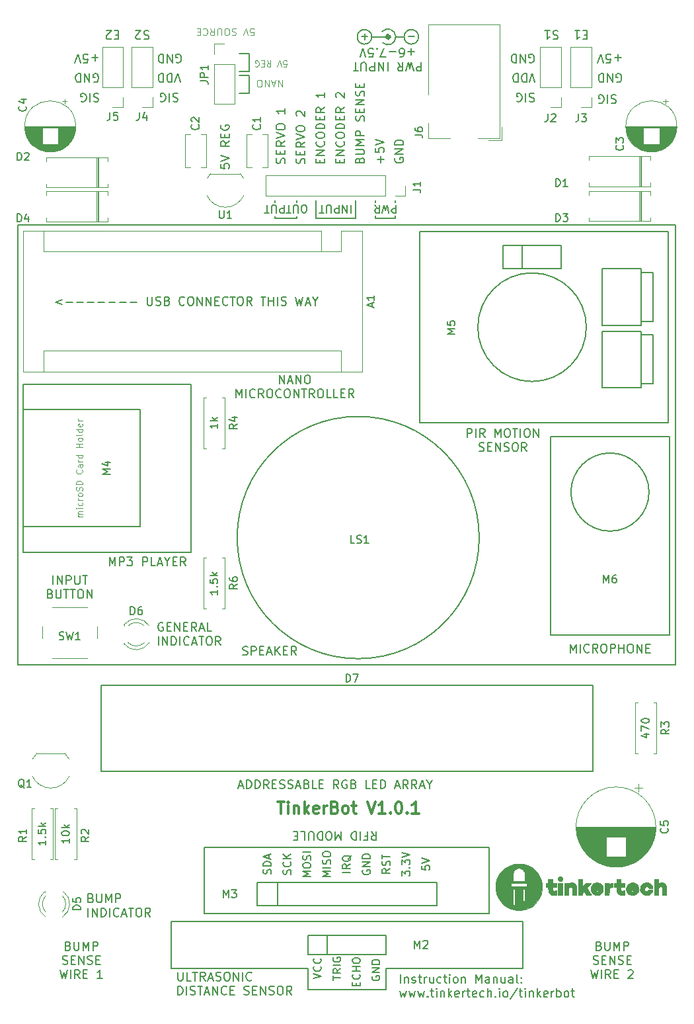
<source format=gbr>
G04 #@! TF.GenerationSoftware,KiCad,Pcbnew,(5.0.1)-3*
G04 #@! TF.CreationDate,2019-09-05T16:28:01-04:00*
G04 #@! TF.ProjectId,EMU_Robot,454D555F526F626F742E6B696361645F,rev?*
G04 #@! TF.SameCoordinates,Original*
G04 #@! TF.FileFunction,Legend,Top*
G04 #@! TF.FilePolarity,Positive*
%FSLAX46Y46*%
G04 Gerber Fmt 4.6, Leading zero omitted, Abs format (unit mm)*
G04 Created by KiCad (PCBNEW (5.0.1)-3) date 9/5/2019 4:28:01 PM*
%MOMM*%
%LPD*%
G01*
G04 APERTURE LIST*
%ADD10C,0.300000*%
%ADD11C,0.150000*%
%ADD12C,0.120000*%
%ADD13C,0.200000*%
%ADD14C,0.203200*%
%ADD15C,0.010000*%
%ADD16C,0.500000*%
G04 APERTURE END LIST*
D10*
X34142857Y-184678571D02*
X35000000Y-184678571D01*
X34571428Y-186178571D02*
X34571428Y-184678571D01*
X35500000Y-186178571D02*
X35500000Y-185178571D01*
X35500000Y-184678571D02*
X35428571Y-184750000D01*
X35500000Y-184821428D01*
X35571428Y-184750000D01*
X35500000Y-184678571D01*
X35500000Y-184821428D01*
X36214285Y-185178571D02*
X36214285Y-186178571D01*
X36214285Y-185321428D02*
X36285714Y-185250000D01*
X36428571Y-185178571D01*
X36642857Y-185178571D01*
X36785714Y-185250000D01*
X36857142Y-185392857D01*
X36857142Y-186178571D01*
X37571428Y-186178571D02*
X37571428Y-184678571D01*
X37714285Y-185607142D02*
X38142857Y-186178571D01*
X38142857Y-185178571D02*
X37571428Y-185750000D01*
X39357142Y-186107142D02*
X39214285Y-186178571D01*
X38928571Y-186178571D01*
X38785714Y-186107142D01*
X38714285Y-185964285D01*
X38714285Y-185392857D01*
X38785714Y-185250000D01*
X38928571Y-185178571D01*
X39214285Y-185178571D01*
X39357142Y-185250000D01*
X39428571Y-185392857D01*
X39428571Y-185535714D01*
X38714285Y-185678571D01*
X40071428Y-186178571D02*
X40071428Y-185178571D01*
X40071428Y-185464285D02*
X40142857Y-185321428D01*
X40214285Y-185250000D01*
X40357142Y-185178571D01*
X40500000Y-185178571D01*
X41500000Y-185392857D02*
X41714285Y-185464285D01*
X41785714Y-185535714D01*
X41857142Y-185678571D01*
X41857142Y-185892857D01*
X41785714Y-186035714D01*
X41714285Y-186107142D01*
X41571428Y-186178571D01*
X41000000Y-186178571D01*
X41000000Y-184678571D01*
X41500000Y-184678571D01*
X41642857Y-184750000D01*
X41714285Y-184821428D01*
X41785714Y-184964285D01*
X41785714Y-185107142D01*
X41714285Y-185250000D01*
X41642857Y-185321428D01*
X41500000Y-185392857D01*
X41000000Y-185392857D01*
X42714285Y-186178571D02*
X42571428Y-186107142D01*
X42500000Y-186035714D01*
X42428571Y-185892857D01*
X42428571Y-185464285D01*
X42500000Y-185321428D01*
X42571428Y-185250000D01*
X42714285Y-185178571D01*
X42928571Y-185178571D01*
X43071428Y-185250000D01*
X43142857Y-185321428D01*
X43214285Y-185464285D01*
X43214285Y-185892857D01*
X43142857Y-186035714D01*
X43071428Y-186107142D01*
X42928571Y-186178571D01*
X42714285Y-186178571D01*
X43642857Y-185178571D02*
X44214285Y-185178571D01*
X43857142Y-184678571D02*
X43857142Y-185964285D01*
X43928571Y-186107142D01*
X44071428Y-186178571D01*
X44214285Y-186178571D01*
X45642857Y-184678571D02*
X46142857Y-186178571D01*
X46642857Y-184678571D01*
X47928571Y-186178571D02*
X47071428Y-186178571D01*
X47500000Y-186178571D02*
X47500000Y-184678571D01*
X47357142Y-184892857D01*
X47214285Y-185035714D01*
X47071428Y-185107142D01*
X48571428Y-186035714D02*
X48642857Y-186107142D01*
X48571428Y-186178571D01*
X48500000Y-186107142D01*
X48571428Y-186035714D01*
X48571428Y-186178571D01*
X49571428Y-184678571D02*
X49714285Y-184678571D01*
X49857142Y-184750000D01*
X49928571Y-184821428D01*
X50000000Y-184964285D01*
X50071428Y-185250000D01*
X50071428Y-185607142D01*
X50000000Y-185892857D01*
X49928571Y-186035714D01*
X49857142Y-186107142D01*
X49714285Y-186178571D01*
X49571428Y-186178571D01*
X49428571Y-186107142D01*
X49357142Y-186035714D01*
X49285714Y-185892857D01*
X49214285Y-185607142D01*
X49214285Y-185250000D01*
X49285714Y-184964285D01*
X49357142Y-184821428D01*
X49428571Y-184750000D01*
X49571428Y-184678571D01*
X50714285Y-186035714D02*
X50785714Y-186107142D01*
X50714285Y-186178571D01*
X50642857Y-186107142D01*
X50714285Y-186035714D01*
X50714285Y-186178571D01*
X52214285Y-186178571D02*
X51357142Y-186178571D01*
X51785714Y-186178571D02*
X51785714Y-184678571D01*
X51642857Y-184892857D01*
X51500000Y-185035714D01*
X51357142Y-185107142D01*
D11*
X5378571Y-156847619D02*
X5378571Y-155747619D01*
X5902380Y-156847619D02*
X5902380Y-155747619D01*
X6530952Y-156847619D01*
X6530952Y-155747619D01*
X7054761Y-156847619D02*
X7054761Y-155747619D01*
X7473809Y-155747619D01*
X7578571Y-155800000D01*
X7630952Y-155852380D01*
X7683333Y-155957142D01*
X7683333Y-156114285D01*
X7630952Y-156219047D01*
X7578571Y-156271428D01*
X7473809Y-156323809D01*
X7054761Y-156323809D01*
X8154761Y-155747619D02*
X8154761Y-156638095D01*
X8207142Y-156742857D01*
X8259523Y-156795238D01*
X8364285Y-156847619D01*
X8573809Y-156847619D01*
X8678571Y-156795238D01*
X8730952Y-156742857D01*
X8783333Y-156638095D01*
X8783333Y-155747619D01*
X9150000Y-155747619D02*
X9778571Y-155747619D01*
X9464285Y-156847619D02*
X9464285Y-155747619D01*
X5011904Y-158071428D02*
X5169047Y-158123809D01*
X5221428Y-158176190D01*
X5273809Y-158280952D01*
X5273809Y-158438095D01*
X5221428Y-158542857D01*
X5169047Y-158595238D01*
X5064285Y-158647619D01*
X4645238Y-158647619D01*
X4645238Y-157547619D01*
X5011904Y-157547619D01*
X5116666Y-157600000D01*
X5169047Y-157652380D01*
X5221428Y-157757142D01*
X5221428Y-157861904D01*
X5169047Y-157966666D01*
X5116666Y-158019047D01*
X5011904Y-158071428D01*
X4645238Y-158071428D01*
X5745238Y-157547619D02*
X5745238Y-158438095D01*
X5797619Y-158542857D01*
X5850000Y-158595238D01*
X5954761Y-158647619D01*
X6164285Y-158647619D01*
X6269047Y-158595238D01*
X6321428Y-158542857D01*
X6373809Y-158438095D01*
X6373809Y-157547619D01*
X6740476Y-157547619D02*
X7369047Y-157547619D01*
X7054761Y-158647619D02*
X7054761Y-157547619D01*
X7578571Y-157547619D02*
X8207142Y-157547619D01*
X7892857Y-158647619D02*
X7892857Y-157547619D01*
X8783333Y-157547619D02*
X8992857Y-157547619D01*
X9097619Y-157600000D01*
X9202380Y-157704761D01*
X9254761Y-157914285D01*
X9254761Y-158280952D01*
X9202380Y-158490476D01*
X9097619Y-158595238D01*
X8992857Y-158647619D01*
X8783333Y-158647619D01*
X8678571Y-158595238D01*
X8573809Y-158490476D01*
X8521428Y-158280952D01*
X8521428Y-157914285D01*
X8573809Y-157704761D01*
X8678571Y-157600000D01*
X8783333Y-157547619D01*
X9726190Y-158647619D02*
X9726190Y-157547619D01*
X10354761Y-158647619D01*
X10354761Y-157547619D01*
X19435595Y-161800000D02*
X19330833Y-161747619D01*
X19173690Y-161747619D01*
X19016547Y-161800000D01*
X18911785Y-161904761D01*
X18859404Y-162009523D01*
X18807023Y-162219047D01*
X18807023Y-162376190D01*
X18859404Y-162585714D01*
X18911785Y-162690476D01*
X19016547Y-162795238D01*
X19173690Y-162847619D01*
X19278452Y-162847619D01*
X19435595Y-162795238D01*
X19487976Y-162742857D01*
X19487976Y-162376190D01*
X19278452Y-162376190D01*
X19959404Y-162271428D02*
X20326071Y-162271428D01*
X20483214Y-162847619D02*
X19959404Y-162847619D01*
X19959404Y-161747619D01*
X20483214Y-161747619D01*
X20954642Y-162847619D02*
X20954642Y-161747619D01*
X21583214Y-162847619D01*
X21583214Y-161747619D01*
X22107023Y-162271428D02*
X22473690Y-162271428D01*
X22630833Y-162847619D02*
X22107023Y-162847619D01*
X22107023Y-161747619D01*
X22630833Y-161747619D01*
X23730833Y-162847619D02*
X23364166Y-162323809D01*
X23102261Y-162847619D02*
X23102261Y-161747619D01*
X23521309Y-161747619D01*
X23626071Y-161800000D01*
X23678452Y-161852380D01*
X23730833Y-161957142D01*
X23730833Y-162114285D01*
X23678452Y-162219047D01*
X23626071Y-162271428D01*
X23521309Y-162323809D01*
X23102261Y-162323809D01*
X24149880Y-162533333D02*
X24673690Y-162533333D01*
X24045119Y-162847619D02*
X24411785Y-161747619D01*
X24778452Y-162847619D01*
X25668928Y-162847619D02*
X25145119Y-162847619D01*
X25145119Y-161747619D01*
X18859404Y-164647619D02*
X18859404Y-163547619D01*
X19383214Y-164647619D02*
X19383214Y-163547619D01*
X20011785Y-164647619D01*
X20011785Y-163547619D01*
X20535595Y-164647619D02*
X20535595Y-163547619D01*
X20797500Y-163547619D01*
X20954642Y-163600000D01*
X21059404Y-163704761D01*
X21111785Y-163809523D01*
X21164166Y-164019047D01*
X21164166Y-164176190D01*
X21111785Y-164385714D01*
X21059404Y-164490476D01*
X20954642Y-164595238D01*
X20797500Y-164647619D01*
X20535595Y-164647619D01*
X21635595Y-164647619D02*
X21635595Y-163547619D01*
X22787976Y-164542857D02*
X22735595Y-164595238D01*
X22578452Y-164647619D01*
X22473690Y-164647619D01*
X22316547Y-164595238D01*
X22211785Y-164490476D01*
X22159404Y-164385714D01*
X22107023Y-164176190D01*
X22107023Y-164019047D01*
X22159404Y-163809523D01*
X22211785Y-163704761D01*
X22316547Y-163600000D01*
X22473690Y-163547619D01*
X22578452Y-163547619D01*
X22735595Y-163600000D01*
X22787976Y-163652380D01*
X23207023Y-164333333D02*
X23730833Y-164333333D01*
X23102261Y-164647619D02*
X23468928Y-163547619D01*
X23835595Y-164647619D01*
X24045119Y-163547619D02*
X24673690Y-163547619D01*
X24359404Y-164647619D02*
X24359404Y-163547619D01*
X25249880Y-163547619D02*
X25459404Y-163547619D01*
X25564166Y-163600000D01*
X25668928Y-163704761D01*
X25721309Y-163914285D01*
X25721309Y-164280952D01*
X25668928Y-164490476D01*
X25564166Y-164595238D01*
X25459404Y-164647619D01*
X25249880Y-164647619D01*
X25145119Y-164595238D01*
X25040357Y-164490476D01*
X24987976Y-164280952D01*
X24987976Y-163914285D01*
X25040357Y-163704761D01*
X25145119Y-163600000D01*
X25249880Y-163547619D01*
X26821309Y-164647619D02*
X26454642Y-164123809D01*
X26192738Y-164647619D02*
X26192738Y-163547619D01*
X26611785Y-163547619D01*
X26716547Y-163600000D01*
X26768928Y-163652380D01*
X26821309Y-163757142D01*
X26821309Y-163914285D01*
X26768928Y-164019047D01*
X26716547Y-164071428D01*
X26611785Y-164123809D01*
X26192738Y-164123809D01*
X26829619Y-103064190D02*
X26829619Y-103588000D01*
X27353428Y-103640380D01*
X27301047Y-103588000D01*
X27248666Y-103483238D01*
X27248666Y-103221333D01*
X27301047Y-103116571D01*
X27353428Y-103064190D01*
X27458190Y-103011809D01*
X27720095Y-103011809D01*
X27824857Y-103064190D01*
X27877238Y-103116571D01*
X27929619Y-103221333D01*
X27929619Y-103483238D01*
X27877238Y-103588000D01*
X27824857Y-103640380D01*
X26829619Y-102697523D02*
X27929619Y-102330857D01*
X26829619Y-101964190D01*
X27929619Y-100130857D02*
X27405809Y-100497523D01*
X27929619Y-100759428D02*
X26829619Y-100759428D01*
X26829619Y-100340380D01*
X26882000Y-100235619D01*
X26934380Y-100183238D01*
X27039142Y-100130857D01*
X27196285Y-100130857D01*
X27301047Y-100183238D01*
X27353428Y-100235619D01*
X27405809Y-100340380D01*
X27405809Y-100759428D01*
X27353428Y-99659428D02*
X27353428Y-99292761D01*
X27929619Y-99135619D02*
X27929619Y-99659428D01*
X26829619Y-99659428D01*
X26829619Y-99135619D01*
X26882000Y-98088000D02*
X26829619Y-98192761D01*
X26829619Y-98349904D01*
X26882000Y-98507047D01*
X26986761Y-98611809D01*
X27091523Y-98664190D01*
X27301047Y-98716571D01*
X27458190Y-98716571D01*
X27667714Y-98664190D01*
X27772476Y-98611809D01*
X27877238Y-98507047D01*
X27929619Y-98349904D01*
X27929619Y-98245142D01*
X27877238Y-98088000D01*
X27824857Y-98035619D01*
X27458190Y-98035619D01*
X27458190Y-98245142D01*
X58434857Y-138027619D02*
X58434857Y-136927619D01*
X58853904Y-136927619D01*
X58958666Y-136980000D01*
X59011047Y-137032380D01*
X59063428Y-137137142D01*
X59063428Y-137294285D01*
X59011047Y-137399047D01*
X58958666Y-137451428D01*
X58853904Y-137503809D01*
X58434857Y-137503809D01*
X59534857Y-138027619D02*
X59534857Y-136927619D01*
X60687238Y-138027619D02*
X60320571Y-137503809D01*
X60058666Y-138027619D02*
X60058666Y-136927619D01*
X60477714Y-136927619D01*
X60582476Y-136980000D01*
X60634857Y-137032380D01*
X60687238Y-137137142D01*
X60687238Y-137294285D01*
X60634857Y-137399047D01*
X60582476Y-137451428D01*
X60477714Y-137503809D01*
X60058666Y-137503809D01*
X61996761Y-138027619D02*
X61996761Y-136927619D01*
X62363428Y-137713333D01*
X62730095Y-136927619D01*
X62730095Y-138027619D01*
X63463428Y-136927619D02*
X63672952Y-136927619D01*
X63777714Y-136980000D01*
X63882476Y-137084761D01*
X63934857Y-137294285D01*
X63934857Y-137660952D01*
X63882476Y-137870476D01*
X63777714Y-137975238D01*
X63672952Y-138027619D01*
X63463428Y-138027619D01*
X63358666Y-137975238D01*
X63253904Y-137870476D01*
X63201523Y-137660952D01*
X63201523Y-137294285D01*
X63253904Y-137084761D01*
X63358666Y-136980000D01*
X63463428Y-136927619D01*
X64249142Y-136927619D02*
X64877714Y-136927619D01*
X64563428Y-138027619D02*
X64563428Y-136927619D01*
X65244380Y-138027619D02*
X65244380Y-136927619D01*
X65977714Y-136927619D02*
X66187238Y-136927619D01*
X66292000Y-136980000D01*
X66396761Y-137084761D01*
X66449142Y-137294285D01*
X66449142Y-137660952D01*
X66396761Y-137870476D01*
X66292000Y-137975238D01*
X66187238Y-138027619D01*
X65977714Y-138027619D01*
X65872952Y-137975238D01*
X65768190Y-137870476D01*
X65715809Y-137660952D01*
X65715809Y-137294285D01*
X65768190Y-137084761D01*
X65872952Y-136980000D01*
X65977714Y-136927619D01*
X66920571Y-138027619D02*
X66920571Y-136927619D01*
X67549142Y-138027619D01*
X67549142Y-136927619D01*
X59953904Y-139775238D02*
X60111047Y-139827619D01*
X60372952Y-139827619D01*
X60477714Y-139775238D01*
X60530095Y-139722857D01*
X60582476Y-139618095D01*
X60582476Y-139513333D01*
X60530095Y-139408571D01*
X60477714Y-139356190D01*
X60372952Y-139303809D01*
X60163428Y-139251428D01*
X60058666Y-139199047D01*
X60006285Y-139146666D01*
X59953904Y-139041904D01*
X59953904Y-138937142D01*
X60006285Y-138832380D01*
X60058666Y-138780000D01*
X60163428Y-138727619D01*
X60425333Y-138727619D01*
X60582476Y-138780000D01*
X61053904Y-139251428D02*
X61420571Y-139251428D01*
X61577714Y-139827619D02*
X61053904Y-139827619D01*
X61053904Y-138727619D01*
X61577714Y-138727619D01*
X62049142Y-139827619D02*
X62049142Y-138727619D01*
X62677714Y-139827619D01*
X62677714Y-138727619D01*
X63149142Y-139775238D02*
X63306285Y-139827619D01*
X63568190Y-139827619D01*
X63672952Y-139775238D01*
X63725333Y-139722857D01*
X63777714Y-139618095D01*
X63777714Y-139513333D01*
X63725333Y-139408571D01*
X63672952Y-139356190D01*
X63568190Y-139303809D01*
X63358666Y-139251428D01*
X63253904Y-139199047D01*
X63201523Y-139146666D01*
X63149142Y-139041904D01*
X63149142Y-138937142D01*
X63201523Y-138832380D01*
X63253904Y-138780000D01*
X63358666Y-138727619D01*
X63620571Y-138727619D01*
X63777714Y-138780000D01*
X64458666Y-138727619D02*
X64668190Y-138727619D01*
X64772952Y-138780000D01*
X64877714Y-138884761D01*
X64930095Y-139094285D01*
X64930095Y-139460952D01*
X64877714Y-139670476D01*
X64772952Y-139775238D01*
X64668190Y-139827619D01*
X64458666Y-139827619D01*
X64353904Y-139775238D01*
X64249142Y-139670476D01*
X64196761Y-139460952D01*
X64196761Y-139094285D01*
X64249142Y-138884761D01*
X64353904Y-138780000D01*
X64458666Y-138727619D01*
X66030095Y-139827619D02*
X65663428Y-139303809D01*
X65401523Y-139827619D02*
X65401523Y-138727619D01*
X65820571Y-138727619D01*
X65925333Y-138780000D01*
X65977714Y-138832380D01*
X66030095Y-138937142D01*
X66030095Y-139094285D01*
X65977714Y-139199047D01*
X65925333Y-139251428D01*
X65820571Y-139303809D01*
X65401523Y-139303809D01*
X71627047Y-165597619D02*
X71627047Y-164497619D01*
X71993714Y-165283333D01*
X72360380Y-164497619D01*
X72360380Y-165597619D01*
X72884190Y-165597619D02*
X72884190Y-164497619D01*
X74036571Y-165492857D02*
X73984190Y-165545238D01*
X73827047Y-165597619D01*
X73722285Y-165597619D01*
X73565142Y-165545238D01*
X73460380Y-165440476D01*
X73408000Y-165335714D01*
X73355619Y-165126190D01*
X73355619Y-164969047D01*
X73408000Y-164759523D01*
X73460380Y-164654761D01*
X73565142Y-164550000D01*
X73722285Y-164497619D01*
X73827047Y-164497619D01*
X73984190Y-164550000D01*
X74036571Y-164602380D01*
X75136571Y-165597619D02*
X74769904Y-165073809D01*
X74508000Y-165597619D02*
X74508000Y-164497619D01*
X74927047Y-164497619D01*
X75031809Y-164550000D01*
X75084190Y-164602380D01*
X75136571Y-164707142D01*
X75136571Y-164864285D01*
X75084190Y-164969047D01*
X75031809Y-165021428D01*
X74927047Y-165073809D01*
X74508000Y-165073809D01*
X75817523Y-164497619D02*
X76027047Y-164497619D01*
X76131809Y-164550000D01*
X76236571Y-164654761D01*
X76288952Y-164864285D01*
X76288952Y-165230952D01*
X76236571Y-165440476D01*
X76131809Y-165545238D01*
X76027047Y-165597619D01*
X75817523Y-165597619D01*
X75712761Y-165545238D01*
X75608000Y-165440476D01*
X75555619Y-165230952D01*
X75555619Y-164864285D01*
X75608000Y-164654761D01*
X75712761Y-164550000D01*
X75817523Y-164497619D01*
X76760380Y-165597619D02*
X76760380Y-164497619D01*
X77179428Y-164497619D01*
X77284190Y-164550000D01*
X77336571Y-164602380D01*
X77388952Y-164707142D01*
X77388952Y-164864285D01*
X77336571Y-164969047D01*
X77284190Y-165021428D01*
X77179428Y-165073809D01*
X76760380Y-165073809D01*
X77860380Y-165597619D02*
X77860380Y-164497619D01*
X77860380Y-165021428D02*
X78488952Y-165021428D01*
X78488952Y-165597619D02*
X78488952Y-164497619D01*
X79222285Y-164497619D02*
X79431809Y-164497619D01*
X79536571Y-164550000D01*
X79641333Y-164654761D01*
X79693714Y-164864285D01*
X79693714Y-165230952D01*
X79641333Y-165440476D01*
X79536571Y-165545238D01*
X79431809Y-165597619D01*
X79222285Y-165597619D01*
X79117523Y-165545238D01*
X79012761Y-165440476D01*
X78960380Y-165230952D01*
X78960380Y-164864285D01*
X79012761Y-164654761D01*
X79117523Y-164550000D01*
X79222285Y-164497619D01*
X80165142Y-165597619D02*
X80165142Y-164497619D01*
X80793714Y-165597619D01*
X80793714Y-164497619D01*
X81317523Y-165021428D02*
X81684190Y-165021428D01*
X81841333Y-165597619D02*
X81317523Y-165597619D01*
X81317523Y-164497619D01*
X81841333Y-164497619D01*
X29667023Y-165855238D02*
X29824166Y-165907619D01*
X30086071Y-165907619D01*
X30190833Y-165855238D01*
X30243214Y-165802857D01*
X30295595Y-165698095D01*
X30295595Y-165593333D01*
X30243214Y-165488571D01*
X30190833Y-165436190D01*
X30086071Y-165383809D01*
X29876547Y-165331428D01*
X29771785Y-165279047D01*
X29719404Y-165226666D01*
X29667023Y-165121904D01*
X29667023Y-165017142D01*
X29719404Y-164912380D01*
X29771785Y-164860000D01*
X29876547Y-164807619D01*
X30138452Y-164807619D01*
X30295595Y-164860000D01*
X30767023Y-165907619D02*
X30767023Y-164807619D01*
X31186071Y-164807619D01*
X31290833Y-164860000D01*
X31343214Y-164912380D01*
X31395595Y-165017142D01*
X31395595Y-165174285D01*
X31343214Y-165279047D01*
X31290833Y-165331428D01*
X31186071Y-165383809D01*
X30767023Y-165383809D01*
X31867023Y-165331428D02*
X32233690Y-165331428D01*
X32390833Y-165907619D02*
X31867023Y-165907619D01*
X31867023Y-164807619D01*
X32390833Y-164807619D01*
X32809880Y-165593333D02*
X33333690Y-165593333D01*
X32705119Y-165907619D02*
X33071785Y-164807619D01*
X33438452Y-165907619D01*
X33805119Y-165907619D02*
X33805119Y-164807619D01*
X34433690Y-165907619D02*
X33962261Y-165279047D01*
X34433690Y-164807619D02*
X33805119Y-165436190D01*
X34905119Y-165331428D02*
X35271785Y-165331428D01*
X35428928Y-165907619D02*
X34905119Y-165907619D01*
X34905119Y-164807619D01*
X35428928Y-164807619D01*
X36528928Y-165907619D02*
X36162261Y-165383809D01*
X35900357Y-165907619D02*
X35900357Y-164807619D01*
X36319404Y-164807619D01*
X36424166Y-164860000D01*
X36476547Y-164912380D01*
X36528928Y-165017142D01*
X36528928Y-165174285D01*
X36476547Y-165279047D01*
X36424166Y-165331428D01*
X36319404Y-165383809D01*
X35900357Y-165383809D01*
X34383904Y-131169619D02*
X34383904Y-130069619D01*
X35012476Y-131169619D01*
X35012476Y-130069619D01*
X35483904Y-130855333D02*
X36007714Y-130855333D01*
X35379142Y-131169619D02*
X35745809Y-130069619D01*
X36112476Y-131169619D01*
X36479142Y-131169619D02*
X36479142Y-130069619D01*
X37107714Y-131169619D01*
X37107714Y-130069619D01*
X37841047Y-130069619D02*
X38050571Y-130069619D01*
X38155333Y-130122000D01*
X38260095Y-130226761D01*
X38312476Y-130436285D01*
X38312476Y-130802952D01*
X38260095Y-131012476D01*
X38155333Y-131117238D01*
X38050571Y-131169619D01*
X37841047Y-131169619D01*
X37736285Y-131117238D01*
X37631523Y-131012476D01*
X37579142Y-130802952D01*
X37579142Y-130436285D01*
X37631523Y-130226761D01*
X37736285Y-130122000D01*
X37841047Y-130069619D01*
X28831523Y-132969619D02*
X28831523Y-131869619D01*
X29198190Y-132655333D01*
X29564857Y-131869619D01*
X29564857Y-132969619D01*
X30088666Y-132969619D02*
X30088666Y-131869619D01*
X31241047Y-132864857D02*
X31188666Y-132917238D01*
X31031523Y-132969619D01*
X30926761Y-132969619D01*
X30769619Y-132917238D01*
X30664857Y-132812476D01*
X30612476Y-132707714D01*
X30560095Y-132498190D01*
X30560095Y-132341047D01*
X30612476Y-132131523D01*
X30664857Y-132026761D01*
X30769619Y-131922000D01*
X30926761Y-131869619D01*
X31031523Y-131869619D01*
X31188666Y-131922000D01*
X31241047Y-131974380D01*
X32341047Y-132969619D02*
X31974380Y-132445809D01*
X31712476Y-132969619D02*
X31712476Y-131869619D01*
X32131523Y-131869619D01*
X32236285Y-131922000D01*
X32288666Y-131974380D01*
X32341047Y-132079142D01*
X32341047Y-132236285D01*
X32288666Y-132341047D01*
X32236285Y-132393428D01*
X32131523Y-132445809D01*
X31712476Y-132445809D01*
X33022000Y-131869619D02*
X33231523Y-131869619D01*
X33336285Y-131922000D01*
X33441047Y-132026761D01*
X33493428Y-132236285D01*
X33493428Y-132602952D01*
X33441047Y-132812476D01*
X33336285Y-132917238D01*
X33231523Y-132969619D01*
X33022000Y-132969619D01*
X32917238Y-132917238D01*
X32812476Y-132812476D01*
X32760095Y-132602952D01*
X32760095Y-132236285D01*
X32812476Y-132026761D01*
X32917238Y-131922000D01*
X33022000Y-131869619D01*
X34593428Y-132864857D02*
X34541047Y-132917238D01*
X34383904Y-132969619D01*
X34279142Y-132969619D01*
X34122000Y-132917238D01*
X34017238Y-132812476D01*
X33964857Y-132707714D01*
X33912476Y-132498190D01*
X33912476Y-132341047D01*
X33964857Y-132131523D01*
X34017238Y-132026761D01*
X34122000Y-131922000D01*
X34279142Y-131869619D01*
X34383904Y-131869619D01*
X34541047Y-131922000D01*
X34593428Y-131974380D01*
X35274380Y-131869619D02*
X35483904Y-131869619D01*
X35588666Y-131922000D01*
X35693428Y-132026761D01*
X35745809Y-132236285D01*
X35745809Y-132602952D01*
X35693428Y-132812476D01*
X35588666Y-132917238D01*
X35483904Y-132969619D01*
X35274380Y-132969619D01*
X35169619Y-132917238D01*
X35064857Y-132812476D01*
X35012476Y-132602952D01*
X35012476Y-132236285D01*
X35064857Y-132026761D01*
X35169619Y-131922000D01*
X35274380Y-131869619D01*
X36217238Y-132969619D02*
X36217238Y-131869619D01*
X36845809Y-132969619D01*
X36845809Y-131869619D01*
X37212476Y-131869619D02*
X37841047Y-131869619D01*
X37526761Y-132969619D02*
X37526761Y-131869619D01*
X38836285Y-132969619D02*
X38469619Y-132445809D01*
X38207714Y-132969619D02*
X38207714Y-131869619D01*
X38626761Y-131869619D01*
X38731523Y-131922000D01*
X38783904Y-131974380D01*
X38836285Y-132079142D01*
X38836285Y-132236285D01*
X38783904Y-132341047D01*
X38731523Y-132393428D01*
X38626761Y-132445809D01*
X38207714Y-132445809D01*
X39517238Y-131869619D02*
X39726761Y-131869619D01*
X39831523Y-131922000D01*
X39936285Y-132026761D01*
X39988666Y-132236285D01*
X39988666Y-132602952D01*
X39936285Y-132812476D01*
X39831523Y-132917238D01*
X39726761Y-132969619D01*
X39517238Y-132969619D01*
X39412476Y-132917238D01*
X39307714Y-132812476D01*
X39255333Y-132602952D01*
X39255333Y-132236285D01*
X39307714Y-132026761D01*
X39412476Y-131922000D01*
X39517238Y-131869619D01*
X40983904Y-132969619D02*
X40460095Y-132969619D01*
X40460095Y-131869619D01*
X41874380Y-132969619D02*
X41350571Y-132969619D01*
X41350571Y-131869619D01*
X42241047Y-132393428D02*
X42607714Y-132393428D01*
X42764857Y-132969619D02*
X42241047Y-132969619D01*
X42241047Y-131869619D01*
X42764857Y-131869619D01*
X43864857Y-132969619D02*
X43498190Y-132445809D01*
X43236285Y-132969619D02*
X43236285Y-131869619D01*
X43655333Y-131869619D01*
X43760095Y-131922000D01*
X43812476Y-131974380D01*
X43864857Y-132079142D01*
X43864857Y-132236285D01*
X43812476Y-132341047D01*
X43760095Y-132393428D01*
X43655333Y-132445809D01*
X43236285Y-132445809D01*
X6531500Y-120414285D02*
X5693404Y-120728571D01*
X6531500Y-121042857D01*
X7055309Y-120728571D02*
X7893404Y-120728571D01*
X8417214Y-120728571D02*
X9255309Y-120728571D01*
X9779119Y-120728571D02*
X10617214Y-120728571D01*
X11141023Y-120728571D02*
X11979119Y-120728571D01*
X12502928Y-120728571D02*
X13341023Y-120728571D01*
X13864833Y-120728571D02*
X14702928Y-120728571D01*
X15226738Y-120728571D02*
X16064833Y-120728571D01*
X17426738Y-120047619D02*
X17426738Y-120938095D01*
X17479119Y-121042857D01*
X17531500Y-121095238D01*
X17636261Y-121147619D01*
X17845785Y-121147619D01*
X17950547Y-121095238D01*
X18002928Y-121042857D01*
X18055309Y-120938095D01*
X18055309Y-120047619D01*
X18526738Y-121095238D02*
X18683880Y-121147619D01*
X18945785Y-121147619D01*
X19050547Y-121095238D01*
X19102928Y-121042857D01*
X19155309Y-120938095D01*
X19155309Y-120833333D01*
X19102928Y-120728571D01*
X19050547Y-120676190D01*
X18945785Y-120623809D01*
X18736261Y-120571428D01*
X18631500Y-120519047D01*
X18579119Y-120466666D01*
X18526738Y-120361904D01*
X18526738Y-120257142D01*
X18579119Y-120152380D01*
X18631500Y-120100000D01*
X18736261Y-120047619D01*
X18998166Y-120047619D01*
X19155309Y-120100000D01*
X19993404Y-120571428D02*
X20150547Y-120623809D01*
X20202928Y-120676190D01*
X20255309Y-120780952D01*
X20255309Y-120938095D01*
X20202928Y-121042857D01*
X20150547Y-121095238D01*
X20045785Y-121147619D01*
X19626738Y-121147619D01*
X19626738Y-120047619D01*
X19993404Y-120047619D01*
X20098166Y-120100000D01*
X20150547Y-120152380D01*
X20202928Y-120257142D01*
X20202928Y-120361904D01*
X20150547Y-120466666D01*
X20098166Y-120519047D01*
X19993404Y-120571428D01*
X19626738Y-120571428D01*
X22193404Y-121042857D02*
X22141023Y-121095238D01*
X21983880Y-121147619D01*
X21879119Y-121147619D01*
X21721976Y-121095238D01*
X21617214Y-120990476D01*
X21564833Y-120885714D01*
X21512452Y-120676190D01*
X21512452Y-120519047D01*
X21564833Y-120309523D01*
X21617214Y-120204761D01*
X21721976Y-120100000D01*
X21879119Y-120047619D01*
X21983880Y-120047619D01*
X22141023Y-120100000D01*
X22193404Y-120152380D01*
X22874357Y-120047619D02*
X23083880Y-120047619D01*
X23188642Y-120100000D01*
X23293404Y-120204761D01*
X23345785Y-120414285D01*
X23345785Y-120780952D01*
X23293404Y-120990476D01*
X23188642Y-121095238D01*
X23083880Y-121147619D01*
X22874357Y-121147619D01*
X22769595Y-121095238D01*
X22664833Y-120990476D01*
X22612452Y-120780952D01*
X22612452Y-120414285D01*
X22664833Y-120204761D01*
X22769595Y-120100000D01*
X22874357Y-120047619D01*
X23817214Y-121147619D02*
X23817214Y-120047619D01*
X24445785Y-121147619D01*
X24445785Y-120047619D01*
X24969595Y-121147619D02*
X24969595Y-120047619D01*
X25598166Y-121147619D01*
X25598166Y-120047619D01*
X26121976Y-120571428D02*
X26488642Y-120571428D01*
X26645785Y-121147619D02*
X26121976Y-121147619D01*
X26121976Y-120047619D01*
X26645785Y-120047619D01*
X27745785Y-121042857D02*
X27693404Y-121095238D01*
X27536261Y-121147619D01*
X27431500Y-121147619D01*
X27274357Y-121095238D01*
X27169595Y-120990476D01*
X27117214Y-120885714D01*
X27064833Y-120676190D01*
X27064833Y-120519047D01*
X27117214Y-120309523D01*
X27169595Y-120204761D01*
X27274357Y-120100000D01*
X27431500Y-120047619D01*
X27536261Y-120047619D01*
X27693404Y-120100000D01*
X27745785Y-120152380D01*
X28060071Y-120047619D02*
X28688642Y-120047619D01*
X28374357Y-121147619D02*
X28374357Y-120047619D01*
X29264833Y-120047619D02*
X29474357Y-120047619D01*
X29579119Y-120100000D01*
X29683880Y-120204761D01*
X29736261Y-120414285D01*
X29736261Y-120780952D01*
X29683880Y-120990476D01*
X29579119Y-121095238D01*
X29474357Y-121147619D01*
X29264833Y-121147619D01*
X29160071Y-121095238D01*
X29055309Y-120990476D01*
X29002928Y-120780952D01*
X29002928Y-120414285D01*
X29055309Y-120204761D01*
X29160071Y-120100000D01*
X29264833Y-120047619D01*
X30836261Y-121147619D02*
X30469595Y-120623809D01*
X30207690Y-121147619D02*
X30207690Y-120047619D01*
X30626738Y-120047619D01*
X30731500Y-120100000D01*
X30783880Y-120152380D01*
X30836261Y-120257142D01*
X30836261Y-120414285D01*
X30783880Y-120519047D01*
X30731500Y-120571428D01*
X30626738Y-120623809D01*
X30207690Y-120623809D01*
X31988642Y-120047619D02*
X32617214Y-120047619D01*
X32302928Y-121147619D02*
X32302928Y-120047619D01*
X32983880Y-121147619D02*
X32983880Y-120047619D01*
X32983880Y-120571428D02*
X33612452Y-120571428D01*
X33612452Y-121147619D02*
X33612452Y-120047619D01*
X34136261Y-121147619D02*
X34136261Y-120047619D01*
X34607690Y-121095238D02*
X34764833Y-121147619D01*
X35026738Y-121147619D01*
X35131500Y-121095238D01*
X35183880Y-121042857D01*
X35236261Y-120938095D01*
X35236261Y-120833333D01*
X35183880Y-120728571D01*
X35131500Y-120676190D01*
X35026738Y-120623809D01*
X34817214Y-120571428D01*
X34712452Y-120519047D01*
X34660071Y-120466666D01*
X34607690Y-120361904D01*
X34607690Y-120257142D01*
X34660071Y-120152380D01*
X34712452Y-120100000D01*
X34817214Y-120047619D01*
X35079119Y-120047619D01*
X35236261Y-120100000D01*
X36441023Y-120047619D02*
X36702928Y-121147619D01*
X36912452Y-120361904D01*
X37121976Y-121147619D01*
X37383880Y-120047619D01*
X37750547Y-120833333D02*
X38274357Y-120833333D01*
X37645785Y-121147619D02*
X38012452Y-120047619D01*
X38379119Y-121147619D01*
X38955309Y-120623809D02*
X38955309Y-121147619D01*
X38588642Y-120047619D02*
X38955309Y-120623809D01*
X39321976Y-120047619D01*
X12609404Y-154497619D02*
X12609404Y-153397619D01*
X12976071Y-154183333D01*
X13342738Y-153397619D01*
X13342738Y-154497619D01*
X13866547Y-154497619D02*
X13866547Y-153397619D01*
X14285595Y-153397619D01*
X14390357Y-153450000D01*
X14442738Y-153502380D01*
X14495119Y-153607142D01*
X14495119Y-153764285D01*
X14442738Y-153869047D01*
X14390357Y-153921428D01*
X14285595Y-153973809D01*
X13866547Y-153973809D01*
X14861785Y-153397619D02*
X15542738Y-153397619D01*
X15176071Y-153816666D01*
X15333214Y-153816666D01*
X15437976Y-153869047D01*
X15490357Y-153921428D01*
X15542738Y-154026190D01*
X15542738Y-154288095D01*
X15490357Y-154392857D01*
X15437976Y-154445238D01*
X15333214Y-154497619D01*
X15018928Y-154497619D01*
X14914166Y-154445238D01*
X14861785Y-154392857D01*
X16852261Y-154497619D02*
X16852261Y-153397619D01*
X17271309Y-153397619D01*
X17376071Y-153450000D01*
X17428452Y-153502380D01*
X17480833Y-153607142D01*
X17480833Y-153764285D01*
X17428452Y-153869047D01*
X17376071Y-153921428D01*
X17271309Y-153973809D01*
X16852261Y-153973809D01*
X18476071Y-154497619D02*
X17952261Y-154497619D01*
X17952261Y-153397619D01*
X18790357Y-154183333D02*
X19314166Y-154183333D01*
X18685595Y-154497619D02*
X19052261Y-153397619D01*
X19418928Y-154497619D01*
X19995119Y-153973809D02*
X19995119Y-154497619D01*
X19628452Y-153397619D02*
X19995119Y-153973809D01*
X20361785Y-153397619D01*
X20728452Y-153921428D02*
X21095119Y-153921428D01*
X21252261Y-154497619D02*
X20728452Y-154497619D01*
X20728452Y-153397619D01*
X21252261Y-153397619D01*
X22352261Y-154497619D02*
X21985595Y-153973809D01*
X21723690Y-154497619D02*
X21723690Y-153397619D01*
X22142738Y-153397619D01*
X22247500Y-153450000D01*
X22299880Y-153502380D01*
X22352261Y-153607142D01*
X22352261Y-153764285D01*
X22299880Y-153869047D01*
X22247500Y-153921428D01*
X22142738Y-153973809D01*
X21723690Y-153973809D01*
D12*
X30624857Y-86598857D02*
X31053428Y-86598857D01*
X31096285Y-86170285D01*
X31053428Y-86213142D01*
X30967714Y-86256000D01*
X30753428Y-86256000D01*
X30667714Y-86213142D01*
X30624857Y-86170285D01*
X30581999Y-86084571D01*
X30581999Y-85870285D01*
X30624857Y-85784571D01*
X30667714Y-85741714D01*
X30753428Y-85698857D01*
X30967714Y-85698857D01*
X31053428Y-85741714D01*
X31096285Y-85784571D01*
X30324857Y-86598857D02*
X30024857Y-85698857D01*
X29724857Y-86598857D01*
X28782000Y-85741714D02*
X28653428Y-85698857D01*
X28439142Y-85698857D01*
X28353428Y-85741714D01*
X28310571Y-85784571D01*
X28267714Y-85870285D01*
X28267714Y-85956000D01*
X28310571Y-86041714D01*
X28353428Y-86084571D01*
X28439142Y-86127428D01*
X28610571Y-86170285D01*
X28696285Y-86213142D01*
X28739142Y-86256000D01*
X28782000Y-86341714D01*
X28782000Y-86427428D01*
X28739142Y-86513142D01*
X28696285Y-86556000D01*
X28610571Y-86598857D01*
X28396285Y-86598857D01*
X28267714Y-86556000D01*
X27710571Y-86598857D02*
X27539142Y-86598857D01*
X27453428Y-86556000D01*
X27367714Y-86470285D01*
X27324857Y-86298857D01*
X27324857Y-85998857D01*
X27367714Y-85827428D01*
X27453428Y-85741714D01*
X27539142Y-85698857D01*
X27710571Y-85698857D01*
X27796285Y-85741714D01*
X27882000Y-85827428D01*
X27924857Y-85998857D01*
X27924857Y-86298857D01*
X27882000Y-86470285D01*
X27796285Y-86556000D01*
X27710571Y-86598857D01*
X26939142Y-86598857D02*
X26939142Y-85870285D01*
X26896285Y-85784571D01*
X26853428Y-85741714D01*
X26767714Y-85698857D01*
X26596285Y-85698857D01*
X26510571Y-85741714D01*
X26467714Y-85784571D01*
X26424857Y-85870285D01*
X26424857Y-86598857D01*
X25482000Y-85698857D02*
X25782000Y-86127428D01*
X25996285Y-85698857D02*
X25996285Y-86598857D01*
X25653428Y-86598857D01*
X25567714Y-86556000D01*
X25524857Y-86513142D01*
X25482000Y-86427428D01*
X25482000Y-86298857D01*
X25524857Y-86213142D01*
X25567714Y-86170285D01*
X25653428Y-86127428D01*
X25996285Y-86127428D01*
X24582000Y-85784571D02*
X24624857Y-85741714D01*
X24753428Y-85698857D01*
X24839142Y-85698857D01*
X24967714Y-85741714D01*
X25053428Y-85827428D01*
X25096285Y-85913142D01*
X25139142Y-86084571D01*
X25139142Y-86213142D01*
X25096285Y-86384571D01*
X25053428Y-86470285D01*
X24967714Y-86556000D01*
X24839142Y-86598857D01*
X24753428Y-86598857D01*
X24624857Y-86556000D01*
X24582000Y-86513142D01*
X24196285Y-86170285D02*
X23896285Y-86170285D01*
X23767714Y-85698857D02*
X24196285Y-85698857D01*
X24196285Y-86598857D01*
X23767714Y-86598857D01*
X34713714Y-92302857D02*
X34713714Y-93202857D01*
X34199428Y-92302857D01*
X34199428Y-93202857D01*
X33813714Y-92560000D02*
X33385142Y-92560000D01*
X33899428Y-92302857D02*
X33599428Y-93202857D01*
X33299428Y-92302857D01*
X32999428Y-92302857D02*
X32999428Y-93202857D01*
X32485142Y-92302857D01*
X32485142Y-93202857D01*
X31885142Y-93202857D02*
X31713714Y-93202857D01*
X31628000Y-93160000D01*
X31542285Y-93074285D01*
X31499428Y-92902857D01*
X31499428Y-92602857D01*
X31542285Y-92431428D01*
X31628000Y-92345714D01*
X31713714Y-92302857D01*
X31885142Y-92302857D01*
X31970857Y-92345714D01*
X32056571Y-92431428D01*
X32099428Y-92602857D01*
X32099428Y-92902857D01*
X32056571Y-93074285D01*
X31970857Y-93160000D01*
X31885142Y-93202857D01*
X34887523Y-90608095D02*
X35268476Y-90608095D01*
X35306571Y-90227142D01*
X35268476Y-90265238D01*
X35192285Y-90303333D01*
X35001809Y-90303333D01*
X34925619Y-90265238D01*
X34887523Y-90227142D01*
X34849428Y-90150952D01*
X34849428Y-89960476D01*
X34887523Y-89884285D01*
X34925619Y-89846190D01*
X35001809Y-89808095D01*
X35192285Y-89808095D01*
X35268476Y-89846190D01*
X35306571Y-89884285D01*
X34620857Y-90608095D02*
X34354190Y-89808095D01*
X34087523Y-90608095D01*
X32754190Y-89808095D02*
X33020857Y-90189047D01*
X33211333Y-89808095D02*
X33211333Y-90608095D01*
X32906571Y-90608095D01*
X32830380Y-90570000D01*
X32792285Y-90531904D01*
X32754190Y-90455714D01*
X32754190Y-90341428D01*
X32792285Y-90265238D01*
X32830380Y-90227142D01*
X32906571Y-90189047D01*
X33211333Y-90189047D01*
X32411333Y-90227142D02*
X32144666Y-90227142D01*
X32030380Y-89808095D02*
X32411333Y-89808095D01*
X32411333Y-90608095D01*
X32030380Y-90608095D01*
X31268476Y-90570000D02*
X31344666Y-90608095D01*
X31458952Y-90608095D01*
X31573238Y-90570000D01*
X31649428Y-90493809D01*
X31687523Y-90417619D01*
X31725619Y-90265238D01*
X31725619Y-90150952D01*
X31687523Y-89998571D01*
X31649428Y-89922380D01*
X31573238Y-89846190D01*
X31458952Y-89808095D01*
X31382761Y-89808095D01*
X31268476Y-89846190D01*
X31230380Y-89884285D01*
X31230380Y-90150952D01*
X31382761Y-90150952D01*
D13*
X30480000Y-93980000D02*
X29210000Y-93980000D01*
X30480000Y-91694000D02*
X30480000Y-93980000D01*
X29210000Y-91694000D02*
X30480000Y-91694000D01*
X30480000Y-91186000D02*
X29210000Y-91186000D01*
X30480000Y-88900000D02*
X30480000Y-91186000D01*
X29210000Y-88900000D02*
X30480000Y-88900000D01*
D11*
X29164285Y-182683333D02*
X29688095Y-182683333D01*
X29059523Y-182997619D02*
X29426190Y-181897619D01*
X29792857Y-182997619D01*
X30159523Y-182997619D02*
X30159523Y-181897619D01*
X30421428Y-181897619D01*
X30578571Y-181950000D01*
X30683333Y-182054761D01*
X30735714Y-182159523D01*
X30788095Y-182369047D01*
X30788095Y-182526190D01*
X30735714Y-182735714D01*
X30683333Y-182840476D01*
X30578571Y-182945238D01*
X30421428Y-182997619D01*
X30159523Y-182997619D01*
X31259523Y-182997619D02*
X31259523Y-181897619D01*
X31521428Y-181897619D01*
X31678571Y-181950000D01*
X31783333Y-182054761D01*
X31835714Y-182159523D01*
X31888095Y-182369047D01*
X31888095Y-182526190D01*
X31835714Y-182735714D01*
X31783333Y-182840476D01*
X31678571Y-182945238D01*
X31521428Y-182997619D01*
X31259523Y-182997619D01*
X32988095Y-182997619D02*
X32621428Y-182473809D01*
X32359523Y-182997619D02*
X32359523Y-181897619D01*
X32778571Y-181897619D01*
X32883333Y-181950000D01*
X32935714Y-182002380D01*
X32988095Y-182107142D01*
X32988095Y-182264285D01*
X32935714Y-182369047D01*
X32883333Y-182421428D01*
X32778571Y-182473809D01*
X32359523Y-182473809D01*
X33459523Y-182421428D02*
X33826190Y-182421428D01*
X33983333Y-182997619D02*
X33459523Y-182997619D01*
X33459523Y-181897619D01*
X33983333Y-181897619D01*
X34402380Y-182945238D02*
X34559523Y-182997619D01*
X34821428Y-182997619D01*
X34926190Y-182945238D01*
X34978571Y-182892857D01*
X35030952Y-182788095D01*
X35030952Y-182683333D01*
X34978571Y-182578571D01*
X34926190Y-182526190D01*
X34821428Y-182473809D01*
X34611904Y-182421428D01*
X34507142Y-182369047D01*
X34454761Y-182316666D01*
X34402380Y-182211904D01*
X34402380Y-182107142D01*
X34454761Y-182002380D01*
X34507142Y-181950000D01*
X34611904Y-181897619D01*
X34873809Y-181897619D01*
X35030952Y-181950000D01*
X35450000Y-182945238D02*
X35607142Y-182997619D01*
X35869047Y-182997619D01*
X35973809Y-182945238D01*
X36026190Y-182892857D01*
X36078571Y-182788095D01*
X36078571Y-182683333D01*
X36026190Y-182578571D01*
X35973809Y-182526190D01*
X35869047Y-182473809D01*
X35659523Y-182421428D01*
X35554761Y-182369047D01*
X35502380Y-182316666D01*
X35450000Y-182211904D01*
X35450000Y-182107142D01*
X35502380Y-182002380D01*
X35554761Y-181950000D01*
X35659523Y-181897619D01*
X35921428Y-181897619D01*
X36078571Y-181950000D01*
X36497619Y-182683333D02*
X37021428Y-182683333D01*
X36392857Y-182997619D02*
X36759523Y-181897619D01*
X37126190Y-182997619D01*
X37859523Y-182421428D02*
X38016666Y-182473809D01*
X38069047Y-182526190D01*
X38121428Y-182630952D01*
X38121428Y-182788095D01*
X38069047Y-182892857D01*
X38016666Y-182945238D01*
X37911904Y-182997619D01*
X37492857Y-182997619D01*
X37492857Y-181897619D01*
X37859523Y-181897619D01*
X37964285Y-181950000D01*
X38016666Y-182002380D01*
X38069047Y-182107142D01*
X38069047Y-182211904D01*
X38016666Y-182316666D01*
X37964285Y-182369047D01*
X37859523Y-182421428D01*
X37492857Y-182421428D01*
X39116666Y-182997619D02*
X38592857Y-182997619D01*
X38592857Y-181897619D01*
X39483333Y-182421428D02*
X39850000Y-182421428D01*
X40007142Y-182997619D02*
X39483333Y-182997619D01*
X39483333Y-181897619D01*
X40007142Y-181897619D01*
X41945238Y-182997619D02*
X41578571Y-182473809D01*
X41316666Y-182997619D02*
X41316666Y-181897619D01*
X41735714Y-181897619D01*
X41840476Y-181950000D01*
X41892857Y-182002380D01*
X41945238Y-182107142D01*
X41945238Y-182264285D01*
X41892857Y-182369047D01*
X41840476Y-182421428D01*
X41735714Y-182473809D01*
X41316666Y-182473809D01*
X42992857Y-181950000D02*
X42888095Y-181897619D01*
X42730952Y-181897619D01*
X42573809Y-181950000D01*
X42469047Y-182054761D01*
X42416666Y-182159523D01*
X42364285Y-182369047D01*
X42364285Y-182526190D01*
X42416666Y-182735714D01*
X42469047Y-182840476D01*
X42573809Y-182945238D01*
X42730952Y-182997619D01*
X42835714Y-182997619D01*
X42992857Y-182945238D01*
X43045238Y-182892857D01*
X43045238Y-182526190D01*
X42835714Y-182526190D01*
X43883333Y-182421428D02*
X44040476Y-182473809D01*
X44092857Y-182526190D01*
X44145238Y-182630952D01*
X44145238Y-182788095D01*
X44092857Y-182892857D01*
X44040476Y-182945238D01*
X43935714Y-182997619D01*
X43516666Y-182997619D01*
X43516666Y-181897619D01*
X43883333Y-181897619D01*
X43988095Y-181950000D01*
X44040476Y-182002380D01*
X44092857Y-182107142D01*
X44092857Y-182211904D01*
X44040476Y-182316666D01*
X43988095Y-182369047D01*
X43883333Y-182421428D01*
X43516666Y-182421428D01*
X45978571Y-182997619D02*
X45454761Y-182997619D01*
X45454761Y-181897619D01*
X46345238Y-182421428D02*
X46711904Y-182421428D01*
X46869047Y-182997619D02*
X46345238Y-182997619D01*
X46345238Y-181897619D01*
X46869047Y-181897619D01*
X47340476Y-182997619D02*
X47340476Y-181897619D01*
X47602380Y-181897619D01*
X47759523Y-181950000D01*
X47864285Y-182054761D01*
X47916666Y-182159523D01*
X47969047Y-182369047D01*
X47969047Y-182526190D01*
X47916666Y-182735714D01*
X47864285Y-182840476D01*
X47759523Y-182945238D01*
X47602380Y-182997619D01*
X47340476Y-182997619D01*
X49226190Y-182683333D02*
X49750000Y-182683333D01*
X49121428Y-182997619D02*
X49488095Y-181897619D01*
X49854761Y-182997619D01*
X50850000Y-182997619D02*
X50483333Y-182473809D01*
X50221428Y-182997619D02*
X50221428Y-181897619D01*
X50640476Y-181897619D01*
X50745238Y-181950000D01*
X50797619Y-182002380D01*
X50850000Y-182107142D01*
X50850000Y-182264285D01*
X50797619Y-182369047D01*
X50745238Y-182421428D01*
X50640476Y-182473809D01*
X50221428Y-182473809D01*
X51950000Y-182997619D02*
X51583333Y-182473809D01*
X51321428Y-182997619D02*
X51321428Y-181897619D01*
X51740476Y-181897619D01*
X51845238Y-181950000D01*
X51897619Y-182002380D01*
X51950000Y-182107142D01*
X51950000Y-182264285D01*
X51897619Y-182369047D01*
X51845238Y-182421428D01*
X51740476Y-182473809D01*
X51321428Y-182473809D01*
X52369047Y-182683333D02*
X52892857Y-182683333D01*
X52264285Y-182997619D02*
X52630952Y-181897619D01*
X52997619Y-182997619D01*
X53573809Y-182473809D02*
X53573809Y-182997619D01*
X53207142Y-181897619D02*
X53573809Y-182473809D01*
X53940476Y-181897619D01*
X46135714Y-188502380D02*
X46502380Y-189026190D01*
X46764285Y-188502380D02*
X46764285Y-189602380D01*
X46345238Y-189602380D01*
X46240476Y-189550000D01*
X46188095Y-189497619D01*
X46135714Y-189392857D01*
X46135714Y-189235714D01*
X46188095Y-189130952D01*
X46240476Y-189078571D01*
X46345238Y-189026190D01*
X46764285Y-189026190D01*
X45297619Y-189078571D02*
X45664285Y-189078571D01*
X45664285Y-188502380D02*
X45664285Y-189602380D01*
X45140476Y-189602380D01*
X44721428Y-188502380D02*
X44721428Y-189602380D01*
X44197619Y-188502380D02*
X44197619Y-189602380D01*
X43935714Y-189602380D01*
X43778571Y-189550000D01*
X43673809Y-189445238D01*
X43621428Y-189340476D01*
X43569047Y-189130952D01*
X43569047Y-188973809D01*
X43621428Y-188764285D01*
X43673809Y-188659523D01*
X43778571Y-188554761D01*
X43935714Y-188502380D01*
X44197619Y-188502380D01*
X42259523Y-188502380D02*
X42259523Y-189602380D01*
X41892857Y-188816666D01*
X41526190Y-189602380D01*
X41526190Y-188502380D01*
X40792857Y-189602380D02*
X40583333Y-189602380D01*
X40478571Y-189550000D01*
X40373809Y-189445238D01*
X40321428Y-189235714D01*
X40321428Y-188869047D01*
X40373809Y-188659523D01*
X40478571Y-188554761D01*
X40583333Y-188502380D01*
X40792857Y-188502380D01*
X40897619Y-188554761D01*
X41002380Y-188659523D01*
X41054761Y-188869047D01*
X41054761Y-189235714D01*
X41002380Y-189445238D01*
X40897619Y-189550000D01*
X40792857Y-189602380D01*
X39850000Y-188502380D02*
X39850000Y-189602380D01*
X39588095Y-189602380D01*
X39430952Y-189550000D01*
X39326190Y-189445238D01*
X39273809Y-189340476D01*
X39221428Y-189130952D01*
X39221428Y-188973809D01*
X39273809Y-188764285D01*
X39326190Y-188659523D01*
X39430952Y-188554761D01*
X39588095Y-188502380D01*
X39850000Y-188502380D01*
X38750000Y-189602380D02*
X38750000Y-188711904D01*
X38697619Y-188607142D01*
X38645238Y-188554761D01*
X38540476Y-188502380D01*
X38330952Y-188502380D01*
X38226190Y-188554761D01*
X38173809Y-188607142D01*
X38121428Y-188711904D01*
X38121428Y-189602380D01*
X37073809Y-188502380D02*
X37597619Y-188502380D01*
X37597619Y-189602380D01*
X36707142Y-189078571D02*
X36340476Y-189078571D01*
X36183333Y-188502380D02*
X36707142Y-188502380D01*
X36707142Y-189602380D01*
X36183333Y-189602380D01*
X21359404Y-206497619D02*
X21359404Y-207388095D01*
X21411785Y-207492857D01*
X21464166Y-207545238D01*
X21568928Y-207597619D01*
X21778452Y-207597619D01*
X21883214Y-207545238D01*
X21935595Y-207492857D01*
X21987976Y-207388095D01*
X21987976Y-206497619D01*
X23035595Y-207597619D02*
X22511785Y-207597619D01*
X22511785Y-206497619D01*
X23245119Y-206497619D02*
X23873690Y-206497619D01*
X23559404Y-207597619D02*
X23559404Y-206497619D01*
X24868928Y-207597619D02*
X24502261Y-207073809D01*
X24240357Y-207597619D02*
X24240357Y-206497619D01*
X24659404Y-206497619D01*
X24764166Y-206550000D01*
X24816547Y-206602380D01*
X24868928Y-206707142D01*
X24868928Y-206864285D01*
X24816547Y-206969047D01*
X24764166Y-207021428D01*
X24659404Y-207073809D01*
X24240357Y-207073809D01*
X25287976Y-207283333D02*
X25811785Y-207283333D01*
X25183214Y-207597619D02*
X25549880Y-206497619D01*
X25916547Y-207597619D01*
X26230833Y-207545238D02*
X26387976Y-207597619D01*
X26649880Y-207597619D01*
X26754642Y-207545238D01*
X26807023Y-207492857D01*
X26859404Y-207388095D01*
X26859404Y-207283333D01*
X26807023Y-207178571D01*
X26754642Y-207126190D01*
X26649880Y-207073809D01*
X26440357Y-207021428D01*
X26335595Y-206969047D01*
X26283214Y-206916666D01*
X26230833Y-206811904D01*
X26230833Y-206707142D01*
X26283214Y-206602380D01*
X26335595Y-206550000D01*
X26440357Y-206497619D01*
X26702261Y-206497619D01*
X26859404Y-206550000D01*
X27540357Y-206497619D02*
X27749880Y-206497619D01*
X27854642Y-206550000D01*
X27959404Y-206654761D01*
X28011785Y-206864285D01*
X28011785Y-207230952D01*
X27959404Y-207440476D01*
X27854642Y-207545238D01*
X27749880Y-207597619D01*
X27540357Y-207597619D01*
X27435595Y-207545238D01*
X27330833Y-207440476D01*
X27278452Y-207230952D01*
X27278452Y-206864285D01*
X27330833Y-206654761D01*
X27435595Y-206550000D01*
X27540357Y-206497619D01*
X28483214Y-207597619D02*
X28483214Y-206497619D01*
X29111785Y-207597619D01*
X29111785Y-206497619D01*
X29635595Y-207597619D02*
X29635595Y-206497619D01*
X30787976Y-207492857D02*
X30735595Y-207545238D01*
X30578452Y-207597619D01*
X30473690Y-207597619D01*
X30316547Y-207545238D01*
X30211785Y-207440476D01*
X30159404Y-207335714D01*
X30107023Y-207126190D01*
X30107023Y-206969047D01*
X30159404Y-206759523D01*
X30211785Y-206654761D01*
X30316547Y-206550000D01*
X30473690Y-206497619D01*
X30578452Y-206497619D01*
X30735595Y-206550000D01*
X30787976Y-206602380D01*
X21359404Y-209397619D02*
X21359404Y-208297619D01*
X21621309Y-208297619D01*
X21778452Y-208350000D01*
X21883214Y-208454761D01*
X21935595Y-208559523D01*
X21987976Y-208769047D01*
X21987976Y-208926190D01*
X21935595Y-209135714D01*
X21883214Y-209240476D01*
X21778452Y-209345238D01*
X21621309Y-209397619D01*
X21359404Y-209397619D01*
X22459404Y-209397619D02*
X22459404Y-208297619D01*
X22930833Y-209345238D02*
X23087976Y-209397619D01*
X23349880Y-209397619D01*
X23454642Y-209345238D01*
X23507023Y-209292857D01*
X23559404Y-209188095D01*
X23559404Y-209083333D01*
X23507023Y-208978571D01*
X23454642Y-208926190D01*
X23349880Y-208873809D01*
X23140357Y-208821428D01*
X23035595Y-208769047D01*
X22983214Y-208716666D01*
X22930833Y-208611904D01*
X22930833Y-208507142D01*
X22983214Y-208402380D01*
X23035595Y-208350000D01*
X23140357Y-208297619D01*
X23402261Y-208297619D01*
X23559404Y-208350000D01*
X23873690Y-208297619D02*
X24502261Y-208297619D01*
X24187976Y-209397619D02*
X24187976Y-208297619D01*
X24816547Y-209083333D02*
X25340357Y-209083333D01*
X24711785Y-209397619D02*
X25078452Y-208297619D01*
X25445119Y-209397619D01*
X25811785Y-209397619D02*
X25811785Y-208297619D01*
X26440357Y-209397619D01*
X26440357Y-208297619D01*
X27592738Y-209292857D02*
X27540357Y-209345238D01*
X27383214Y-209397619D01*
X27278452Y-209397619D01*
X27121309Y-209345238D01*
X27016547Y-209240476D01*
X26964166Y-209135714D01*
X26911785Y-208926190D01*
X26911785Y-208769047D01*
X26964166Y-208559523D01*
X27016547Y-208454761D01*
X27121309Y-208350000D01*
X27278452Y-208297619D01*
X27383214Y-208297619D01*
X27540357Y-208350000D01*
X27592738Y-208402380D01*
X28064166Y-208821428D02*
X28430833Y-208821428D01*
X28587976Y-209397619D02*
X28064166Y-209397619D01*
X28064166Y-208297619D01*
X28587976Y-208297619D01*
X29845119Y-209345238D02*
X30002261Y-209397619D01*
X30264166Y-209397619D01*
X30368928Y-209345238D01*
X30421309Y-209292857D01*
X30473690Y-209188095D01*
X30473690Y-209083333D01*
X30421309Y-208978571D01*
X30368928Y-208926190D01*
X30264166Y-208873809D01*
X30054642Y-208821428D01*
X29949880Y-208769047D01*
X29897500Y-208716666D01*
X29845119Y-208611904D01*
X29845119Y-208507142D01*
X29897500Y-208402380D01*
X29949880Y-208350000D01*
X30054642Y-208297619D01*
X30316547Y-208297619D01*
X30473690Y-208350000D01*
X30945119Y-208821428D02*
X31311785Y-208821428D01*
X31468928Y-209397619D02*
X30945119Y-209397619D01*
X30945119Y-208297619D01*
X31468928Y-208297619D01*
X31940357Y-209397619D02*
X31940357Y-208297619D01*
X32568928Y-209397619D01*
X32568928Y-208297619D01*
X33040357Y-209345238D02*
X33197499Y-209397619D01*
X33459404Y-209397619D01*
X33564166Y-209345238D01*
X33616547Y-209292857D01*
X33668928Y-209188095D01*
X33668928Y-209083333D01*
X33616547Y-208978571D01*
X33564166Y-208926190D01*
X33459404Y-208873809D01*
X33249880Y-208821428D01*
X33145119Y-208769047D01*
X33092738Y-208716666D01*
X33040357Y-208611904D01*
X33040357Y-208507142D01*
X33092738Y-208402380D01*
X33145119Y-208350000D01*
X33249880Y-208297619D01*
X33511785Y-208297619D01*
X33668928Y-208350000D01*
X34349880Y-208297619D02*
X34559404Y-208297619D01*
X34664166Y-208350000D01*
X34768928Y-208454761D01*
X34821309Y-208664285D01*
X34821309Y-209030952D01*
X34768928Y-209240476D01*
X34664166Y-209345238D01*
X34559404Y-209397619D01*
X34349880Y-209397619D01*
X34245119Y-209345238D01*
X34140357Y-209240476D01*
X34087976Y-209030952D01*
X34087976Y-208664285D01*
X34140357Y-208454761D01*
X34245119Y-208350000D01*
X34349880Y-208297619D01*
X35921309Y-209397619D02*
X35554642Y-208873809D01*
X35292738Y-209397619D02*
X35292738Y-208297619D01*
X35711785Y-208297619D01*
X35816547Y-208350000D01*
X35868928Y-208402380D01*
X35921309Y-208507142D01*
X35921309Y-208664285D01*
X35868928Y-208769047D01*
X35816547Y-208821428D01*
X35711785Y-208873809D01*
X35292738Y-208873809D01*
X65500000Y-200000000D02*
X58000000Y-200000000D01*
X65500000Y-206000000D02*
X65500000Y-200000000D01*
X58000000Y-206000000D02*
X65500000Y-206000000D01*
X20500000Y-200000000D02*
X28000000Y-200000000D01*
X20500000Y-206000000D02*
X20500000Y-200000000D01*
X28000000Y-206000000D02*
X20500000Y-206000000D01*
X45654078Y-86770556D02*
X44892173Y-86770556D01*
X45273126Y-86389604D02*
X45273126Y-87151508D01*
X51654078Y-86770556D02*
X50892173Y-86770556D01*
X10226071Y-197021428D02*
X10383214Y-197073809D01*
X10435595Y-197126190D01*
X10487976Y-197230952D01*
X10487976Y-197388095D01*
X10435595Y-197492857D01*
X10383214Y-197545238D01*
X10278452Y-197597619D01*
X9859404Y-197597619D01*
X9859404Y-196497619D01*
X10226071Y-196497619D01*
X10330833Y-196550000D01*
X10383214Y-196602380D01*
X10435595Y-196707142D01*
X10435595Y-196811904D01*
X10383214Y-196916666D01*
X10330833Y-196969047D01*
X10226071Y-197021428D01*
X9859404Y-197021428D01*
X10959404Y-196497619D02*
X10959404Y-197388095D01*
X11011785Y-197492857D01*
X11064166Y-197545238D01*
X11168928Y-197597619D01*
X11378452Y-197597619D01*
X11483214Y-197545238D01*
X11535595Y-197492857D01*
X11587976Y-197388095D01*
X11587976Y-196497619D01*
X12111785Y-197597619D02*
X12111785Y-196497619D01*
X12478452Y-197283333D01*
X12845119Y-196497619D01*
X12845119Y-197597619D01*
X13368928Y-197597619D02*
X13368928Y-196497619D01*
X13787976Y-196497619D01*
X13892738Y-196550000D01*
X13945119Y-196602380D01*
X13997500Y-196707142D01*
X13997500Y-196864285D01*
X13945119Y-196969047D01*
X13892738Y-197021428D01*
X13787976Y-197073809D01*
X13368928Y-197073809D01*
X9859404Y-199397619D02*
X9859404Y-198297619D01*
X10383214Y-199397619D02*
X10383214Y-198297619D01*
X11011785Y-199397619D01*
X11011785Y-198297619D01*
X11535595Y-199397619D02*
X11535595Y-198297619D01*
X11797500Y-198297619D01*
X11954642Y-198350000D01*
X12059404Y-198454761D01*
X12111785Y-198559523D01*
X12164166Y-198769047D01*
X12164166Y-198926190D01*
X12111785Y-199135714D01*
X12059404Y-199240476D01*
X11954642Y-199345238D01*
X11797500Y-199397619D01*
X11535595Y-199397619D01*
X12635595Y-199397619D02*
X12635595Y-198297619D01*
X13787976Y-199292857D02*
X13735595Y-199345238D01*
X13578452Y-199397619D01*
X13473690Y-199397619D01*
X13316547Y-199345238D01*
X13211785Y-199240476D01*
X13159404Y-199135714D01*
X13107023Y-198926190D01*
X13107023Y-198769047D01*
X13159404Y-198559523D01*
X13211785Y-198454761D01*
X13316547Y-198350000D01*
X13473690Y-198297619D01*
X13578452Y-198297619D01*
X13735595Y-198350000D01*
X13787976Y-198402380D01*
X14207023Y-199083333D02*
X14730833Y-199083333D01*
X14102261Y-199397619D02*
X14468928Y-198297619D01*
X14835595Y-199397619D01*
X15045119Y-198297619D02*
X15673690Y-198297619D01*
X15359404Y-199397619D02*
X15359404Y-198297619D01*
X16249880Y-198297619D02*
X16459404Y-198297619D01*
X16564166Y-198350000D01*
X16668928Y-198454761D01*
X16721309Y-198664285D01*
X16721309Y-199030952D01*
X16668928Y-199240476D01*
X16564166Y-199345238D01*
X16459404Y-199397619D01*
X16249880Y-199397619D01*
X16145119Y-199345238D01*
X16040357Y-199240476D01*
X15987976Y-199030952D01*
X15987976Y-198664285D01*
X16040357Y-198454761D01*
X16145119Y-198350000D01*
X16249880Y-198297619D01*
X17821309Y-199397619D02*
X17454642Y-198873809D01*
X17192738Y-199397619D02*
X17192738Y-198297619D01*
X17611785Y-198297619D01*
X17716547Y-198350000D01*
X17768928Y-198402380D01*
X17821309Y-198507142D01*
X17821309Y-198664285D01*
X17768928Y-198769047D01*
X17716547Y-198821428D01*
X17611785Y-198873809D01*
X17192738Y-198873809D01*
X49889404Y-207877619D02*
X49889404Y-206777619D01*
X50413214Y-207144285D02*
X50413214Y-207877619D01*
X50413214Y-207249047D02*
X50465595Y-207196666D01*
X50570357Y-207144285D01*
X50727500Y-207144285D01*
X50832261Y-207196666D01*
X50884642Y-207301428D01*
X50884642Y-207877619D01*
X51356071Y-207825238D02*
X51460833Y-207877619D01*
X51670357Y-207877619D01*
X51775119Y-207825238D01*
X51827500Y-207720476D01*
X51827500Y-207668095D01*
X51775119Y-207563333D01*
X51670357Y-207510952D01*
X51513214Y-207510952D01*
X51408452Y-207458571D01*
X51356071Y-207353809D01*
X51356071Y-207301428D01*
X51408452Y-207196666D01*
X51513214Y-207144285D01*
X51670357Y-207144285D01*
X51775119Y-207196666D01*
X52141785Y-207144285D02*
X52560833Y-207144285D01*
X52298928Y-206777619D02*
X52298928Y-207720476D01*
X52351309Y-207825238D01*
X52456071Y-207877619D01*
X52560833Y-207877619D01*
X52927500Y-207877619D02*
X52927500Y-207144285D01*
X52927500Y-207353809D02*
X52979880Y-207249047D01*
X53032261Y-207196666D01*
X53137023Y-207144285D01*
X53241785Y-207144285D01*
X54079880Y-207144285D02*
X54079880Y-207877619D01*
X53608452Y-207144285D02*
X53608452Y-207720476D01*
X53660833Y-207825238D01*
X53765595Y-207877619D01*
X53922738Y-207877619D01*
X54027500Y-207825238D01*
X54079880Y-207772857D01*
X55075119Y-207825238D02*
X54970357Y-207877619D01*
X54760833Y-207877619D01*
X54656071Y-207825238D01*
X54603690Y-207772857D01*
X54551309Y-207668095D01*
X54551309Y-207353809D01*
X54603690Y-207249047D01*
X54656071Y-207196666D01*
X54760833Y-207144285D01*
X54970357Y-207144285D01*
X55075119Y-207196666D01*
X55389404Y-207144285D02*
X55808452Y-207144285D01*
X55546547Y-206777619D02*
X55546547Y-207720476D01*
X55598928Y-207825238D01*
X55703690Y-207877619D01*
X55808452Y-207877619D01*
X56175119Y-207877619D02*
X56175119Y-207144285D01*
X56175119Y-206777619D02*
X56122738Y-206830000D01*
X56175119Y-206882380D01*
X56227500Y-206830000D01*
X56175119Y-206777619D01*
X56175119Y-206882380D01*
X56856071Y-207877619D02*
X56751309Y-207825238D01*
X56698928Y-207772857D01*
X56646547Y-207668095D01*
X56646547Y-207353809D01*
X56698928Y-207249047D01*
X56751309Y-207196666D01*
X56856071Y-207144285D01*
X57013214Y-207144285D01*
X57117976Y-207196666D01*
X57170357Y-207249047D01*
X57222738Y-207353809D01*
X57222738Y-207668095D01*
X57170357Y-207772857D01*
X57117976Y-207825238D01*
X57013214Y-207877619D01*
X56856071Y-207877619D01*
X57694166Y-207144285D02*
X57694166Y-207877619D01*
X57694166Y-207249047D02*
X57746547Y-207196666D01*
X57851309Y-207144285D01*
X58008452Y-207144285D01*
X58113214Y-207196666D01*
X58165595Y-207301428D01*
X58165595Y-207877619D01*
X59527500Y-207877619D02*
X59527500Y-206777619D01*
X59894166Y-207563333D01*
X60260833Y-206777619D01*
X60260833Y-207877619D01*
X61256071Y-207877619D02*
X61256071Y-207301428D01*
X61203690Y-207196666D01*
X61098928Y-207144285D01*
X60889404Y-207144285D01*
X60784642Y-207196666D01*
X61256071Y-207825238D02*
X61151309Y-207877619D01*
X60889404Y-207877619D01*
X60784642Y-207825238D01*
X60732261Y-207720476D01*
X60732261Y-207615714D01*
X60784642Y-207510952D01*
X60889404Y-207458571D01*
X61151309Y-207458571D01*
X61256071Y-207406190D01*
X61779880Y-207144285D02*
X61779880Y-207877619D01*
X61779880Y-207249047D02*
X61832261Y-207196666D01*
X61937023Y-207144285D01*
X62094166Y-207144285D01*
X62198928Y-207196666D01*
X62251309Y-207301428D01*
X62251309Y-207877619D01*
X63246547Y-207144285D02*
X63246547Y-207877619D01*
X62775119Y-207144285D02*
X62775119Y-207720476D01*
X62827500Y-207825238D01*
X62932261Y-207877619D01*
X63089404Y-207877619D01*
X63194166Y-207825238D01*
X63246547Y-207772857D01*
X64241785Y-207877619D02*
X64241785Y-207301428D01*
X64189404Y-207196666D01*
X64084642Y-207144285D01*
X63875119Y-207144285D01*
X63770357Y-207196666D01*
X64241785Y-207825238D02*
X64137023Y-207877619D01*
X63875119Y-207877619D01*
X63770357Y-207825238D01*
X63717976Y-207720476D01*
X63717976Y-207615714D01*
X63770357Y-207510952D01*
X63875119Y-207458571D01*
X64137023Y-207458571D01*
X64241785Y-207406190D01*
X64922738Y-207877619D02*
X64817976Y-207825238D01*
X64765595Y-207720476D01*
X64765595Y-206777619D01*
X65341785Y-207772857D02*
X65394166Y-207825238D01*
X65341785Y-207877619D01*
X65289404Y-207825238D01*
X65341785Y-207772857D01*
X65341785Y-207877619D01*
X65341785Y-207196666D02*
X65394166Y-207249047D01*
X65341785Y-207301428D01*
X65289404Y-207249047D01*
X65341785Y-207196666D01*
X65341785Y-207301428D01*
X49784642Y-208944285D02*
X49994166Y-209677619D01*
X50203690Y-209153809D01*
X50413214Y-209677619D01*
X50622738Y-208944285D01*
X50937023Y-208944285D02*
X51146547Y-209677619D01*
X51356071Y-209153809D01*
X51565595Y-209677619D01*
X51775119Y-208944285D01*
X52089404Y-208944285D02*
X52298928Y-209677619D01*
X52508452Y-209153809D01*
X52717976Y-209677619D01*
X52927500Y-208944285D01*
X53346547Y-209572857D02*
X53398928Y-209625238D01*
X53346547Y-209677619D01*
X53294166Y-209625238D01*
X53346547Y-209572857D01*
X53346547Y-209677619D01*
X53713214Y-208944285D02*
X54132261Y-208944285D01*
X53870357Y-208577619D02*
X53870357Y-209520476D01*
X53922738Y-209625238D01*
X54027500Y-209677619D01*
X54132261Y-209677619D01*
X54498928Y-209677619D02*
X54498928Y-208944285D01*
X54498928Y-208577619D02*
X54446547Y-208630000D01*
X54498928Y-208682380D01*
X54551309Y-208630000D01*
X54498928Y-208577619D01*
X54498928Y-208682380D01*
X55022738Y-208944285D02*
X55022738Y-209677619D01*
X55022738Y-209049047D02*
X55075119Y-208996666D01*
X55179880Y-208944285D01*
X55337023Y-208944285D01*
X55441785Y-208996666D01*
X55494166Y-209101428D01*
X55494166Y-209677619D01*
X56017976Y-209677619D02*
X56017976Y-208577619D01*
X56122738Y-209258571D02*
X56437023Y-209677619D01*
X56437023Y-208944285D02*
X56017976Y-209363333D01*
X57327500Y-209625238D02*
X57222738Y-209677619D01*
X57013214Y-209677619D01*
X56908452Y-209625238D01*
X56856071Y-209520476D01*
X56856071Y-209101428D01*
X56908452Y-208996666D01*
X57013214Y-208944285D01*
X57222738Y-208944285D01*
X57327500Y-208996666D01*
X57379880Y-209101428D01*
X57379880Y-209206190D01*
X56856071Y-209310952D01*
X57851309Y-209677619D02*
X57851309Y-208944285D01*
X57851309Y-209153809D02*
X57903690Y-209049047D01*
X57956071Y-208996666D01*
X58060833Y-208944285D01*
X58165595Y-208944285D01*
X58375119Y-208944285D02*
X58794166Y-208944285D01*
X58532261Y-208577619D02*
X58532261Y-209520476D01*
X58584642Y-209625238D01*
X58689404Y-209677619D01*
X58794166Y-209677619D01*
X59579880Y-209625238D02*
X59475119Y-209677619D01*
X59265595Y-209677619D01*
X59160833Y-209625238D01*
X59108452Y-209520476D01*
X59108452Y-209101428D01*
X59160833Y-208996666D01*
X59265595Y-208944285D01*
X59475119Y-208944285D01*
X59579880Y-208996666D01*
X59632261Y-209101428D01*
X59632261Y-209206190D01*
X59108452Y-209310952D01*
X60575119Y-209625238D02*
X60470357Y-209677619D01*
X60260833Y-209677619D01*
X60156071Y-209625238D01*
X60103690Y-209572857D01*
X60051309Y-209468095D01*
X60051309Y-209153809D01*
X60103690Y-209049047D01*
X60156071Y-208996666D01*
X60260833Y-208944285D01*
X60470357Y-208944285D01*
X60575119Y-208996666D01*
X61046547Y-209677619D02*
X61046547Y-208577619D01*
X61517976Y-209677619D02*
X61517976Y-209101428D01*
X61465595Y-208996666D01*
X61360833Y-208944285D01*
X61203690Y-208944285D01*
X61098928Y-208996666D01*
X61046547Y-209049047D01*
X62041785Y-209572857D02*
X62094166Y-209625238D01*
X62041785Y-209677619D01*
X61989404Y-209625238D01*
X62041785Y-209572857D01*
X62041785Y-209677619D01*
X62565595Y-209677619D02*
X62565595Y-208944285D01*
X62565595Y-208577619D02*
X62513214Y-208630000D01*
X62565595Y-208682380D01*
X62617976Y-208630000D01*
X62565595Y-208577619D01*
X62565595Y-208682380D01*
X63246547Y-209677619D02*
X63141785Y-209625238D01*
X63089404Y-209572857D01*
X63037023Y-209468095D01*
X63037023Y-209153809D01*
X63089404Y-209049047D01*
X63141785Y-208996666D01*
X63246547Y-208944285D01*
X63403690Y-208944285D01*
X63508452Y-208996666D01*
X63560833Y-209049047D01*
X63613214Y-209153809D01*
X63613214Y-209468095D01*
X63560833Y-209572857D01*
X63508452Y-209625238D01*
X63403690Y-209677619D01*
X63246547Y-209677619D01*
X64870357Y-208525238D02*
X63927500Y-209939523D01*
X65079880Y-208944285D02*
X65498928Y-208944285D01*
X65237023Y-208577619D02*
X65237023Y-209520476D01*
X65289404Y-209625238D01*
X65394166Y-209677619D01*
X65498928Y-209677619D01*
X65865595Y-209677619D02*
X65865595Y-208944285D01*
X65865595Y-208577619D02*
X65813214Y-208630000D01*
X65865595Y-208682380D01*
X65917976Y-208630000D01*
X65865595Y-208577619D01*
X65865595Y-208682380D01*
X66389404Y-208944285D02*
X66389404Y-209677619D01*
X66389404Y-209049047D02*
X66441785Y-208996666D01*
X66546547Y-208944285D01*
X66703690Y-208944285D01*
X66808452Y-208996666D01*
X66860833Y-209101428D01*
X66860833Y-209677619D01*
X67384642Y-209677619D02*
X67384642Y-208577619D01*
X67489404Y-209258571D02*
X67803690Y-209677619D01*
X67803690Y-208944285D02*
X67384642Y-209363333D01*
X68694166Y-209625238D02*
X68589404Y-209677619D01*
X68379880Y-209677619D01*
X68275119Y-209625238D01*
X68222738Y-209520476D01*
X68222738Y-209101428D01*
X68275119Y-208996666D01*
X68379880Y-208944285D01*
X68589404Y-208944285D01*
X68694166Y-208996666D01*
X68746547Y-209101428D01*
X68746547Y-209206190D01*
X68222738Y-209310952D01*
X69217976Y-209677619D02*
X69217976Y-208944285D01*
X69217976Y-209153809D02*
X69270357Y-209049047D01*
X69322738Y-208996666D01*
X69427500Y-208944285D01*
X69532261Y-208944285D01*
X69898928Y-209677619D02*
X69898928Y-208577619D01*
X69898928Y-208996666D02*
X70003690Y-208944285D01*
X70213214Y-208944285D01*
X70317976Y-208996666D01*
X70370357Y-209049047D01*
X70422738Y-209153809D01*
X70422738Y-209468095D01*
X70370357Y-209572857D01*
X70317976Y-209625238D01*
X70213214Y-209677619D01*
X70003690Y-209677619D01*
X69898928Y-209625238D01*
X71051309Y-209677619D02*
X70946547Y-209625238D01*
X70894166Y-209572857D01*
X70841785Y-209468095D01*
X70841785Y-209153809D01*
X70894166Y-209049047D01*
X70946547Y-208996666D01*
X71051309Y-208944285D01*
X71208452Y-208944285D01*
X71313214Y-208996666D01*
X71365595Y-209049047D01*
X71417976Y-209153809D01*
X71417976Y-209468095D01*
X71365595Y-209572857D01*
X71313214Y-209625238D01*
X71208452Y-209677619D01*
X71051309Y-209677619D01*
X71732261Y-208944285D02*
X72151309Y-208944285D01*
X71889404Y-208577619D02*
X71889404Y-209520476D01*
X71941785Y-209625238D01*
X72046547Y-209677619D01*
X72151309Y-209677619D01*
X7323809Y-203121428D02*
X7480952Y-203173809D01*
X7533333Y-203226190D01*
X7585714Y-203330952D01*
X7585714Y-203488095D01*
X7533333Y-203592857D01*
X7480952Y-203645238D01*
X7376190Y-203697619D01*
X6957142Y-203697619D01*
X6957142Y-202597619D01*
X7323809Y-202597619D01*
X7428571Y-202650000D01*
X7480952Y-202702380D01*
X7533333Y-202807142D01*
X7533333Y-202911904D01*
X7480952Y-203016666D01*
X7428571Y-203069047D01*
X7323809Y-203121428D01*
X6957142Y-203121428D01*
X8057142Y-202597619D02*
X8057142Y-203488095D01*
X8109523Y-203592857D01*
X8161904Y-203645238D01*
X8266666Y-203697619D01*
X8476190Y-203697619D01*
X8580952Y-203645238D01*
X8633333Y-203592857D01*
X8685714Y-203488095D01*
X8685714Y-202597619D01*
X9209523Y-203697619D02*
X9209523Y-202597619D01*
X9576190Y-203383333D01*
X9942857Y-202597619D01*
X9942857Y-203697619D01*
X10466666Y-203697619D02*
X10466666Y-202597619D01*
X10885714Y-202597619D01*
X10990476Y-202650000D01*
X11042857Y-202702380D01*
X11095238Y-202807142D01*
X11095238Y-202964285D01*
X11042857Y-203069047D01*
X10990476Y-203121428D01*
X10885714Y-203173809D01*
X10466666Y-203173809D01*
X6590476Y-205445238D02*
X6747619Y-205497619D01*
X7009523Y-205497619D01*
X7114285Y-205445238D01*
X7166666Y-205392857D01*
X7219047Y-205288095D01*
X7219047Y-205183333D01*
X7166666Y-205078571D01*
X7114285Y-205026190D01*
X7009523Y-204973809D01*
X6800000Y-204921428D01*
X6695238Y-204869047D01*
X6642857Y-204816666D01*
X6590476Y-204711904D01*
X6590476Y-204607142D01*
X6642857Y-204502380D01*
X6695238Y-204450000D01*
X6800000Y-204397619D01*
X7061904Y-204397619D01*
X7219047Y-204450000D01*
X7690476Y-204921428D02*
X8057142Y-204921428D01*
X8214285Y-205497619D02*
X7690476Y-205497619D01*
X7690476Y-204397619D01*
X8214285Y-204397619D01*
X8685714Y-205497619D02*
X8685714Y-204397619D01*
X9314285Y-205497619D01*
X9314285Y-204397619D01*
X9785714Y-205445238D02*
X9942857Y-205497619D01*
X10204761Y-205497619D01*
X10309523Y-205445238D01*
X10361904Y-205392857D01*
X10414285Y-205288095D01*
X10414285Y-205183333D01*
X10361904Y-205078571D01*
X10309523Y-205026190D01*
X10204761Y-204973809D01*
X9995238Y-204921428D01*
X9890476Y-204869047D01*
X9838095Y-204816666D01*
X9785714Y-204711904D01*
X9785714Y-204607142D01*
X9838095Y-204502380D01*
X9890476Y-204450000D01*
X9995238Y-204397619D01*
X10257142Y-204397619D01*
X10414285Y-204450000D01*
X10885714Y-204921428D02*
X11252380Y-204921428D01*
X11409523Y-205497619D02*
X10885714Y-205497619D01*
X10885714Y-204397619D01*
X11409523Y-204397619D01*
X6276190Y-206197619D02*
X6538095Y-207297619D01*
X6747619Y-206511904D01*
X6957142Y-207297619D01*
X7219047Y-206197619D01*
X7638095Y-207297619D02*
X7638095Y-206197619D01*
X8790476Y-207297619D02*
X8423809Y-206773809D01*
X8161904Y-207297619D02*
X8161904Y-206197619D01*
X8580952Y-206197619D01*
X8685714Y-206250000D01*
X8738095Y-206302380D01*
X8790476Y-206407142D01*
X8790476Y-206564285D01*
X8738095Y-206669047D01*
X8685714Y-206721428D01*
X8580952Y-206773809D01*
X8161904Y-206773809D01*
X9261904Y-206721428D02*
X9628571Y-206721428D01*
X9785714Y-207297619D02*
X9261904Y-207297619D01*
X9261904Y-206197619D01*
X9785714Y-206197619D01*
X11671428Y-207297619D02*
X11042857Y-207297619D01*
X11357142Y-207297619D02*
X11357142Y-206197619D01*
X11252380Y-206354761D01*
X11147619Y-206459523D01*
X11042857Y-206511904D01*
X75323809Y-203121428D02*
X75480952Y-203173809D01*
X75533333Y-203226190D01*
X75585714Y-203330952D01*
X75585714Y-203488095D01*
X75533333Y-203592857D01*
X75480952Y-203645238D01*
X75376190Y-203697619D01*
X74957142Y-203697619D01*
X74957142Y-202597619D01*
X75323809Y-202597619D01*
X75428571Y-202650000D01*
X75480952Y-202702380D01*
X75533333Y-202807142D01*
X75533333Y-202911904D01*
X75480952Y-203016666D01*
X75428571Y-203069047D01*
X75323809Y-203121428D01*
X74957142Y-203121428D01*
X76057142Y-202597619D02*
X76057142Y-203488095D01*
X76109523Y-203592857D01*
X76161904Y-203645238D01*
X76266666Y-203697619D01*
X76476190Y-203697619D01*
X76580952Y-203645238D01*
X76633333Y-203592857D01*
X76685714Y-203488095D01*
X76685714Y-202597619D01*
X77209523Y-203697619D02*
X77209523Y-202597619D01*
X77576190Y-203383333D01*
X77942857Y-202597619D01*
X77942857Y-203697619D01*
X78466666Y-203697619D02*
X78466666Y-202597619D01*
X78885714Y-202597619D01*
X78990476Y-202650000D01*
X79042857Y-202702380D01*
X79095238Y-202807142D01*
X79095238Y-202964285D01*
X79042857Y-203069047D01*
X78990476Y-203121428D01*
X78885714Y-203173809D01*
X78466666Y-203173809D01*
X74590476Y-205445238D02*
X74747619Y-205497619D01*
X75009523Y-205497619D01*
X75114285Y-205445238D01*
X75166666Y-205392857D01*
X75219047Y-205288095D01*
X75219047Y-205183333D01*
X75166666Y-205078571D01*
X75114285Y-205026190D01*
X75009523Y-204973809D01*
X74800000Y-204921428D01*
X74695238Y-204869047D01*
X74642857Y-204816666D01*
X74590476Y-204711904D01*
X74590476Y-204607142D01*
X74642857Y-204502380D01*
X74695238Y-204450000D01*
X74800000Y-204397619D01*
X75061904Y-204397619D01*
X75219047Y-204450000D01*
X75690476Y-204921428D02*
X76057142Y-204921428D01*
X76214285Y-205497619D02*
X75690476Y-205497619D01*
X75690476Y-204397619D01*
X76214285Y-204397619D01*
X76685714Y-205497619D02*
X76685714Y-204397619D01*
X77314285Y-205497619D01*
X77314285Y-204397619D01*
X77785714Y-205445238D02*
X77942857Y-205497619D01*
X78204761Y-205497619D01*
X78309523Y-205445238D01*
X78361904Y-205392857D01*
X78414285Y-205288095D01*
X78414285Y-205183333D01*
X78361904Y-205078571D01*
X78309523Y-205026190D01*
X78204761Y-204973809D01*
X77995238Y-204921428D01*
X77890476Y-204869047D01*
X77838095Y-204816666D01*
X77785714Y-204711904D01*
X77785714Y-204607142D01*
X77838095Y-204502380D01*
X77890476Y-204450000D01*
X77995238Y-204397619D01*
X78257142Y-204397619D01*
X78414285Y-204450000D01*
X78885714Y-204921428D02*
X79252380Y-204921428D01*
X79409523Y-205497619D02*
X78885714Y-205497619D01*
X78885714Y-204397619D01*
X79409523Y-204397619D01*
X74276190Y-206197619D02*
X74538095Y-207297619D01*
X74747619Y-206511904D01*
X74957142Y-207297619D01*
X75219047Y-206197619D01*
X75638095Y-207297619D02*
X75638095Y-206197619D01*
X76790476Y-207297619D02*
X76423809Y-206773809D01*
X76161904Y-207297619D02*
X76161904Y-206197619D01*
X76580952Y-206197619D01*
X76685714Y-206250000D01*
X76738095Y-206302380D01*
X76790476Y-206407142D01*
X76790476Y-206564285D01*
X76738095Y-206669047D01*
X76685714Y-206721428D01*
X76580952Y-206773809D01*
X76161904Y-206773809D01*
X77261904Y-206721428D02*
X77628571Y-206721428D01*
X77785714Y-207297619D02*
X77261904Y-207297619D01*
X77261904Y-206197619D01*
X77785714Y-206197619D01*
X79042857Y-206302380D02*
X79095238Y-206250000D01*
X79200000Y-206197619D01*
X79461904Y-206197619D01*
X79566666Y-206250000D01*
X79619047Y-206302380D01*
X79671428Y-206407142D01*
X79671428Y-206511904D01*
X79619047Y-206669047D01*
X78990476Y-207297619D01*
X79671428Y-207297619D01*
X52529047Y-90064380D02*
X52529047Y-91164380D01*
X52110000Y-91164380D01*
X52005238Y-91112000D01*
X51952857Y-91059619D01*
X51900476Y-90954857D01*
X51900476Y-90797714D01*
X51952857Y-90692952D01*
X52005238Y-90640571D01*
X52110000Y-90588190D01*
X52529047Y-90588190D01*
X51533809Y-91164380D02*
X51271904Y-90064380D01*
X51062380Y-90850095D01*
X50852857Y-90064380D01*
X50590952Y-91164380D01*
X49543333Y-90064380D02*
X49910000Y-90588190D01*
X50171904Y-90064380D02*
X50171904Y-91164380D01*
X49752857Y-91164380D01*
X49648095Y-91112000D01*
X49595714Y-91059619D01*
X49543333Y-90954857D01*
X49543333Y-90797714D01*
X49595714Y-90692952D01*
X49648095Y-90640571D01*
X49752857Y-90588190D01*
X50171904Y-90588190D01*
X48233809Y-90064380D02*
X48233809Y-91164380D01*
X47710000Y-90064380D02*
X47710000Y-91164380D01*
X47081428Y-90064380D01*
X47081428Y-91164380D01*
X46557619Y-90064380D02*
X46557619Y-91164380D01*
X46138571Y-91164380D01*
X46033809Y-91112000D01*
X45981428Y-91059619D01*
X45929047Y-90954857D01*
X45929047Y-90797714D01*
X45981428Y-90692952D01*
X46033809Y-90640571D01*
X46138571Y-90588190D01*
X46557619Y-90588190D01*
X45457619Y-91164380D02*
X45457619Y-90273904D01*
X45405238Y-90169142D01*
X45352857Y-90116761D01*
X45248095Y-90064380D01*
X45038571Y-90064380D01*
X44933809Y-90116761D01*
X44881428Y-90169142D01*
X44829047Y-90273904D01*
X44829047Y-91164380D01*
X44462380Y-91164380D02*
X43833809Y-91164380D01*
X44148095Y-90064380D02*
X44148095Y-91164380D01*
X51664761Y-88683428D02*
X50826666Y-88683428D01*
X51245714Y-88264380D02*
X51245714Y-89102476D01*
X49831428Y-89364380D02*
X50040952Y-89364380D01*
X50145714Y-89312000D01*
X50198095Y-89259619D01*
X50302857Y-89102476D01*
X50355238Y-88892952D01*
X50355238Y-88473904D01*
X50302857Y-88369142D01*
X50250476Y-88316761D01*
X50145714Y-88264380D01*
X49936190Y-88264380D01*
X49831428Y-88316761D01*
X49779047Y-88369142D01*
X49726666Y-88473904D01*
X49726666Y-88735809D01*
X49779047Y-88840571D01*
X49831428Y-88892952D01*
X49936190Y-88945333D01*
X50145714Y-88945333D01*
X50250476Y-88892952D01*
X50302857Y-88840571D01*
X50355238Y-88735809D01*
X49255238Y-88683428D02*
X48417142Y-88683428D01*
X47998095Y-89364380D02*
X47264761Y-89364380D01*
X47736190Y-88264380D01*
X46845714Y-88369142D02*
X46793333Y-88316761D01*
X46845714Y-88264380D01*
X46898095Y-88316761D01*
X46845714Y-88369142D01*
X46845714Y-88264380D01*
X45798095Y-89364380D02*
X46321904Y-89364380D01*
X46374285Y-88840571D01*
X46321904Y-88892952D01*
X46217142Y-88945333D01*
X45955238Y-88945333D01*
X45850476Y-88892952D01*
X45798095Y-88840571D01*
X45745714Y-88735809D01*
X45745714Y-88473904D01*
X45798095Y-88369142D01*
X45850476Y-88316761D01*
X45955238Y-88264380D01*
X46217142Y-88264380D01*
X46321904Y-88316761D01*
X46374285Y-88369142D01*
X45431428Y-89364380D02*
X45064761Y-88264380D01*
X44698095Y-89364380D01*
X37560238Y-102987976D02*
X37612619Y-102830833D01*
X37612619Y-102568928D01*
X37560238Y-102464166D01*
X37507857Y-102411785D01*
X37403095Y-102359404D01*
X37298333Y-102359404D01*
X37193571Y-102411785D01*
X37141190Y-102464166D01*
X37088809Y-102568928D01*
X37036428Y-102778452D01*
X36984047Y-102883214D01*
X36931666Y-102935595D01*
X36826904Y-102987976D01*
X36722142Y-102987976D01*
X36617380Y-102935595D01*
X36565000Y-102883214D01*
X36512619Y-102778452D01*
X36512619Y-102516547D01*
X36565000Y-102359404D01*
X37036428Y-101887976D02*
X37036428Y-101521309D01*
X37612619Y-101364166D02*
X37612619Y-101887976D01*
X36512619Y-101887976D01*
X36512619Y-101364166D01*
X37612619Y-100264166D02*
X37088809Y-100630833D01*
X37612619Y-100892738D02*
X36512619Y-100892738D01*
X36512619Y-100473690D01*
X36565000Y-100368928D01*
X36617380Y-100316547D01*
X36722142Y-100264166D01*
X36879285Y-100264166D01*
X36984047Y-100316547D01*
X37036428Y-100368928D01*
X37088809Y-100473690D01*
X37088809Y-100892738D01*
X36512619Y-99949880D02*
X37612619Y-99583214D01*
X36512619Y-99216547D01*
X36512619Y-98640357D02*
X36512619Y-98430833D01*
X36565000Y-98326071D01*
X36669761Y-98221309D01*
X36879285Y-98168928D01*
X37245952Y-98168928D01*
X37455476Y-98221309D01*
X37560238Y-98326071D01*
X37612619Y-98430833D01*
X37612619Y-98640357D01*
X37560238Y-98745119D01*
X37455476Y-98849880D01*
X37245952Y-98902261D01*
X36879285Y-98902261D01*
X36669761Y-98849880D01*
X36565000Y-98745119D01*
X36512619Y-98640357D01*
X36617380Y-96911785D02*
X36565000Y-96859404D01*
X36512619Y-96754642D01*
X36512619Y-96492738D01*
X36565000Y-96387976D01*
X36617380Y-96335595D01*
X36722142Y-96283214D01*
X36826904Y-96283214D01*
X36984047Y-96335595D01*
X37612619Y-96964166D01*
X37612619Y-96283214D01*
X66374404Y-90050000D02*
X66479166Y-90102380D01*
X66636309Y-90102380D01*
X66793452Y-90050000D01*
X66898214Y-89945238D01*
X66950595Y-89840476D01*
X67002976Y-89630952D01*
X67002976Y-89473809D01*
X66950595Y-89264285D01*
X66898214Y-89159523D01*
X66793452Y-89054761D01*
X66636309Y-89002380D01*
X66531547Y-89002380D01*
X66374404Y-89054761D01*
X66322023Y-89107142D01*
X66322023Y-89473809D01*
X66531547Y-89473809D01*
X65850595Y-89002380D02*
X65850595Y-90102380D01*
X65222023Y-89002380D01*
X65222023Y-90102380D01*
X64698214Y-89002380D02*
X64698214Y-90102380D01*
X64436309Y-90102380D01*
X64279166Y-90050000D01*
X64174404Y-89945238D01*
X64122023Y-89840476D01*
X64069642Y-89630952D01*
X64069642Y-89473809D01*
X64122023Y-89264285D01*
X64174404Y-89159523D01*
X64279166Y-89054761D01*
X64436309Y-89002380D01*
X64698214Y-89002380D01*
X67107738Y-92602380D02*
X66741071Y-91502380D01*
X66374404Y-92602380D01*
X66007738Y-91502380D02*
X66007738Y-92602380D01*
X65745833Y-92602380D01*
X65588690Y-92550000D01*
X65483928Y-92445238D01*
X65431547Y-92340476D01*
X65379166Y-92130952D01*
X65379166Y-91973809D01*
X65431547Y-91764285D01*
X65483928Y-91659523D01*
X65588690Y-91554761D01*
X65745833Y-91502380D01*
X66007738Y-91502380D01*
X64907738Y-91502380D02*
X64907738Y-92602380D01*
X64645833Y-92602380D01*
X64488690Y-92550000D01*
X64383928Y-92445238D01*
X64331547Y-92340476D01*
X64279166Y-92130952D01*
X64279166Y-91973809D01*
X64331547Y-91764285D01*
X64383928Y-91659523D01*
X64488690Y-91554761D01*
X64645833Y-91502380D01*
X64907738Y-91502380D01*
X67002976Y-94042761D02*
X66845833Y-93990380D01*
X66583928Y-93990380D01*
X66479166Y-94042761D01*
X66426785Y-94095142D01*
X66374404Y-94199904D01*
X66374404Y-94304666D01*
X66426785Y-94409428D01*
X66479166Y-94461809D01*
X66583928Y-94514190D01*
X66793452Y-94566571D01*
X66898214Y-94618952D01*
X66950595Y-94671333D01*
X67002976Y-94776095D01*
X67002976Y-94880857D01*
X66950595Y-94985619D01*
X66898214Y-95038000D01*
X66793452Y-95090380D01*
X66531547Y-95090380D01*
X66374404Y-95038000D01*
X65902976Y-93990380D02*
X65902976Y-95090380D01*
X64802976Y-95038000D02*
X64907738Y-95090380D01*
X65064880Y-95090380D01*
X65222023Y-95038000D01*
X65326785Y-94933238D01*
X65379166Y-94828476D01*
X65431547Y-94618952D01*
X65431547Y-94461809D01*
X65379166Y-94252285D01*
X65326785Y-94147523D01*
X65222023Y-94042761D01*
X65064880Y-93990380D01*
X64960119Y-93990380D01*
X64802976Y-94042761D01*
X64750595Y-94095142D01*
X64750595Y-94461809D01*
X64960119Y-94461809D01*
X78117976Y-89421428D02*
X77279880Y-89421428D01*
X77698928Y-89002380D02*
X77698928Y-89840476D01*
X76232261Y-90102380D02*
X76756071Y-90102380D01*
X76808452Y-89578571D01*
X76756071Y-89630952D01*
X76651309Y-89683333D01*
X76389404Y-89683333D01*
X76284642Y-89630952D01*
X76232261Y-89578571D01*
X76179880Y-89473809D01*
X76179880Y-89211904D01*
X76232261Y-89107142D01*
X76284642Y-89054761D01*
X76389404Y-89002380D01*
X76651309Y-89002380D01*
X76756071Y-89054761D01*
X76808452Y-89107142D01*
X75865595Y-90102380D02*
X75498928Y-89002380D01*
X75132261Y-90102380D01*
X77489404Y-94244761D02*
X77332261Y-94192380D01*
X77070357Y-94192380D01*
X76965595Y-94244761D01*
X76913214Y-94297142D01*
X76860833Y-94401904D01*
X76860833Y-94506666D01*
X76913214Y-94611428D01*
X76965595Y-94663809D01*
X77070357Y-94716190D01*
X77279880Y-94768571D01*
X77384642Y-94820952D01*
X77437023Y-94873333D01*
X77489404Y-94978095D01*
X77489404Y-95082857D01*
X77437023Y-95187619D01*
X77384642Y-95240000D01*
X77279880Y-95292380D01*
X77017976Y-95292380D01*
X76860833Y-95240000D01*
X76389404Y-94192380D02*
X76389404Y-95292380D01*
X75289404Y-95240000D02*
X75394166Y-95292380D01*
X75551309Y-95292380D01*
X75708452Y-95240000D01*
X75813214Y-95135238D01*
X75865595Y-95030476D01*
X75917976Y-94820952D01*
X75917976Y-94663809D01*
X75865595Y-94454285D01*
X75813214Y-94349523D01*
X75708452Y-94244761D01*
X75551309Y-94192380D01*
X75446547Y-94192380D01*
X75289404Y-94244761D01*
X75237023Y-94297142D01*
X75237023Y-94663809D01*
X75446547Y-94663809D01*
X77541785Y-92550000D02*
X77646547Y-92602380D01*
X77803690Y-92602380D01*
X77960833Y-92550000D01*
X78065595Y-92445238D01*
X78117976Y-92340476D01*
X78170357Y-92130952D01*
X78170357Y-91973809D01*
X78117976Y-91764285D01*
X78065595Y-91659523D01*
X77960833Y-91554761D01*
X77803690Y-91502380D01*
X77698928Y-91502380D01*
X77541785Y-91554761D01*
X77489404Y-91607142D01*
X77489404Y-91973809D01*
X77698928Y-91973809D01*
X77017976Y-91502380D02*
X77017976Y-92602380D01*
X76389404Y-91502380D01*
X76389404Y-92602380D01*
X75865595Y-91502380D02*
X75865595Y-92602380D01*
X75603690Y-92602380D01*
X75446547Y-92550000D01*
X75341785Y-92445238D01*
X75289404Y-92340476D01*
X75237023Y-92130952D01*
X75237023Y-91973809D01*
X75289404Y-91764285D01*
X75341785Y-91659523D01*
X75446547Y-91554761D01*
X75603690Y-91502380D01*
X75865595Y-91502380D01*
D13*
X46648000Y-107994000D02*
X46648000Y-107740000D01*
X46648000Y-110026000D02*
X46648000Y-109645000D01*
X49188000Y-110026000D02*
X46648000Y-110026000D01*
X49188000Y-109645000D02*
X49188000Y-110026000D01*
X49188000Y-107740000D02*
X49188000Y-107994000D01*
D11*
X49297333Y-108303619D02*
X49297333Y-109303619D01*
X48916380Y-109303619D01*
X48821142Y-109256000D01*
X48773523Y-109208380D01*
X48725904Y-109113142D01*
X48725904Y-108970285D01*
X48773523Y-108875047D01*
X48821142Y-108827428D01*
X48916380Y-108779809D01*
X49297333Y-108779809D01*
X48392571Y-109303619D02*
X48154476Y-108303619D01*
X47964000Y-109017904D01*
X47773523Y-108303619D01*
X47535428Y-109303619D01*
X46583047Y-108303619D02*
X46916380Y-108779809D01*
X47154476Y-108303619D02*
X47154476Y-109303619D01*
X46773523Y-109303619D01*
X46678285Y-109256000D01*
X46630666Y-109208380D01*
X46583047Y-109113142D01*
X46583047Y-108970285D01*
X46630666Y-108875047D01*
X46678285Y-108827428D01*
X46773523Y-108779809D01*
X47154476Y-108779809D01*
D13*
X44100000Y-110026000D02*
X44100000Y-107740000D01*
X39020000Y-110026000D02*
X44100000Y-110026000D01*
X39020000Y-107740000D02*
X39020000Y-110026000D01*
X36607000Y-110026000D02*
X36607000Y-109772000D01*
X33813000Y-110026000D02*
X36607000Y-110026000D01*
X33813000Y-109772000D02*
X33813000Y-110026000D01*
X33813000Y-107740000D02*
X33813000Y-107994000D01*
X36607000Y-107740000D02*
X36607000Y-107994000D01*
D11*
X21153785Y-90050000D02*
X21258547Y-90102380D01*
X21415690Y-90102380D01*
X21572833Y-90050000D01*
X21677595Y-89945238D01*
X21729976Y-89840476D01*
X21782357Y-89630952D01*
X21782357Y-89473809D01*
X21729976Y-89264285D01*
X21677595Y-89159523D01*
X21572833Y-89054761D01*
X21415690Y-89002380D01*
X21310928Y-89002380D01*
X21153785Y-89054761D01*
X21101404Y-89107142D01*
X21101404Y-89473809D01*
X21310928Y-89473809D01*
X20629976Y-89002380D02*
X20629976Y-90102380D01*
X20001404Y-89002380D01*
X20001404Y-90102380D01*
X19477595Y-89002380D02*
X19477595Y-90102380D01*
X19215690Y-90102380D01*
X19058547Y-90050000D01*
X18953785Y-89945238D01*
X18901404Y-89840476D01*
X18849023Y-89630952D01*
X18849023Y-89473809D01*
X18901404Y-89264285D01*
X18953785Y-89159523D01*
X19058547Y-89054761D01*
X19215690Y-89002380D01*
X19477595Y-89002380D01*
X21677595Y-92602380D02*
X21310928Y-91502380D01*
X20944261Y-92602380D01*
X20577595Y-91502380D02*
X20577595Y-92602380D01*
X20315690Y-92602380D01*
X20158547Y-92550000D01*
X20053785Y-92445238D01*
X20001404Y-92340476D01*
X19949023Y-92130952D01*
X19949023Y-91973809D01*
X20001404Y-91764285D01*
X20053785Y-91659523D01*
X20158547Y-91554761D01*
X20315690Y-91502380D01*
X20577595Y-91502380D01*
X19477595Y-91502380D02*
X19477595Y-92602380D01*
X19215690Y-92602380D01*
X19058547Y-92550000D01*
X18953785Y-92445238D01*
X18901404Y-92340476D01*
X18849023Y-92130952D01*
X18849023Y-91973809D01*
X18901404Y-91764285D01*
X18953785Y-91659523D01*
X19058547Y-91554761D01*
X19215690Y-91502380D01*
X19477595Y-91502380D01*
X21355404Y-94042761D02*
X21198261Y-93990380D01*
X20936357Y-93990380D01*
X20831595Y-94042761D01*
X20779214Y-94095142D01*
X20726833Y-94199904D01*
X20726833Y-94304666D01*
X20779214Y-94409428D01*
X20831595Y-94461809D01*
X20936357Y-94514190D01*
X21145880Y-94566571D01*
X21250642Y-94618952D01*
X21303023Y-94671333D01*
X21355404Y-94776095D01*
X21355404Y-94880857D01*
X21303023Y-94985619D01*
X21250642Y-95038000D01*
X21145880Y-95090380D01*
X20883976Y-95090380D01*
X20726833Y-95038000D01*
X20255404Y-93990380D02*
X20255404Y-95090380D01*
X19155404Y-95038000D02*
X19260166Y-95090380D01*
X19417309Y-95090380D01*
X19574452Y-95038000D01*
X19679214Y-94933238D01*
X19731595Y-94828476D01*
X19783976Y-94618952D01*
X19783976Y-94461809D01*
X19731595Y-94252285D01*
X19679214Y-94147523D01*
X19574452Y-94042761D01*
X19417309Y-93990380D01*
X19312547Y-93990380D01*
X19155404Y-94042761D01*
X19103023Y-94095142D01*
X19103023Y-94461809D01*
X19312547Y-94461809D01*
X11140595Y-89421428D02*
X10302500Y-89421428D01*
X10721547Y-89002380D02*
X10721547Y-89840476D01*
X9254880Y-90102380D02*
X9778690Y-90102380D01*
X9831071Y-89578571D01*
X9778690Y-89630952D01*
X9673928Y-89683333D01*
X9412023Y-89683333D01*
X9307261Y-89630952D01*
X9254880Y-89578571D01*
X9202500Y-89473809D01*
X9202500Y-89211904D01*
X9254880Y-89107142D01*
X9307261Y-89054761D01*
X9412023Y-89002380D01*
X9673928Y-89002380D01*
X9778690Y-89054761D01*
X9831071Y-89107142D01*
X8888214Y-90102380D02*
X8521547Y-89002380D01*
X8154880Y-90102380D01*
X11192976Y-94054761D02*
X11035833Y-94002380D01*
X10773928Y-94002380D01*
X10669166Y-94054761D01*
X10616785Y-94107142D01*
X10564404Y-94211904D01*
X10564404Y-94316666D01*
X10616785Y-94421428D01*
X10669166Y-94473809D01*
X10773928Y-94526190D01*
X10983452Y-94578571D01*
X11088214Y-94630952D01*
X11140595Y-94683333D01*
X11192976Y-94788095D01*
X11192976Y-94892857D01*
X11140595Y-94997619D01*
X11088214Y-95050000D01*
X10983452Y-95102380D01*
X10721547Y-95102380D01*
X10564404Y-95050000D01*
X10092976Y-94002380D02*
X10092976Y-95102380D01*
X8992976Y-95050000D02*
X9097738Y-95102380D01*
X9254880Y-95102380D01*
X9412023Y-95050000D01*
X9516785Y-94945238D01*
X9569166Y-94840476D01*
X9621547Y-94630952D01*
X9621547Y-94473809D01*
X9569166Y-94264285D01*
X9516785Y-94159523D01*
X9412023Y-94054761D01*
X9254880Y-94002380D01*
X9150119Y-94002380D01*
X8992976Y-94054761D01*
X8940595Y-94107142D01*
X8940595Y-94473809D01*
X9150119Y-94473809D01*
X10564404Y-92550000D02*
X10669166Y-92602380D01*
X10826309Y-92602380D01*
X10983452Y-92550000D01*
X11088214Y-92445238D01*
X11140595Y-92340476D01*
X11192976Y-92130952D01*
X11192976Y-91973809D01*
X11140595Y-91764285D01*
X11088214Y-91659523D01*
X10983452Y-91554761D01*
X10826309Y-91502380D01*
X10721547Y-91502380D01*
X10564404Y-91554761D01*
X10512023Y-91607142D01*
X10512023Y-91973809D01*
X10721547Y-91973809D01*
X10040595Y-91502380D02*
X10040595Y-92602380D01*
X9412023Y-91502380D01*
X9412023Y-92602380D01*
X8888214Y-91502380D02*
X8888214Y-92602380D01*
X8626309Y-92602380D01*
X8469166Y-92550000D01*
X8364404Y-92445238D01*
X8312023Y-92340476D01*
X8259642Y-92130952D01*
X8259642Y-91973809D01*
X8312023Y-91764285D01*
X8364404Y-91659523D01*
X8469166Y-91554761D01*
X8626309Y-91502380D01*
X8888214Y-91502380D01*
X43488571Y-108303619D02*
X43488571Y-109303619D01*
X43012380Y-108303619D02*
X43012380Y-109303619D01*
X42440952Y-108303619D01*
X42440952Y-109303619D01*
X41964761Y-108303619D02*
X41964761Y-109303619D01*
X41583809Y-109303619D01*
X41488571Y-109256000D01*
X41440952Y-109208380D01*
X41393333Y-109113142D01*
X41393333Y-108970285D01*
X41440952Y-108875047D01*
X41488571Y-108827428D01*
X41583809Y-108779809D01*
X41964761Y-108779809D01*
X40964761Y-109303619D02*
X40964761Y-108494095D01*
X40917142Y-108398857D01*
X40869523Y-108351238D01*
X40774285Y-108303619D01*
X40583809Y-108303619D01*
X40488571Y-108351238D01*
X40440952Y-108398857D01*
X40393333Y-108494095D01*
X40393333Y-109303619D01*
X40060000Y-109303619D02*
X39488571Y-109303619D01*
X39774285Y-108303619D02*
X39774285Y-109303619D01*
X37604928Y-109303619D02*
X37414452Y-109303619D01*
X37319214Y-109256000D01*
X37223976Y-109160761D01*
X37176357Y-108970285D01*
X37176357Y-108636952D01*
X37223976Y-108446476D01*
X37319214Y-108351238D01*
X37414452Y-108303619D01*
X37604928Y-108303619D01*
X37700166Y-108351238D01*
X37795404Y-108446476D01*
X37843023Y-108636952D01*
X37843023Y-108970285D01*
X37795404Y-109160761D01*
X37700166Y-109256000D01*
X37604928Y-109303619D01*
X36747785Y-109303619D02*
X36747785Y-108494095D01*
X36700166Y-108398857D01*
X36652547Y-108351238D01*
X36557309Y-108303619D01*
X36366833Y-108303619D01*
X36271595Y-108351238D01*
X36223976Y-108398857D01*
X36176357Y-108494095D01*
X36176357Y-109303619D01*
X35843023Y-109303619D02*
X35271595Y-109303619D01*
X35557309Y-108303619D02*
X35557309Y-109303619D01*
X34938261Y-108303619D02*
X34938261Y-109303619D01*
X34557309Y-109303619D01*
X34462071Y-109256000D01*
X34414452Y-109208380D01*
X34366833Y-109113142D01*
X34366833Y-108970285D01*
X34414452Y-108875047D01*
X34462071Y-108827428D01*
X34557309Y-108779809D01*
X34938261Y-108779809D01*
X33938261Y-109303619D02*
X33938261Y-108494095D01*
X33890642Y-108398857D01*
X33843023Y-108351238D01*
X33747785Y-108303619D01*
X33557309Y-108303619D01*
X33462071Y-108351238D01*
X33414452Y-108398857D01*
X33366833Y-108494095D01*
X33366833Y-109303619D01*
X33033500Y-109303619D02*
X32462071Y-109303619D01*
X32747785Y-108303619D02*
X32747785Y-109303619D01*
X42116428Y-102935595D02*
X42116428Y-102568928D01*
X42692619Y-102411785D02*
X42692619Y-102935595D01*
X41592619Y-102935595D01*
X41592619Y-102411785D01*
X42692619Y-101940357D02*
X41592619Y-101940357D01*
X42692619Y-101311785D01*
X41592619Y-101311785D01*
X42587857Y-100159404D02*
X42640238Y-100211785D01*
X42692619Y-100368928D01*
X42692619Y-100473690D01*
X42640238Y-100630833D01*
X42535476Y-100735595D01*
X42430714Y-100787976D01*
X42221190Y-100840357D01*
X42064047Y-100840357D01*
X41854523Y-100787976D01*
X41749761Y-100735595D01*
X41645000Y-100630833D01*
X41592619Y-100473690D01*
X41592619Y-100368928D01*
X41645000Y-100211785D01*
X41697380Y-100159404D01*
X41592619Y-99478452D02*
X41592619Y-99268928D01*
X41645000Y-99164166D01*
X41749761Y-99059404D01*
X41959285Y-99007023D01*
X42325952Y-99007023D01*
X42535476Y-99059404D01*
X42640238Y-99164166D01*
X42692619Y-99268928D01*
X42692619Y-99478452D01*
X42640238Y-99583214D01*
X42535476Y-99687976D01*
X42325952Y-99740357D01*
X41959285Y-99740357D01*
X41749761Y-99687976D01*
X41645000Y-99583214D01*
X41592619Y-99478452D01*
X42692619Y-98535595D02*
X41592619Y-98535595D01*
X41592619Y-98273690D01*
X41645000Y-98116547D01*
X41749761Y-98011785D01*
X41854523Y-97959404D01*
X42064047Y-97907023D01*
X42221190Y-97907023D01*
X42430714Y-97959404D01*
X42535476Y-98011785D01*
X42640238Y-98116547D01*
X42692619Y-98273690D01*
X42692619Y-98535595D01*
X42116428Y-97435595D02*
X42116428Y-97068928D01*
X42692619Y-96911785D02*
X42692619Y-97435595D01*
X41592619Y-97435595D01*
X41592619Y-96911785D01*
X42692619Y-95811785D02*
X42168809Y-96178452D01*
X42692619Y-96440357D02*
X41592619Y-96440357D01*
X41592619Y-96021309D01*
X41645000Y-95916547D01*
X41697380Y-95864166D01*
X41802142Y-95811785D01*
X41959285Y-95811785D01*
X42064047Y-95864166D01*
X42116428Y-95916547D01*
X42168809Y-96021309D01*
X42168809Y-96440357D01*
X41697380Y-94554642D02*
X41645000Y-94502261D01*
X41592619Y-94397500D01*
X41592619Y-94135595D01*
X41645000Y-94030833D01*
X41697380Y-93978452D01*
X41802142Y-93926071D01*
X41906904Y-93926071D01*
X42064047Y-93978452D01*
X42692619Y-94607023D01*
X42692619Y-93926071D01*
X44656428Y-102568928D02*
X44708809Y-102411785D01*
X44761190Y-102359404D01*
X44865952Y-102307023D01*
X45023095Y-102307023D01*
X45127857Y-102359404D01*
X45180238Y-102411785D01*
X45232619Y-102516547D01*
X45232619Y-102935595D01*
X44132619Y-102935595D01*
X44132619Y-102568928D01*
X44185000Y-102464166D01*
X44237380Y-102411785D01*
X44342142Y-102359404D01*
X44446904Y-102359404D01*
X44551666Y-102411785D01*
X44604047Y-102464166D01*
X44656428Y-102568928D01*
X44656428Y-102935595D01*
X44132619Y-101835595D02*
X45023095Y-101835595D01*
X45127857Y-101783214D01*
X45180238Y-101730833D01*
X45232619Y-101626071D01*
X45232619Y-101416547D01*
X45180238Y-101311785D01*
X45127857Y-101259404D01*
X45023095Y-101207023D01*
X44132619Y-101207023D01*
X45232619Y-100683214D02*
X44132619Y-100683214D01*
X44918333Y-100316547D01*
X44132619Y-99949880D01*
X45232619Y-99949880D01*
X45232619Y-99426071D02*
X44132619Y-99426071D01*
X44132619Y-99007023D01*
X44185000Y-98902261D01*
X44237380Y-98849880D01*
X44342142Y-98797500D01*
X44499285Y-98797500D01*
X44604047Y-98849880D01*
X44656428Y-98902261D01*
X44708809Y-99007023D01*
X44708809Y-99426071D01*
X45180238Y-97540357D02*
X45232619Y-97383214D01*
X45232619Y-97121309D01*
X45180238Y-97016547D01*
X45127857Y-96964166D01*
X45023095Y-96911785D01*
X44918333Y-96911785D01*
X44813571Y-96964166D01*
X44761190Y-97016547D01*
X44708809Y-97121309D01*
X44656428Y-97330833D01*
X44604047Y-97435595D01*
X44551666Y-97487976D01*
X44446904Y-97540357D01*
X44342142Y-97540357D01*
X44237380Y-97487976D01*
X44185000Y-97435595D01*
X44132619Y-97330833D01*
X44132619Y-97068928D01*
X44185000Y-96911785D01*
X44656428Y-96440357D02*
X44656428Y-96073690D01*
X45232619Y-95916547D02*
X45232619Y-96440357D01*
X44132619Y-96440357D01*
X44132619Y-95916547D01*
X45232619Y-95445119D02*
X44132619Y-95445119D01*
X45232619Y-94816547D01*
X44132619Y-94816547D01*
X45180238Y-94345119D02*
X45232619Y-94187976D01*
X45232619Y-93926071D01*
X45180238Y-93821309D01*
X45127857Y-93768928D01*
X45023095Y-93716547D01*
X44918333Y-93716547D01*
X44813571Y-93768928D01*
X44761190Y-93821309D01*
X44708809Y-93926071D01*
X44656428Y-94135595D01*
X44604047Y-94240357D01*
X44551666Y-94292738D01*
X44446904Y-94345119D01*
X44342142Y-94345119D01*
X44237380Y-94292738D01*
X44185000Y-94240357D01*
X44132619Y-94135595D01*
X44132619Y-93873690D01*
X44185000Y-93716547D01*
X44656428Y-93245119D02*
X44656428Y-92878452D01*
X45232619Y-92721309D02*
X45232619Y-93245119D01*
X44132619Y-93245119D01*
X44132619Y-92721309D01*
X39576428Y-102935595D02*
X39576428Y-102568928D01*
X40152619Y-102411785D02*
X40152619Y-102935595D01*
X39052619Y-102935595D01*
X39052619Y-102411785D01*
X40152619Y-101940357D02*
X39052619Y-101940357D01*
X40152619Y-101311785D01*
X39052619Y-101311785D01*
X40047857Y-100159404D02*
X40100238Y-100211785D01*
X40152619Y-100368928D01*
X40152619Y-100473690D01*
X40100238Y-100630833D01*
X39995476Y-100735595D01*
X39890714Y-100787976D01*
X39681190Y-100840357D01*
X39524047Y-100840357D01*
X39314523Y-100787976D01*
X39209761Y-100735595D01*
X39105000Y-100630833D01*
X39052619Y-100473690D01*
X39052619Y-100368928D01*
X39105000Y-100211785D01*
X39157380Y-100159404D01*
X39052619Y-99478452D02*
X39052619Y-99268928D01*
X39105000Y-99164166D01*
X39209761Y-99059404D01*
X39419285Y-99007023D01*
X39785952Y-99007023D01*
X39995476Y-99059404D01*
X40100238Y-99164166D01*
X40152619Y-99268928D01*
X40152619Y-99478452D01*
X40100238Y-99583214D01*
X39995476Y-99687976D01*
X39785952Y-99740357D01*
X39419285Y-99740357D01*
X39209761Y-99687976D01*
X39105000Y-99583214D01*
X39052619Y-99478452D01*
X40152619Y-98535595D02*
X39052619Y-98535595D01*
X39052619Y-98273690D01*
X39105000Y-98116547D01*
X39209761Y-98011785D01*
X39314523Y-97959404D01*
X39524047Y-97907023D01*
X39681190Y-97907023D01*
X39890714Y-97959404D01*
X39995476Y-98011785D01*
X40100238Y-98116547D01*
X40152619Y-98273690D01*
X40152619Y-98535595D01*
X39576428Y-97435595D02*
X39576428Y-97068928D01*
X40152619Y-96911785D02*
X40152619Y-97435595D01*
X39052619Y-97435595D01*
X39052619Y-96911785D01*
X40152619Y-95811785D02*
X39628809Y-96178452D01*
X40152619Y-96440357D02*
X39052619Y-96440357D01*
X39052619Y-96021309D01*
X39105000Y-95916547D01*
X39157380Y-95864166D01*
X39262142Y-95811785D01*
X39419285Y-95811785D01*
X39524047Y-95864166D01*
X39576428Y-95916547D01*
X39628809Y-96021309D01*
X39628809Y-96440357D01*
X40152619Y-93926071D02*
X40152619Y-94554642D01*
X40152619Y-94240357D02*
X39052619Y-94240357D01*
X39209761Y-94345119D01*
X39314523Y-94449880D01*
X39366904Y-94554642D01*
X35040476Y-102978452D02*
X35095238Y-102814166D01*
X35095238Y-102540357D01*
X35040476Y-102430833D01*
X34985714Y-102376071D01*
X34876190Y-102321309D01*
X34766666Y-102321309D01*
X34657142Y-102376071D01*
X34602380Y-102430833D01*
X34547619Y-102540357D01*
X34492857Y-102759404D01*
X34438095Y-102868928D01*
X34383333Y-102923690D01*
X34273809Y-102978452D01*
X34164285Y-102978452D01*
X34054761Y-102923690D01*
X34000000Y-102868928D01*
X33945238Y-102759404D01*
X33945238Y-102485595D01*
X34000000Y-102321309D01*
X34492857Y-101828452D02*
X34492857Y-101445119D01*
X35095238Y-101280833D02*
X35095238Y-101828452D01*
X33945238Y-101828452D01*
X33945238Y-101280833D01*
X35095238Y-100130833D02*
X34547619Y-100514166D01*
X35095238Y-100787976D02*
X33945238Y-100787976D01*
X33945238Y-100349880D01*
X34000000Y-100240357D01*
X34054761Y-100185595D01*
X34164285Y-100130833D01*
X34328571Y-100130833D01*
X34438095Y-100185595D01*
X34492857Y-100240357D01*
X34547619Y-100349880D01*
X34547619Y-100787976D01*
X33945238Y-99802261D02*
X35095238Y-99418928D01*
X33945238Y-99035595D01*
X33945238Y-98433214D02*
X33945238Y-98214166D01*
X34000000Y-98104642D01*
X34109523Y-97995119D01*
X34328571Y-97940357D01*
X34711904Y-97940357D01*
X34930952Y-97995119D01*
X35040476Y-98104642D01*
X35095238Y-98214166D01*
X35095238Y-98433214D01*
X35040476Y-98542738D01*
X34930952Y-98652261D01*
X34711904Y-98707023D01*
X34328571Y-98707023D01*
X34109523Y-98652261D01*
X34000000Y-98542738D01*
X33945238Y-98433214D01*
X35095238Y-95968928D02*
X35095238Y-96626071D01*
X35095238Y-96297500D02*
X33945238Y-96297500D01*
X34109523Y-96407023D01*
X34219047Y-96516547D01*
X34273809Y-96626071D01*
X73759523Y-86578571D02*
X73392857Y-86578571D01*
X73235714Y-86002380D02*
X73759523Y-86002380D01*
X73759523Y-87102380D01*
X73235714Y-87102380D01*
X72188095Y-86002380D02*
X72816666Y-86002380D01*
X72502380Y-86002380D02*
X72502380Y-87102380D01*
X72607142Y-86945238D01*
X72711904Y-86840476D01*
X72816666Y-86788095D01*
X13759523Y-86578571D02*
X13392857Y-86578571D01*
X13235714Y-86002380D02*
X13759523Y-86002380D01*
X13759523Y-87102380D01*
X13235714Y-87102380D01*
X12816666Y-86997619D02*
X12764285Y-87050000D01*
X12659523Y-87102380D01*
X12397619Y-87102380D01*
X12292857Y-87050000D01*
X12240476Y-86997619D01*
X12188095Y-86892857D01*
X12188095Y-86788095D01*
X12240476Y-86630952D01*
X12869047Y-86002380D01*
X12188095Y-86002380D01*
X47328571Y-102890595D02*
X47328571Y-102052500D01*
X47747619Y-102471547D02*
X46909523Y-102471547D01*
X46647619Y-101004880D02*
X46647619Y-101528690D01*
X47171428Y-101581071D01*
X47119047Y-101528690D01*
X47066666Y-101423928D01*
X47066666Y-101162023D01*
X47119047Y-101057261D01*
X47171428Y-101004880D01*
X47276190Y-100952500D01*
X47538095Y-100952500D01*
X47642857Y-101004880D01*
X47695238Y-101057261D01*
X47747619Y-101162023D01*
X47747619Y-101423928D01*
X47695238Y-101528690D01*
X47642857Y-101581071D01*
X46647619Y-100638214D02*
X47747619Y-100271547D01*
X46647619Y-99904880D01*
X49200000Y-102314404D02*
X49147619Y-102419166D01*
X49147619Y-102576309D01*
X49200000Y-102733452D01*
X49304761Y-102838214D01*
X49409523Y-102890595D01*
X49619047Y-102942976D01*
X49776190Y-102942976D01*
X49985714Y-102890595D01*
X50090476Y-102838214D01*
X50195238Y-102733452D01*
X50247619Y-102576309D01*
X50247619Y-102471547D01*
X50195238Y-102314404D01*
X50142857Y-102262023D01*
X49776190Y-102262023D01*
X49776190Y-102471547D01*
X50247619Y-101790595D02*
X49147619Y-101790595D01*
X50247619Y-101162023D01*
X49147619Y-101162023D01*
X50247619Y-100638214D02*
X49147619Y-100638214D01*
X49147619Y-100376309D01*
X49200000Y-100219166D01*
X49304761Y-100114404D01*
X49409523Y-100062023D01*
X49619047Y-100009642D01*
X49776190Y-100009642D01*
X49985714Y-100062023D01*
X50090476Y-100114404D01*
X50195238Y-100219166D01*
X50247619Y-100376309D01*
X50247619Y-100638214D01*
X17638095Y-86054761D02*
X17480952Y-86002380D01*
X17219047Y-86002380D01*
X17114285Y-86054761D01*
X17061904Y-86107142D01*
X17009523Y-86211904D01*
X17009523Y-86316666D01*
X17061904Y-86421428D01*
X17114285Y-86473809D01*
X17219047Y-86526190D01*
X17428571Y-86578571D01*
X17533333Y-86630952D01*
X17585714Y-86683333D01*
X17638095Y-86788095D01*
X17638095Y-86892857D01*
X17585714Y-86997619D01*
X17533333Y-87050000D01*
X17428571Y-87102380D01*
X17166666Y-87102380D01*
X17009523Y-87050000D01*
X16590476Y-86997619D02*
X16538095Y-87050000D01*
X16433333Y-87102380D01*
X16171428Y-87102380D01*
X16066666Y-87050000D01*
X16014285Y-86997619D01*
X15961904Y-86892857D01*
X15961904Y-86788095D01*
X16014285Y-86630952D01*
X16642857Y-86002380D01*
X15961904Y-86002380D01*
X70038095Y-86054761D02*
X69880952Y-86002380D01*
X69619047Y-86002380D01*
X69514285Y-86054761D01*
X69461904Y-86107142D01*
X69409523Y-86211904D01*
X69409523Y-86316666D01*
X69461904Y-86421428D01*
X69514285Y-86473809D01*
X69619047Y-86526190D01*
X69828571Y-86578571D01*
X69933333Y-86630952D01*
X69985714Y-86683333D01*
X70038095Y-86788095D01*
X70038095Y-86892857D01*
X69985714Y-86997619D01*
X69933333Y-87050000D01*
X69828571Y-87102380D01*
X69566666Y-87102380D01*
X69409523Y-87050000D01*
X68361904Y-86002380D02*
X68990476Y-86002380D01*
X68676190Y-86002380D02*
X68676190Y-87102380D01*
X68780952Y-86945238D01*
X68885714Y-86840476D01*
X68990476Y-86788095D01*
G04 #@! TO.C,M5*
X65476000Y-116452000D02*
X65476000Y-113452000D01*
X62976000Y-113452000D02*
X62976000Y-116452000D01*
X70476000Y-113452000D02*
X62976000Y-113452000D01*
X70476000Y-116452000D02*
X70476000Y-113452000D01*
X62976000Y-116452000D02*
X70476000Y-116452000D01*
X73676719Y-123952000D02*
G75*
G03X73676719Y-123952000I-6950719J0D01*
G01*
X82226000Y-116952000D02*
X80726000Y-116952000D01*
X82226000Y-123202000D02*
X82226000Y-116952000D01*
X80726000Y-123202000D02*
X82226000Y-123202000D01*
X82226000Y-124952000D02*
X80726000Y-124952000D01*
X82226000Y-131202000D02*
X82226000Y-124952000D01*
X80726000Y-131202000D02*
X82226000Y-131202000D01*
X80726000Y-116452000D02*
X80726000Y-123702000D01*
X75726000Y-116452000D02*
X80726000Y-116452000D01*
X75726000Y-123702000D02*
X75726000Y-116452000D01*
X80726000Y-123702000D02*
X75726000Y-123702000D01*
X75726000Y-124452000D02*
X80726000Y-124452000D01*
X75726000Y-131702000D02*
X75726000Y-124452000D01*
X80726000Y-131702000D02*
X75726000Y-131702000D01*
X80726000Y-124452000D02*
X80726000Y-131702000D01*
X52326000Y-136202000D02*
X84126000Y-136202000D01*
X52326000Y-111702000D02*
X52326000Y-136202000D01*
X84126000Y-111702000D02*
X52326000Y-111702000D01*
X84126000Y-136202000D02*
X84126000Y-111702000D01*
G04 #@! TO.C,M6*
X81708000Y-145052000D02*
G75*
G03X81708000Y-145052000I-5000000J0D01*
G01*
X84328000Y-137922000D02*
X84328000Y-163322000D01*
X69088000Y-137922000D02*
X84328000Y-137922000D01*
X69088000Y-163322000D02*
X69088000Y-137922000D01*
X84328000Y-163322000D02*
X69088000Y-163322000D01*
D12*
G04 #@! TO.C,R1*
X8040000Y-185540000D02*
X8370000Y-185540000D01*
X8370000Y-185540000D02*
X8370000Y-192080000D01*
X8370000Y-192080000D02*
X8040000Y-192080000D01*
X5960000Y-185540000D02*
X5630000Y-185540000D01*
X5630000Y-185540000D02*
X5630000Y-192080000D01*
X5630000Y-192080000D02*
X5960000Y-192080000D01*
G04 #@! TO.C,C5*
X82590000Y-187920000D02*
G75*
G03X82590000Y-187920000I-5120000J0D01*
G01*
X82550000Y-187920000D02*
X72390000Y-187920000D01*
X82550000Y-187960000D02*
X72390000Y-187960000D01*
X82550000Y-188000000D02*
X72390000Y-188000000D01*
X82549000Y-188040000D02*
X72391000Y-188040000D01*
X82548000Y-188080000D02*
X72392000Y-188080000D01*
X82547000Y-188120000D02*
X72393000Y-188120000D01*
X82545000Y-188160000D02*
X72395000Y-188160000D01*
X82543000Y-188200000D02*
X72397000Y-188200000D01*
X82540000Y-188240000D02*
X72400000Y-188240000D01*
X82538000Y-188280000D02*
X72402000Y-188280000D01*
X82535000Y-188320000D02*
X72405000Y-188320000D01*
X82532000Y-188360000D02*
X72408000Y-188360000D01*
X82528000Y-188400000D02*
X72412000Y-188400000D01*
X82524000Y-188440000D02*
X72416000Y-188440000D01*
X82520000Y-188480000D02*
X72420000Y-188480000D01*
X82515000Y-188520000D02*
X72425000Y-188520000D01*
X82510000Y-188560000D02*
X72430000Y-188560000D01*
X82505000Y-188600000D02*
X72435000Y-188600000D01*
X82500000Y-188641000D02*
X72440000Y-188641000D01*
X82494000Y-188681000D02*
X72446000Y-188681000D01*
X82488000Y-188721000D02*
X72452000Y-188721000D01*
X82481000Y-188761000D02*
X72459000Y-188761000D01*
X82474000Y-188801000D02*
X72466000Y-188801000D01*
X82467000Y-188841000D02*
X72473000Y-188841000D01*
X82460000Y-188881000D02*
X72480000Y-188881000D01*
X82452000Y-188921000D02*
X72488000Y-188921000D01*
X82444000Y-188961000D02*
X72496000Y-188961000D01*
X82435000Y-189001000D02*
X72505000Y-189001000D01*
X82426000Y-189041000D02*
X72514000Y-189041000D01*
X82417000Y-189081000D02*
X72523000Y-189081000D01*
X82408000Y-189121000D02*
X72532000Y-189121000D01*
X82398000Y-189161000D02*
X72542000Y-189161000D01*
X82388000Y-189201000D02*
X78711000Y-189201000D01*
X76229000Y-189201000D02*
X72552000Y-189201000D01*
X82377000Y-189241000D02*
X78711000Y-189241000D01*
X76229000Y-189241000D02*
X72563000Y-189241000D01*
X82367000Y-189281000D02*
X78711000Y-189281000D01*
X76229000Y-189281000D02*
X72573000Y-189281000D01*
X82355000Y-189321000D02*
X78711000Y-189321000D01*
X76229000Y-189321000D02*
X72585000Y-189321000D01*
X82344000Y-189361000D02*
X78711000Y-189361000D01*
X76229000Y-189361000D02*
X72596000Y-189361000D01*
X82332000Y-189401000D02*
X78711000Y-189401000D01*
X76229000Y-189401000D02*
X72608000Y-189401000D01*
X82320000Y-189441000D02*
X78711000Y-189441000D01*
X76229000Y-189441000D02*
X72620000Y-189441000D01*
X82307000Y-189481000D02*
X78711000Y-189481000D01*
X76229000Y-189481000D02*
X72633000Y-189481000D01*
X82294000Y-189521000D02*
X78711000Y-189521000D01*
X76229000Y-189521000D02*
X72646000Y-189521000D01*
X82281000Y-189561000D02*
X78711000Y-189561000D01*
X76229000Y-189561000D02*
X72659000Y-189561000D01*
X82267000Y-189601000D02*
X78711000Y-189601000D01*
X76229000Y-189601000D02*
X72673000Y-189601000D01*
X82253000Y-189641000D02*
X78711000Y-189641000D01*
X76229000Y-189641000D02*
X72687000Y-189641000D01*
X82238000Y-189681000D02*
X78711000Y-189681000D01*
X76229000Y-189681000D02*
X72702000Y-189681000D01*
X82224000Y-189721000D02*
X78711000Y-189721000D01*
X76229000Y-189721000D02*
X72716000Y-189721000D01*
X82208000Y-189761000D02*
X78711000Y-189761000D01*
X76229000Y-189761000D02*
X72732000Y-189761000D01*
X82193000Y-189801000D02*
X78711000Y-189801000D01*
X76229000Y-189801000D02*
X72747000Y-189801000D01*
X82177000Y-189841000D02*
X78711000Y-189841000D01*
X76229000Y-189841000D02*
X72763000Y-189841000D01*
X82160000Y-189881000D02*
X78711000Y-189881000D01*
X76229000Y-189881000D02*
X72780000Y-189881000D01*
X82144000Y-189921000D02*
X78711000Y-189921000D01*
X76229000Y-189921000D02*
X72796000Y-189921000D01*
X82127000Y-189961000D02*
X78711000Y-189961000D01*
X76229000Y-189961000D02*
X72813000Y-189961000D01*
X82109000Y-190001000D02*
X78711000Y-190001000D01*
X76229000Y-190001000D02*
X72831000Y-190001000D01*
X82091000Y-190041000D02*
X78711000Y-190041000D01*
X76229000Y-190041000D02*
X72849000Y-190041000D01*
X82073000Y-190081000D02*
X78711000Y-190081000D01*
X76229000Y-190081000D02*
X72867000Y-190081000D01*
X82054000Y-190121000D02*
X78711000Y-190121000D01*
X76229000Y-190121000D02*
X72886000Y-190121000D01*
X82034000Y-190161000D02*
X78711000Y-190161000D01*
X76229000Y-190161000D02*
X72906000Y-190161000D01*
X82015000Y-190201000D02*
X78711000Y-190201000D01*
X76229000Y-190201000D02*
X72925000Y-190201000D01*
X81995000Y-190241000D02*
X78711000Y-190241000D01*
X76229000Y-190241000D02*
X72945000Y-190241000D01*
X81974000Y-190281000D02*
X78711000Y-190281000D01*
X76229000Y-190281000D02*
X72966000Y-190281000D01*
X81953000Y-190321000D02*
X78711000Y-190321000D01*
X76229000Y-190321000D02*
X72987000Y-190321000D01*
X81932000Y-190361000D02*
X78711000Y-190361000D01*
X76229000Y-190361000D02*
X73008000Y-190361000D01*
X81910000Y-190401000D02*
X78711000Y-190401000D01*
X76229000Y-190401000D02*
X73030000Y-190401000D01*
X81887000Y-190441000D02*
X78711000Y-190441000D01*
X76229000Y-190441000D02*
X73053000Y-190441000D01*
X81865000Y-190481000D02*
X78711000Y-190481000D01*
X76229000Y-190481000D02*
X73075000Y-190481000D01*
X81841000Y-190521000D02*
X78711000Y-190521000D01*
X76229000Y-190521000D02*
X73099000Y-190521000D01*
X81817000Y-190561000D02*
X78711000Y-190561000D01*
X76229000Y-190561000D02*
X73123000Y-190561000D01*
X81793000Y-190601000D02*
X78711000Y-190601000D01*
X76229000Y-190601000D02*
X73147000Y-190601000D01*
X81768000Y-190641000D02*
X78711000Y-190641000D01*
X76229000Y-190641000D02*
X73172000Y-190641000D01*
X81743000Y-190681000D02*
X78711000Y-190681000D01*
X76229000Y-190681000D02*
X73197000Y-190681000D01*
X81717000Y-190721000D02*
X78711000Y-190721000D01*
X76229000Y-190721000D02*
X73223000Y-190721000D01*
X81691000Y-190761000D02*
X78711000Y-190761000D01*
X76229000Y-190761000D02*
X73249000Y-190761000D01*
X81664000Y-190801000D02*
X78711000Y-190801000D01*
X76229000Y-190801000D02*
X73276000Y-190801000D01*
X81636000Y-190841000D02*
X78711000Y-190841000D01*
X76229000Y-190841000D02*
X73304000Y-190841000D01*
X81608000Y-190881000D02*
X78711000Y-190881000D01*
X76229000Y-190881000D02*
X73332000Y-190881000D01*
X81580000Y-190921000D02*
X78711000Y-190921000D01*
X76229000Y-190921000D02*
X73360000Y-190921000D01*
X81550000Y-190961000D02*
X78711000Y-190961000D01*
X76229000Y-190961000D02*
X73390000Y-190961000D01*
X81520000Y-191001000D02*
X78711000Y-191001000D01*
X76229000Y-191001000D02*
X73420000Y-191001000D01*
X81490000Y-191041000D02*
X78711000Y-191041000D01*
X76229000Y-191041000D02*
X73450000Y-191041000D01*
X81459000Y-191081000D02*
X78711000Y-191081000D01*
X76229000Y-191081000D02*
X73481000Y-191081000D01*
X81427000Y-191121000D02*
X78711000Y-191121000D01*
X76229000Y-191121000D02*
X73513000Y-191121000D01*
X81395000Y-191161000D02*
X78711000Y-191161000D01*
X76229000Y-191161000D02*
X73545000Y-191161000D01*
X81362000Y-191201000D02*
X78711000Y-191201000D01*
X76229000Y-191201000D02*
X73578000Y-191201000D01*
X81328000Y-191241000D02*
X78711000Y-191241000D01*
X76229000Y-191241000D02*
X73612000Y-191241000D01*
X81294000Y-191281000D02*
X78711000Y-191281000D01*
X76229000Y-191281000D02*
X73646000Y-191281000D01*
X81259000Y-191321000D02*
X78711000Y-191321000D01*
X76229000Y-191321000D02*
X73681000Y-191321000D01*
X81223000Y-191361000D02*
X78711000Y-191361000D01*
X76229000Y-191361000D02*
X73717000Y-191361000D01*
X81186000Y-191401000D02*
X78711000Y-191401000D01*
X76229000Y-191401000D02*
X73754000Y-191401000D01*
X81149000Y-191441000D02*
X78711000Y-191441000D01*
X76229000Y-191441000D02*
X73791000Y-191441000D01*
X81110000Y-191481000D02*
X78711000Y-191481000D01*
X76229000Y-191481000D02*
X73830000Y-191481000D01*
X81071000Y-191521000D02*
X78711000Y-191521000D01*
X76229000Y-191521000D02*
X73869000Y-191521000D01*
X81031000Y-191561000D02*
X78711000Y-191561000D01*
X76229000Y-191561000D02*
X73909000Y-191561000D01*
X80990000Y-191601000D02*
X78711000Y-191601000D01*
X76229000Y-191601000D02*
X73950000Y-191601000D01*
X80948000Y-191641000D02*
X78711000Y-191641000D01*
X76229000Y-191641000D02*
X73992000Y-191641000D01*
X80906000Y-191681000D02*
X74034000Y-191681000D01*
X80862000Y-191721000D02*
X74078000Y-191721000D01*
X80817000Y-191761000D02*
X74123000Y-191761000D01*
X80771000Y-191801000D02*
X74169000Y-191801000D01*
X80724000Y-191841000D02*
X74216000Y-191841000D01*
X80676000Y-191881000D02*
X74264000Y-191881000D01*
X80626000Y-191921000D02*
X74314000Y-191921000D01*
X80576000Y-191961000D02*
X74364000Y-191961000D01*
X80524000Y-192001000D02*
X74416000Y-192001000D01*
X80470000Y-192041000D02*
X74470000Y-192041000D01*
X80415000Y-192081000D02*
X74525000Y-192081000D01*
X80359000Y-192121000D02*
X74581000Y-192121000D01*
X80300000Y-192161000D02*
X74640000Y-192161000D01*
X80240000Y-192201000D02*
X74700000Y-192201000D01*
X80179000Y-192241000D02*
X74761000Y-192241000D01*
X80115000Y-192281000D02*
X74825000Y-192281000D01*
X80049000Y-192321000D02*
X74891000Y-192321000D01*
X79980000Y-192361000D02*
X74960000Y-192361000D01*
X79909000Y-192401000D02*
X75031000Y-192401000D01*
X79835000Y-192441000D02*
X75105000Y-192441000D01*
X79759000Y-192481000D02*
X75181000Y-192481000D01*
X79679000Y-192521000D02*
X75261000Y-192521000D01*
X79595000Y-192561000D02*
X75345000Y-192561000D01*
X79507000Y-192601000D02*
X75433000Y-192601000D01*
X79414000Y-192641000D02*
X75526000Y-192641000D01*
X79316000Y-192681000D02*
X75624000Y-192681000D01*
X79212000Y-192721000D02*
X75728000Y-192721000D01*
X79100000Y-192761000D02*
X75840000Y-192761000D01*
X78980000Y-192801000D02*
X75960000Y-192801000D01*
X78848000Y-192841000D02*
X76092000Y-192841000D01*
X78700000Y-192881000D02*
X76240000Y-192881000D01*
X78532000Y-192921000D02*
X76408000Y-192921000D01*
X78332000Y-192961000D02*
X76608000Y-192961000D01*
X78069000Y-193001000D02*
X76871000Y-193001000D01*
X80345000Y-182440354D02*
X80345000Y-183440354D01*
X80845000Y-182940354D02*
X79845000Y-182940354D01*
D11*
G04 #@! TO.C,M3*
X61250000Y-190500000D02*
X61250000Y-199000000D01*
X24750000Y-190500000D02*
X61250000Y-190500000D01*
X24750000Y-199000000D02*
X61250000Y-199000000D01*
X24750000Y-190500000D02*
X24750000Y-199000000D01*
X34110000Y-197897000D02*
X34110000Y-195103000D01*
X54500000Y-195000000D02*
X31500000Y-195000000D01*
X54500000Y-198000000D02*
X54500000Y-195000000D01*
X31500000Y-198000000D02*
X54500000Y-198000000D01*
X31500000Y-195000000D02*
X31500000Y-198000000D01*
D12*
G04 #@! TO.C,R3*
X79910000Y-178530000D02*
X80240000Y-178530000D01*
X79910000Y-171990000D02*
X79910000Y-178530000D01*
X80240000Y-171990000D02*
X79910000Y-171990000D01*
X82650000Y-178530000D02*
X82320000Y-178530000D01*
X82650000Y-171990000D02*
X82650000Y-178530000D01*
X82320000Y-171990000D02*
X82650000Y-171990000D01*
G04 #@! TO.C,J1*
X47890000Y-104505000D02*
X47890000Y-107165000D01*
X47890000Y-104505000D02*
X32590000Y-104505000D01*
X32590000Y-104505000D02*
X32590000Y-107165000D01*
X47890000Y-107165000D02*
X32590000Y-107165000D01*
X50490000Y-107165000D02*
X49160000Y-107165000D01*
X50490000Y-105835000D02*
X50490000Y-107165000D01*
G04 #@! TO.C,R2*
X2630000Y-192080000D02*
X2960000Y-192080000D01*
X2630000Y-185540000D02*
X2630000Y-192080000D01*
X2960000Y-185540000D02*
X2630000Y-185540000D01*
X5370000Y-192080000D02*
X5040000Y-192080000D01*
X5370000Y-185540000D02*
X5370000Y-192080000D01*
X5040000Y-185540000D02*
X5370000Y-185540000D01*
G04 #@! TO.C,J2*
X70418000Y-88078000D02*
X67758000Y-88078000D01*
X70418000Y-93218000D02*
X70418000Y-88078000D01*
X67758000Y-93218000D02*
X67758000Y-88078000D01*
X70418000Y-93218000D02*
X67758000Y-93218000D01*
X70418000Y-94488000D02*
X70418000Y-95818000D01*
X70418000Y-95818000D02*
X69088000Y-95818000D01*
G04 #@! TO.C,J4*
X18094000Y-95830000D02*
X16764000Y-95830000D01*
X18094000Y-94500000D02*
X18094000Y-95830000D01*
X18094000Y-93230000D02*
X15434000Y-93230000D01*
X15434000Y-93230000D02*
X15434000Y-88090000D01*
X18094000Y-93230000D02*
X18094000Y-88090000D01*
X18094000Y-88090000D02*
X15434000Y-88090000D01*
G04 #@! TO.C,J3*
X74330000Y-95830000D02*
X73000000Y-95830000D01*
X74330000Y-94500000D02*
X74330000Y-95830000D01*
X74330000Y-93230000D02*
X71670000Y-93230000D01*
X71670000Y-93230000D02*
X71670000Y-88090000D01*
X74330000Y-93230000D02*
X74330000Y-88090000D01*
X74330000Y-88090000D02*
X71670000Y-88090000D01*
G04 #@! TO.C,J5*
X14330000Y-88090000D02*
X11670000Y-88090000D01*
X14330000Y-93230000D02*
X14330000Y-88090000D01*
X11670000Y-93230000D02*
X11670000Y-88090000D01*
X14330000Y-93230000D02*
X11670000Y-93230000D01*
X14330000Y-94500000D02*
X14330000Y-95830000D01*
X14330000Y-95830000D02*
X13000000Y-95830000D01*
G04 #@! TO.C,D5*
X4420000Y-196210000D02*
X4264000Y-196210000D01*
X6736000Y-196210000D02*
X6580000Y-196210000D01*
X4420163Y-198811130D02*
G75*
G02X4420000Y-196729039I1079837J1041130D01*
G01*
X6579837Y-198811130D02*
G75*
G03X6580000Y-196729039I-1079837J1041130D01*
G01*
X4421392Y-199442335D02*
G75*
G02X4264484Y-196210000I1078608J1672335D01*
G01*
X6578608Y-199442335D02*
G75*
G03X6735516Y-196210000I-1078608J1672335D01*
G01*
G04 #@! TO.C,C1*
X30126000Y-103486000D02*
X30126000Y-99246000D01*
X32866000Y-103486000D02*
X32866000Y-99246000D01*
X30126000Y-103486000D02*
X30831000Y-103486000D01*
X32161000Y-103486000D02*
X32866000Y-103486000D01*
X30126000Y-99246000D02*
X30831000Y-99246000D01*
X32161000Y-99246000D02*
X32866000Y-99246000D01*
G04 #@! TO.C,C2*
X24287000Y-99246000D02*
X24992000Y-99246000D01*
X22252000Y-99246000D02*
X22957000Y-99246000D01*
X24287000Y-103486000D02*
X24992000Y-103486000D01*
X22252000Y-103486000D02*
X22957000Y-103486000D01*
X24992000Y-103486000D02*
X24992000Y-99246000D01*
X22252000Y-103486000D02*
X22252000Y-99246000D01*
G04 #@! TO.C,D1*
X80700000Y-105920000D02*
X80700000Y-102080000D01*
X80460000Y-105920000D02*
X80460000Y-102080000D01*
X80580000Y-105920000D02*
X80580000Y-102080000D01*
X74000000Y-102080000D02*
X74000000Y-102560000D01*
X81840000Y-102080000D02*
X74000000Y-102080000D01*
X81840000Y-102560000D02*
X81840000Y-102080000D01*
X74000000Y-105920000D02*
X74000000Y-105440000D01*
X81840000Y-105920000D02*
X74000000Y-105920000D01*
X81840000Y-105440000D02*
X81840000Y-105920000D01*
G04 #@! TO.C,D2*
X12340000Y-105580000D02*
X12340000Y-106060000D01*
X12340000Y-106060000D02*
X4500000Y-106060000D01*
X4500000Y-106060000D02*
X4500000Y-105580000D01*
X12340000Y-102700000D02*
X12340000Y-102220000D01*
X12340000Y-102220000D02*
X4500000Y-102220000D01*
X4500000Y-102220000D02*
X4500000Y-102700000D01*
X11080000Y-106060000D02*
X11080000Y-102220000D01*
X10960000Y-106060000D02*
X10960000Y-102220000D01*
X11200000Y-106060000D02*
X11200000Y-102220000D01*
G04 #@! TO.C,D3*
X80700000Y-110378000D02*
X80700000Y-106538000D01*
X80460000Y-110378000D02*
X80460000Y-106538000D01*
X80580000Y-110378000D02*
X80580000Y-106538000D01*
X74000000Y-106538000D02*
X74000000Y-107018000D01*
X81840000Y-106538000D02*
X74000000Y-106538000D01*
X81840000Y-107018000D02*
X81840000Y-106538000D01*
X74000000Y-110378000D02*
X74000000Y-109898000D01*
X81840000Y-110378000D02*
X74000000Y-110378000D01*
X81840000Y-109898000D02*
X81840000Y-110378000D01*
G04 #@! TO.C,D4*
X12340000Y-109940000D02*
X12340000Y-110420000D01*
X12340000Y-110420000D02*
X4500000Y-110420000D01*
X4500000Y-110420000D02*
X4500000Y-109940000D01*
X12340000Y-107060000D02*
X12340000Y-106580000D01*
X12340000Y-106580000D02*
X4500000Y-106580000D01*
X4500000Y-106580000D02*
X4500000Y-107060000D01*
X11080000Y-110420000D02*
X11080000Y-106580000D01*
X10960000Y-110420000D02*
X10960000Y-106580000D01*
X11200000Y-110420000D02*
X11200000Y-106580000D01*
G04 #@! TO.C,J6*
X53400000Y-94200000D02*
X53400000Y-85200000D01*
X53400000Y-85200000D02*
X62600000Y-85200000D01*
X62600000Y-85200000D02*
X62600000Y-99800000D01*
X62600000Y-99800000D02*
X59800000Y-99800000D01*
X56200000Y-99800000D02*
X53400000Y-99800000D01*
X53400000Y-99800000D02*
X53400000Y-97800000D01*
X62840000Y-98300000D02*
X62840000Y-100040000D01*
X62840000Y-100040000D02*
X61100000Y-100040000D01*
G04 #@! TO.C,C3*
X85270000Y-98250000D02*
G75*
G03X85270000Y-98250000I-3270000J0D01*
G01*
X85230000Y-98250000D02*
X78770000Y-98250000D01*
X85230000Y-98290000D02*
X78770000Y-98290000D01*
X85230000Y-98330000D02*
X78770000Y-98330000D01*
X85228000Y-98370000D02*
X78772000Y-98370000D01*
X85227000Y-98410000D02*
X78773000Y-98410000D01*
X85224000Y-98450000D02*
X78776000Y-98450000D01*
X85222000Y-98490000D02*
X83040000Y-98490000D01*
X80960000Y-98490000D02*
X78778000Y-98490000D01*
X85218000Y-98530000D02*
X83040000Y-98530000D01*
X80960000Y-98530000D02*
X78782000Y-98530000D01*
X85215000Y-98570000D02*
X83040000Y-98570000D01*
X80960000Y-98570000D02*
X78785000Y-98570000D01*
X85211000Y-98610000D02*
X83040000Y-98610000D01*
X80960000Y-98610000D02*
X78789000Y-98610000D01*
X85206000Y-98650000D02*
X83040000Y-98650000D01*
X80960000Y-98650000D02*
X78794000Y-98650000D01*
X85201000Y-98690000D02*
X83040000Y-98690000D01*
X80960000Y-98690000D02*
X78799000Y-98690000D01*
X85195000Y-98730000D02*
X83040000Y-98730000D01*
X80960000Y-98730000D02*
X78805000Y-98730000D01*
X85189000Y-98770000D02*
X83040000Y-98770000D01*
X80960000Y-98770000D02*
X78811000Y-98770000D01*
X85182000Y-98810000D02*
X83040000Y-98810000D01*
X80960000Y-98810000D02*
X78818000Y-98810000D01*
X85175000Y-98850000D02*
X83040000Y-98850000D01*
X80960000Y-98850000D02*
X78825000Y-98850000D01*
X85167000Y-98890000D02*
X83040000Y-98890000D01*
X80960000Y-98890000D02*
X78833000Y-98890000D01*
X85159000Y-98930000D02*
X83040000Y-98930000D01*
X80960000Y-98930000D02*
X78841000Y-98930000D01*
X85150000Y-98971000D02*
X83040000Y-98971000D01*
X80960000Y-98971000D02*
X78850000Y-98971000D01*
X85141000Y-99011000D02*
X83040000Y-99011000D01*
X80960000Y-99011000D02*
X78859000Y-99011000D01*
X85131000Y-99051000D02*
X83040000Y-99051000D01*
X80960000Y-99051000D02*
X78869000Y-99051000D01*
X85121000Y-99091000D02*
X83040000Y-99091000D01*
X80960000Y-99091000D02*
X78879000Y-99091000D01*
X85110000Y-99131000D02*
X83040000Y-99131000D01*
X80960000Y-99131000D02*
X78890000Y-99131000D01*
X85098000Y-99171000D02*
X83040000Y-99171000D01*
X80960000Y-99171000D02*
X78902000Y-99171000D01*
X85086000Y-99211000D02*
X83040000Y-99211000D01*
X80960000Y-99211000D02*
X78914000Y-99211000D01*
X85074000Y-99251000D02*
X83040000Y-99251000D01*
X80960000Y-99251000D02*
X78926000Y-99251000D01*
X85061000Y-99291000D02*
X83040000Y-99291000D01*
X80960000Y-99291000D02*
X78939000Y-99291000D01*
X85047000Y-99331000D02*
X83040000Y-99331000D01*
X80960000Y-99331000D02*
X78953000Y-99331000D01*
X85033000Y-99371000D02*
X83040000Y-99371000D01*
X80960000Y-99371000D02*
X78967000Y-99371000D01*
X85018000Y-99411000D02*
X83040000Y-99411000D01*
X80960000Y-99411000D02*
X78982000Y-99411000D01*
X85002000Y-99451000D02*
X83040000Y-99451000D01*
X80960000Y-99451000D02*
X78998000Y-99451000D01*
X84986000Y-99491000D02*
X83040000Y-99491000D01*
X80960000Y-99491000D02*
X79014000Y-99491000D01*
X84970000Y-99531000D02*
X83040000Y-99531000D01*
X80960000Y-99531000D02*
X79030000Y-99531000D01*
X84952000Y-99571000D02*
X83040000Y-99571000D01*
X80960000Y-99571000D02*
X79048000Y-99571000D01*
X84934000Y-99611000D02*
X83040000Y-99611000D01*
X80960000Y-99611000D02*
X79066000Y-99611000D01*
X84916000Y-99651000D02*
X83040000Y-99651000D01*
X80960000Y-99651000D02*
X79084000Y-99651000D01*
X84896000Y-99691000D02*
X83040000Y-99691000D01*
X80960000Y-99691000D02*
X79104000Y-99691000D01*
X84876000Y-99731000D02*
X83040000Y-99731000D01*
X80960000Y-99731000D02*
X79124000Y-99731000D01*
X84856000Y-99771000D02*
X83040000Y-99771000D01*
X80960000Y-99771000D02*
X79144000Y-99771000D01*
X84834000Y-99811000D02*
X83040000Y-99811000D01*
X80960000Y-99811000D02*
X79166000Y-99811000D01*
X84812000Y-99851000D02*
X83040000Y-99851000D01*
X80960000Y-99851000D02*
X79188000Y-99851000D01*
X84790000Y-99891000D02*
X83040000Y-99891000D01*
X80960000Y-99891000D02*
X79210000Y-99891000D01*
X84766000Y-99931000D02*
X83040000Y-99931000D01*
X80960000Y-99931000D02*
X79234000Y-99931000D01*
X84742000Y-99971000D02*
X83040000Y-99971000D01*
X80960000Y-99971000D02*
X79258000Y-99971000D01*
X84716000Y-100011000D02*
X83040000Y-100011000D01*
X80960000Y-100011000D02*
X79284000Y-100011000D01*
X84690000Y-100051000D02*
X83040000Y-100051000D01*
X80960000Y-100051000D02*
X79310000Y-100051000D01*
X84664000Y-100091000D02*
X83040000Y-100091000D01*
X80960000Y-100091000D02*
X79336000Y-100091000D01*
X84636000Y-100131000D02*
X83040000Y-100131000D01*
X80960000Y-100131000D02*
X79364000Y-100131000D01*
X84607000Y-100171000D02*
X83040000Y-100171000D01*
X80960000Y-100171000D02*
X79393000Y-100171000D01*
X84578000Y-100211000D02*
X83040000Y-100211000D01*
X80960000Y-100211000D02*
X79422000Y-100211000D01*
X84548000Y-100251000D02*
X83040000Y-100251000D01*
X80960000Y-100251000D02*
X79452000Y-100251000D01*
X84516000Y-100291000D02*
X83040000Y-100291000D01*
X80960000Y-100291000D02*
X79484000Y-100291000D01*
X84484000Y-100331000D02*
X83040000Y-100331000D01*
X80960000Y-100331000D02*
X79516000Y-100331000D01*
X84450000Y-100371000D02*
X83040000Y-100371000D01*
X80960000Y-100371000D02*
X79550000Y-100371000D01*
X84416000Y-100411000D02*
X83040000Y-100411000D01*
X80960000Y-100411000D02*
X79584000Y-100411000D01*
X84380000Y-100451000D02*
X83040000Y-100451000D01*
X80960000Y-100451000D02*
X79620000Y-100451000D01*
X84343000Y-100491000D02*
X83040000Y-100491000D01*
X80960000Y-100491000D02*
X79657000Y-100491000D01*
X84305000Y-100531000D02*
X83040000Y-100531000D01*
X80960000Y-100531000D02*
X79695000Y-100531000D01*
X84265000Y-100571000D02*
X79735000Y-100571000D01*
X84224000Y-100611000D02*
X79776000Y-100611000D01*
X84182000Y-100651000D02*
X79818000Y-100651000D01*
X84137000Y-100691000D02*
X79863000Y-100691000D01*
X84092000Y-100731000D02*
X79908000Y-100731000D01*
X84044000Y-100771000D02*
X79956000Y-100771000D01*
X83995000Y-100811000D02*
X80005000Y-100811000D01*
X83944000Y-100851000D02*
X80056000Y-100851000D01*
X83890000Y-100891000D02*
X80110000Y-100891000D01*
X83834000Y-100931000D02*
X80166000Y-100931000D01*
X83776000Y-100971000D02*
X80224000Y-100971000D01*
X83714000Y-101011000D02*
X80286000Y-101011000D01*
X83650000Y-101051000D02*
X80350000Y-101051000D01*
X83581000Y-101091000D02*
X80419000Y-101091000D01*
X83509000Y-101131000D02*
X80491000Y-101131000D01*
X83432000Y-101171000D02*
X80568000Y-101171000D01*
X83350000Y-101211000D02*
X80650000Y-101211000D01*
X83262000Y-101251000D02*
X80738000Y-101251000D01*
X83165000Y-101291000D02*
X80835000Y-101291000D01*
X83059000Y-101331000D02*
X80941000Y-101331000D01*
X82940000Y-101371000D02*
X81060000Y-101371000D01*
X82802000Y-101411000D02*
X81198000Y-101411000D01*
X82633000Y-101451000D02*
X81367000Y-101451000D01*
X82402000Y-101491000D02*
X81598000Y-101491000D01*
X83839000Y-94749759D02*
X83839000Y-95379759D01*
X84154000Y-95064759D02*
X83524000Y-95064759D01*
G04 #@! TO.C,C4*
X7154000Y-95064759D02*
X6524000Y-95064759D01*
X6839000Y-94749759D02*
X6839000Y-95379759D01*
X5402000Y-101491000D02*
X4598000Y-101491000D01*
X5633000Y-101451000D02*
X4367000Y-101451000D01*
X5802000Y-101411000D02*
X4198000Y-101411000D01*
X5940000Y-101371000D02*
X4060000Y-101371000D01*
X6059000Y-101331000D02*
X3941000Y-101331000D01*
X6165000Y-101291000D02*
X3835000Y-101291000D01*
X6262000Y-101251000D02*
X3738000Y-101251000D01*
X6350000Y-101211000D02*
X3650000Y-101211000D01*
X6432000Y-101171000D02*
X3568000Y-101171000D01*
X6509000Y-101131000D02*
X3491000Y-101131000D01*
X6581000Y-101091000D02*
X3419000Y-101091000D01*
X6650000Y-101051000D02*
X3350000Y-101051000D01*
X6714000Y-101011000D02*
X3286000Y-101011000D01*
X6776000Y-100971000D02*
X3224000Y-100971000D01*
X6834000Y-100931000D02*
X3166000Y-100931000D01*
X6890000Y-100891000D02*
X3110000Y-100891000D01*
X6944000Y-100851000D02*
X3056000Y-100851000D01*
X6995000Y-100811000D02*
X3005000Y-100811000D01*
X7044000Y-100771000D02*
X2956000Y-100771000D01*
X7092000Y-100731000D02*
X2908000Y-100731000D01*
X7137000Y-100691000D02*
X2863000Y-100691000D01*
X7182000Y-100651000D02*
X2818000Y-100651000D01*
X7224000Y-100611000D02*
X2776000Y-100611000D01*
X7265000Y-100571000D02*
X2735000Y-100571000D01*
X3960000Y-100531000D02*
X2695000Y-100531000D01*
X7305000Y-100531000D02*
X6040000Y-100531000D01*
X3960000Y-100491000D02*
X2657000Y-100491000D01*
X7343000Y-100491000D02*
X6040000Y-100491000D01*
X3960000Y-100451000D02*
X2620000Y-100451000D01*
X7380000Y-100451000D02*
X6040000Y-100451000D01*
X3960000Y-100411000D02*
X2584000Y-100411000D01*
X7416000Y-100411000D02*
X6040000Y-100411000D01*
X3960000Y-100371000D02*
X2550000Y-100371000D01*
X7450000Y-100371000D02*
X6040000Y-100371000D01*
X3960000Y-100331000D02*
X2516000Y-100331000D01*
X7484000Y-100331000D02*
X6040000Y-100331000D01*
X3960000Y-100291000D02*
X2484000Y-100291000D01*
X7516000Y-100291000D02*
X6040000Y-100291000D01*
X3960000Y-100251000D02*
X2452000Y-100251000D01*
X7548000Y-100251000D02*
X6040000Y-100251000D01*
X3960000Y-100211000D02*
X2422000Y-100211000D01*
X7578000Y-100211000D02*
X6040000Y-100211000D01*
X3960000Y-100171000D02*
X2393000Y-100171000D01*
X7607000Y-100171000D02*
X6040000Y-100171000D01*
X3960000Y-100131000D02*
X2364000Y-100131000D01*
X7636000Y-100131000D02*
X6040000Y-100131000D01*
X3960000Y-100091000D02*
X2336000Y-100091000D01*
X7664000Y-100091000D02*
X6040000Y-100091000D01*
X3960000Y-100051000D02*
X2310000Y-100051000D01*
X7690000Y-100051000D02*
X6040000Y-100051000D01*
X3960000Y-100011000D02*
X2284000Y-100011000D01*
X7716000Y-100011000D02*
X6040000Y-100011000D01*
X3960000Y-99971000D02*
X2258000Y-99971000D01*
X7742000Y-99971000D02*
X6040000Y-99971000D01*
X3960000Y-99931000D02*
X2234000Y-99931000D01*
X7766000Y-99931000D02*
X6040000Y-99931000D01*
X3960000Y-99891000D02*
X2210000Y-99891000D01*
X7790000Y-99891000D02*
X6040000Y-99891000D01*
X3960000Y-99851000D02*
X2188000Y-99851000D01*
X7812000Y-99851000D02*
X6040000Y-99851000D01*
X3960000Y-99811000D02*
X2166000Y-99811000D01*
X7834000Y-99811000D02*
X6040000Y-99811000D01*
X3960000Y-99771000D02*
X2144000Y-99771000D01*
X7856000Y-99771000D02*
X6040000Y-99771000D01*
X3960000Y-99731000D02*
X2124000Y-99731000D01*
X7876000Y-99731000D02*
X6040000Y-99731000D01*
X3960000Y-99691000D02*
X2104000Y-99691000D01*
X7896000Y-99691000D02*
X6040000Y-99691000D01*
X3960000Y-99651000D02*
X2084000Y-99651000D01*
X7916000Y-99651000D02*
X6040000Y-99651000D01*
X3960000Y-99611000D02*
X2066000Y-99611000D01*
X7934000Y-99611000D02*
X6040000Y-99611000D01*
X3960000Y-99571000D02*
X2048000Y-99571000D01*
X7952000Y-99571000D02*
X6040000Y-99571000D01*
X3960000Y-99531000D02*
X2030000Y-99531000D01*
X7970000Y-99531000D02*
X6040000Y-99531000D01*
X3960000Y-99491000D02*
X2014000Y-99491000D01*
X7986000Y-99491000D02*
X6040000Y-99491000D01*
X3960000Y-99451000D02*
X1998000Y-99451000D01*
X8002000Y-99451000D02*
X6040000Y-99451000D01*
X3960000Y-99411000D02*
X1982000Y-99411000D01*
X8018000Y-99411000D02*
X6040000Y-99411000D01*
X3960000Y-99371000D02*
X1967000Y-99371000D01*
X8033000Y-99371000D02*
X6040000Y-99371000D01*
X3960000Y-99331000D02*
X1953000Y-99331000D01*
X8047000Y-99331000D02*
X6040000Y-99331000D01*
X3960000Y-99291000D02*
X1939000Y-99291000D01*
X8061000Y-99291000D02*
X6040000Y-99291000D01*
X3960000Y-99251000D02*
X1926000Y-99251000D01*
X8074000Y-99251000D02*
X6040000Y-99251000D01*
X3960000Y-99211000D02*
X1914000Y-99211000D01*
X8086000Y-99211000D02*
X6040000Y-99211000D01*
X3960000Y-99171000D02*
X1902000Y-99171000D01*
X8098000Y-99171000D02*
X6040000Y-99171000D01*
X3960000Y-99131000D02*
X1890000Y-99131000D01*
X8110000Y-99131000D02*
X6040000Y-99131000D01*
X3960000Y-99091000D02*
X1879000Y-99091000D01*
X8121000Y-99091000D02*
X6040000Y-99091000D01*
X3960000Y-99051000D02*
X1869000Y-99051000D01*
X8131000Y-99051000D02*
X6040000Y-99051000D01*
X3960000Y-99011000D02*
X1859000Y-99011000D01*
X8141000Y-99011000D02*
X6040000Y-99011000D01*
X3960000Y-98971000D02*
X1850000Y-98971000D01*
X8150000Y-98971000D02*
X6040000Y-98971000D01*
X3960000Y-98930000D02*
X1841000Y-98930000D01*
X8159000Y-98930000D02*
X6040000Y-98930000D01*
X3960000Y-98890000D02*
X1833000Y-98890000D01*
X8167000Y-98890000D02*
X6040000Y-98890000D01*
X3960000Y-98850000D02*
X1825000Y-98850000D01*
X8175000Y-98850000D02*
X6040000Y-98850000D01*
X3960000Y-98810000D02*
X1818000Y-98810000D01*
X8182000Y-98810000D02*
X6040000Y-98810000D01*
X3960000Y-98770000D02*
X1811000Y-98770000D01*
X8189000Y-98770000D02*
X6040000Y-98770000D01*
X3960000Y-98730000D02*
X1805000Y-98730000D01*
X8195000Y-98730000D02*
X6040000Y-98730000D01*
X3960000Y-98690000D02*
X1799000Y-98690000D01*
X8201000Y-98690000D02*
X6040000Y-98690000D01*
X3960000Y-98650000D02*
X1794000Y-98650000D01*
X8206000Y-98650000D02*
X6040000Y-98650000D01*
X3960000Y-98610000D02*
X1789000Y-98610000D01*
X8211000Y-98610000D02*
X6040000Y-98610000D01*
X3960000Y-98570000D02*
X1785000Y-98570000D01*
X8215000Y-98570000D02*
X6040000Y-98570000D01*
X3960000Y-98530000D02*
X1782000Y-98530000D01*
X8218000Y-98530000D02*
X6040000Y-98530000D01*
X3960000Y-98490000D02*
X1778000Y-98490000D01*
X8222000Y-98490000D02*
X6040000Y-98490000D01*
X8224000Y-98450000D02*
X1776000Y-98450000D01*
X8227000Y-98410000D02*
X1773000Y-98410000D01*
X8228000Y-98370000D02*
X1772000Y-98370000D01*
X8230000Y-98330000D02*
X1770000Y-98330000D01*
X8230000Y-98290000D02*
X1770000Y-98290000D01*
X8230000Y-98250000D02*
X1770000Y-98250000D01*
X8270000Y-98250000D02*
G75*
G03X8270000Y-98250000I-3270000J0D01*
G01*
D14*
G04 #@! TO.C,BB1*
X875000Y-167125000D02*
X875000Y-110875000D01*
X875000Y-110875000D02*
X85125000Y-110875000D01*
X85125000Y-110875000D02*
X85125000Y-167125000D01*
X85125000Y-167125000D02*
X875000Y-167125000D01*
D15*
G04 #@! TO.C,SLK1*
G36*
X65224101Y-192636853D02*
X65364691Y-192640363D01*
X65477350Y-192648133D01*
X65576328Y-192661586D01*
X65675871Y-192682143D01*
X65788559Y-192710783D01*
X66175390Y-192841759D01*
X66532172Y-193017663D01*
X66856565Y-193234362D01*
X67146230Y-193487723D01*
X67398828Y-193773612D01*
X67612021Y-194087896D01*
X67783469Y-194426443D01*
X67910833Y-194785118D01*
X67991775Y-195159788D01*
X68023954Y-195546321D01*
X68005031Y-195940583D01*
X67932669Y-196338440D01*
X67903226Y-196447460D01*
X67765955Y-196822695D01*
X67581024Y-197171649D01*
X67352488Y-197490659D01*
X67084401Y-197776064D01*
X66780817Y-198024201D01*
X66445791Y-198231409D01*
X66083377Y-198394027D01*
X65697629Y-198508392D01*
X65598711Y-198528884D01*
X65399944Y-198555237D01*
X65167645Y-198567996D01*
X64922390Y-198567381D01*
X64684753Y-198553611D01*
X64475307Y-198526906D01*
X64420444Y-198516277D01*
X64028979Y-198404557D01*
X63662291Y-198243850D01*
X63323912Y-198037460D01*
X63017371Y-197788692D01*
X62746198Y-197500851D01*
X62513925Y-197177242D01*
X62324081Y-196821171D01*
X62180197Y-196435941D01*
X62173272Y-196412556D01*
X62132668Y-196231489D01*
X62102626Y-196012243D01*
X62088830Y-195834000D01*
X64279333Y-195834000D01*
X64279333Y-197894222D01*
X64505111Y-197894222D01*
X64505111Y-195834000D01*
X65577555Y-195834000D01*
X65577555Y-197358000D01*
X65803333Y-197358000D01*
X65803333Y-195834000D01*
X65577555Y-195834000D01*
X64505111Y-195834000D01*
X64279333Y-195834000D01*
X62088830Y-195834000D01*
X62084050Y-195772248D01*
X62077841Y-195528938D01*
X62084902Y-195299743D01*
X62105620Y-195105277D01*
X62106793Y-195100222D01*
X64053555Y-195100222D01*
X64053555Y-195551778D01*
X66057333Y-195551778D01*
X66057333Y-195100222D01*
X64053555Y-195100222D01*
X62106793Y-195100222D01*
X62165735Y-194846222D01*
X64273346Y-194846222D01*
X65807649Y-194846222D01*
X65798435Y-194302945D01*
X65794549Y-194109221D01*
X65789729Y-193962568D01*
X65783024Y-193853611D01*
X65773481Y-193772978D01*
X65760147Y-193711293D01*
X65742070Y-193659184D01*
X65730290Y-193632350D01*
X65620401Y-193460959D01*
X65466160Y-193322036D01*
X65327446Y-193243358D01*
X65145639Y-193189668D01*
X64958330Y-193187999D01*
X64775475Y-193236085D01*
X64607028Y-193331660D01*
X64496771Y-193432439D01*
X64433252Y-193506352D01*
X64384782Y-193575364D01*
X64349103Y-193648798D01*
X64323956Y-193735976D01*
X64307081Y-193846222D01*
X64296219Y-193988857D01*
X64289111Y-194173206D01*
X64285817Y-194302945D01*
X64273346Y-194846222D01*
X62165735Y-194846222D01*
X62195498Y-194717964D01*
X62335800Y-194350874D01*
X62522902Y-194007959D01*
X62753182Y-193693166D01*
X63023016Y-193410445D01*
X63328782Y-193163747D01*
X63666855Y-192957018D01*
X64033613Y-192794210D01*
X64304200Y-192708829D01*
X64416365Y-192680802D01*
X64516569Y-192661008D01*
X64619024Y-192648047D01*
X64737942Y-192640518D01*
X64887535Y-192637020D01*
X65041333Y-192636180D01*
X65224101Y-192636853D01*
X65224101Y-192636853D01*
G37*
X65224101Y-192636853D02*
X65364691Y-192640363D01*
X65477350Y-192648133D01*
X65576328Y-192661586D01*
X65675871Y-192682143D01*
X65788559Y-192710783D01*
X66175390Y-192841759D01*
X66532172Y-193017663D01*
X66856565Y-193234362D01*
X67146230Y-193487723D01*
X67398828Y-193773612D01*
X67612021Y-194087896D01*
X67783469Y-194426443D01*
X67910833Y-194785118D01*
X67991775Y-195159788D01*
X68023954Y-195546321D01*
X68005031Y-195940583D01*
X67932669Y-196338440D01*
X67903226Y-196447460D01*
X67765955Y-196822695D01*
X67581024Y-197171649D01*
X67352488Y-197490659D01*
X67084401Y-197776064D01*
X66780817Y-198024201D01*
X66445791Y-198231409D01*
X66083377Y-198394027D01*
X65697629Y-198508392D01*
X65598711Y-198528884D01*
X65399944Y-198555237D01*
X65167645Y-198567996D01*
X64922390Y-198567381D01*
X64684753Y-198553611D01*
X64475307Y-198526906D01*
X64420444Y-198516277D01*
X64028979Y-198404557D01*
X63662291Y-198243850D01*
X63323912Y-198037460D01*
X63017371Y-197788692D01*
X62746198Y-197500851D01*
X62513925Y-197177242D01*
X62324081Y-196821171D01*
X62180197Y-196435941D01*
X62173272Y-196412556D01*
X62132668Y-196231489D01*
X62102626Y-196012243D01*
X62088830Y-195834000D01*
X64279333Y-195834000D01*
X64279333Y-197894222D01*
X64505111Y-197894222D01*
X64505111Y-195834000D01*
X65577555Y-195834000D01*
X65577555Y-197358000D01*
X65803333Y-197358000D01*
X65803333Y-195834000D01*
X65577555Y-195834000D01*
X64505111Y-195834000D01*
X64279333Y-195834000D01*
X62088830Y-195834000D01*
X62084050Y-195772248D01*
X62077841Y-195528938D01*
X62084902Y-195299743D01*
X62105620Y-195105277D01*
X62106793Y-195100222D01*
X64053555Y-195100222D01*
X64053555Y-195551778D01*
X66057333Y-195551778D01*
X66057333Y-195100222D01*
X64053555Y-195100222D01*
X62106793Y-195100222D01*
X62165735Y-194846222D01*
X64273346Y-194846222D01*
X65807649Y-194846222D01*
X65798435Y-194302945D01*
X65794549Y-194109221D01*
X65789729Y-193962568D01*
X65783024Y-193853611D01*
X65773481Y-193772978D01*
X65760147Y-193711293D01*
X65742070Y-193659184D01*
X65730290Y-193632350D01*
X65620401Y-193460959D01*
X65466160Y-193322036D01*
X65327446Y-193243358D01*
X65145639Y-193189668D01*
X64958330Y-193187999D01*
X64775475Y-193236085D01*
X64607028Y-193331660D01*
X64496771Y-193432439D01*
X64433252Y-193506352D01*
X64384782Y-193575364D01*
X64349103Y-193648798D01*
X64323956Y-193735976D01*
X64307081Y-193846222D01*
X64296219Y-193988857D01*
X64289111Y-194173206D01*
X64285817Y-194302945D01*
X64273346Y-194846222D01*
X62165735Y-194846222D01*
X62195498Y-194717964D01*
X62335800Y-194350874D01*
X62522902Y-194007959D01*
X62753182Y-193693166D01*
X63023016Y-193410445D01*
X63328782Y-193163747D01*
X63666855Y-192957018D01*
X64033613Y-192794210D01*
X64304200Y-192708829D01*
X64416365Y-192680802D01*
X64516569Y-192661008D01*
X64619024Y-192648047D01*
X64737942Y-192640518D01*
X64887535Y-192637020D01*
X65041333Y-192636180D01*
X65224101Y-192636853D01*
G36*
X69359333Y-195072000D02*
X69839111Y-195072000D01*
X69839111Y-195580000D01*
X69359333Y-195580000D01*
X69359333Y-195791667D01*
X69362099Y-195908291D01*
X69372528Y-195983825D01*
X69393815Y-196033442D01*
X69415777Y-196059778D01*
X69500855Y-196106501D01*
X69614404Y-196111039D01*
X69741239Y-196075329D01*
X69839111Y-196034436D01*
X69839111Y-196588945D01*
X69750916Y-196606583D01*
X69677577Y-196615553D01*
X69571253Y-196621904D01*
X69459022Y-196624222D01*
X69326887Y-196618778D01*
X69226990Y-196599318D01*
X69135898Y-196561153D01*
X69130938Y-196558556D01*
X69000387Y-196464847D01*
X68903364Y-196337121D01*
X68838088Y-196171218D01*
X68802778Y-195962978D01*
X68794888Y-195773704D01*
X68794888Y-195580000D01*
X68512666Y-195580000D01*
X68512666Y-195072000D01*
X68794888Y-195072000D01*
X68794888Y-194592222D01*
X69359333Y-194592222D01*
X69359333Y-195072000D01*
X69359333Y-195072000D01*
G37*
X69359333Y-195072000D02*
X69839111Y-195072000D01*
X69839111Y-195580000D01*
X69359333Y-195580000D01*
X69359333Y-195791667D01*
X69362099Y-195908291D01*
X69372528Y-195983825D01*
X69393815Y-196033442D01*
X69415777Y-196059778D01*
X69500855Y-196106501D01*
X69614404Y-196111039D01*
X69741239Y-196075329D01*
X69839111Y-196034436D01*
X69839111Y-196588945D01*
X69750916Y-196606583D01*
X69677577Y-196615553D01*
X69571253Y-196621904D01*
X69459022Y-196624222D01*
X69326887Y-196618778D01*
X69226990Y-196599318D01*
X69135898Y-196561153D01*
X69130938Y-196558556D01*
X69000387Y-196464847D01*
X68903364Y-196337121D01*
X68838088Y-196171218D01*
X68802778Y-195962978D01*
X68794888Y-195773704D01*
X68794888Y-195580000D01*
X68512666Y-195580000D01*
X68512666Y-195072000D01*
X68794888Y-195072000D01*
X68794888Y-194592222D01*
X69359333Y-194592222D01*
X69359333Y-195072000D01*
G36*
X75119588Y-195054697D02*
X75324076Y-195103545D01*
X75414829Y-195142214D01*
X75573440Y-195245214D01*
X75687760Y-195378944D01*
X75759660Y-195546726D01*
X75791013Y-195751879D01*
X75792761Y-195812833D01*
X75794000Y-196003333D01*
X75286000Y-196003333D01*
X75113373Y-196004723D01*
X74968919Y-196008635D01*
X74860120Y-196014683D01*
X74794457Y-196022483D01*
X74778000Y-196029507D01*
X74798169Y-196063250D01*
X74847240Y-196110084D01*
X74852361Y-196114174D01*
X74919932Y-196148154D01*
X75007460Y-196168713D01*
X75095077Y-196174053D01*
X75162913Y-196162379D01*
X75187222Y-196144445D01*
X75221511Y-196132416D01*
X75300469Y-196123047D01*
X75412346Y-196117398D01*
X75499711Y-196116222D01*
X75794757Y-196116222D01*
X75750548Y-196222056D01*
X75657508Y-196375506D01*
X75518758Y-196497802D01*
X75413000Y-196556961D01*
X75320521Y-196594118D01*
X75226709Y-196614337D01*
X75109043Y-196621590D01*
X75046111Y-196621719D01*
X74920872Y-196615547D01*
X74801693Y-196601110D01*
X74712579Y-196581403D01*
X74706394Y-196579311D01*
X74539049Y-196490543D01*
X74399641Y-196355120D01*
X74307332Y-196207368D01*
X74247278Y-196031203D01*
X74225493Y-195838675D01*
X74242321Y-195649054D01*
X74246431Y-195636445D01*
X74765171Y-195636445D01*
X75011474Y-195636445D01*
X75121458Y-195633919D01*
X75206117Y-195627167D01*
X75252663Y-195617428D01*
X75257777Y-195612596D01*
X75232437Y-195562339D01*
X75167837Y-195519035D01*
X75081109Y-195492084D01*
X75030015Y-195487636D01*
X74930786Y-195500888D01*
X74854023Y-195548251D01*
X74839575Y-195562040D01*
X74765171Y-195636445D01*
X74246431Y-195636445D01*
X74294590Y-195488724D01*
X74405549Y-195320056D01*
X74551843Y-195189747D01*
X74725157Y-195100370D01*
X74917176Y-195054497D01*
X75119588Y-195054697D01*
X75119588Y-195054697D01*
G37*
X75119588Y-195054697D02*
X75324076Y-195103545D01*
X75414829Y-195142214D01*
X75573440Y-195245214D01*
X75687760Y-195378944D01*
X75759660Y-195546726D01*
X75791013Y-195751879D01*
X75792761Y-195812833D01*
X75794000Y-196003333D01*
X75286000Y-196003333D01*
X75113373Y-196004723D01*
X74968919Y-196008635D01*
X74860120Y-196014683D01*
X74794457Y-196022483D01*
X74778000Y-196029507D01*
X74798169Y-196063250D01*
X74847240Y-196110084D01*
X74852361Y-196114174D01*
X74919932Y-196148154D01*
X75007460Y-196168713D01*
X75095077Y-196174053D01*
X75162913Y-196162379D01*
X75187222Y-196144445D01*
X75221511Y-196132416D01*
X75300469Y-196123047D01*
X75412346Y-196117398D01*
X75499711Y-196116222D01*
X75794757Y-196116222D01*
X75750548Y-196222056D01*
X75657508Y-196375506D01*
X75518758Y-196497802D01*
X75413000Y-196556961D01*
X75320521Y-196594118D01*
X75226709Y-196614337D01*
X75109043Y-196621590D01*
X75046111Y-196621719D01*
X74920872Y-196615547D01*
X74801693Y-196601110D01*
X74712579Y-196581403D01*
X74706394Y-196579311D01*
X74539049Y-196490543D01*
X74399641Y-196355120D01*
X74307332Y-196207368D01*
X74247278Y-196031203D01*
X74225493Y-195838675D01*
X74242321Y-195649054D01*
X74246431Y-195636445D01*
X74765171Y-195636445D01*
X75011474Y-195636445D01*
X75121458Y-195633919D01*
X75206117Y-195627167D01*
X75252663Y-195617428D01*
X75257777Y-195612596D01*
X75232437Y-195562339D01*
X75167837Y-195519035D01*
X75081109Y-195492084D01*
X75030015Y-195487636D01*
X74930786Y-195500888D01*
X74854023Y-195548251D01*
X74839575Y-195562040D01*
X74765171Y-195636445D01*
X74246431Y-195636445D01*
X74294590Y-195488724D01*
X74405549Y-195320056D01*
X74551843Y-195189747D01*
X74725157Y-195100370D01*
X74917176Y-195054497D01*
X75119588Y-195054697D01*
G36*
X78108222Y-195072000D02*
X78588000Y-195072000D01*
X78588000Y-195580000D01*
X78108222Y-195580000D01*
X78108222Y-195801404D01*
X78110868Y-195921248D01*
X78120553Y-195998422D01*
X78139893Y-196046527D01*
X78159833Y-196069515D01*
X78243768Y-196108468D01*
X78361273Y-196107749D01*
X78482166Y-196075976D01*
X78588000Y-196038207D01*
X78588000Y-196588945D01*
X78499805Y-196606583D01*
X78385088Y-196620349D01*
X78248563Y-196623376D01*
X78110053Y-196616585D01*
X77989381Y-196600895D01*
X77910868Y-196579265D01*
X77779107Y-196505159D01*
X77680998Y-196407871D01*
X77612672Y-196279960D01*
X77570260Y-196113984D01*
X77549895Y-195902502D01*
X77549102Y-195883389D01*
X77537533Y-195580000D01*
X77261555Y-195580000D01*
X77261555Y-195072000D01*
X77543777Y-195072000D01*
X77543777Y-194592222D01*
X78108222Y-194592222D01*
X78108222Y-195072000D01*
X78108222Y-195072000D01*
G37*
X78108222Y-195072000D02*
X78588000Y-195072000D01*
X78588000Y-195580000D01*
X78108222Y-195580000D01*
X78108222Y-195801404D01*
X78110868Y-195921248D01*
X78120553Y-195998422D01*
X78139893Y-196046527D01*
X78159833Y-196069515D01*
X78243768Y-196108468D01*
X78361273Y-196107749D01*
X78482166Y-196075976D01*
X78588000Y-196038207D01*
X78588000Y-196588945D01*
X78499805Y-196606583D01*
X78385088Y-196620349D01*
X78248563Y-196623376D01*
X78110053Y-196616585D01*
X77989381Y-196600895D01*
X77910868Y-196579265D01*
X77779107Y-196505159D01*
X77680998Y-196407871D01*
X77612672Y-196279960D01*
X77570260Y-196113984D01*
X77549895Y-195902502D01*
X77549102Y-195883389D01*
X77537533Y-195580000D01*
X77261555Y-195580000D01*
X77261555Y-195072000D01*
X77543777Y-195072000D01*
X77543777Y-194592222D01*
X78108222Y-194592222D01*
X78108222Y-195072000D01*
G36*
X79650325Y-195053119D02*
X79865518Y-195096199D01*
X80042757Y-195180446D01*
X80180139Y-195303794D01*
X80275758Y-195464177D01*
X80327710Y-195659531D01*
X80337157Y-195798086D01*
X80337777Y-196002060D01*
X79822722Y-196009752D01*
X79307666Y-196017445D01*
X79383994Y-196095056D01*
X79451104Y-196148261D01*
X79528701Y-196170102D01*
X79586940Y-196172667D01*
X79667111Y-196166879D01*
X79721147Y-196152287D01*
X79731000Y-196144445D01*
X79765292Y-196132431D01*
X79844326Y-196123072D01*
X79956419Y-196117416D01*
X80045011Y-196116222D01*
X80176779Y-196116620D01*
X80261470Y-196119247D01*
X80308454Y-196126255D01*
X80327098Y-196139795D01*
X80326771Y-196162016D01*
X80321583Y-196179722D01*
X80273054Y-196281696D01*
X80196812Y-196389598D01*
X80111576Y-196477260D01*
X80104918Y-196482624D01*
X79954476Y-196565875D01*
X79760952Y-196612808D01*
X79576737Y-196624222D01*
X79450368Y-196620568D01*
X79354585Y-196605851D01*
X79263792Y-196574444D01*
X79187872Y-196538701D01*
X79022701Y-196432311D01*
X78902999Y-196298752D01*
X78826204Y-196133464D01*
X78789754Y-195931888D01*
X78785831Y-195823396D01*
X78810884Y-195612596D01*
X79350000Y-195612596D01*
X79375988Y-195623671D01*
X79445053Y-195632011D01*
X79543840Y-195636205D01*
X79575777Y-195636445D01*
X79680625Y-195633699D01*
X79759579Y-195626404D01*
X79799287Y-195615970D01*
X79801555Y-195612596D01*
X79776268Y-195562582D01*
X79711994Y-195519217D01*
X79626112Y-195492120D01*
X79575777Y-195487636D01*
X79485411Y-195501632D01*
X79407060Y-195537205D01*
X79358101Y-195584738D01*
X79350000Y-195612596D01*
X78810884Y-195612596D01*
X78811106Y-195610729D01*
X78882894Y-195425412D01*
X78996063Y-195272018D01*
X79145482Y-195155119D01*
X79326019Y-195079288D01*
X79532543Y-195049096D01*
X79650325Y-195053119D01*
X79650325Y-195053119D01*
G37*
X79650325Y-195053119D02*
X79865518Y-195096199D01*
X80042757Y-195180446D01*
X80180139Y-195303794D01*
X80275758Y-195464177D01*
X80327710Y-195659531D01*
X80337157Y-195798086D01*
X80337777Y-196002060D01*
X79822722Y-196009752D01*
X79307666Y-196017445D01*
X79383994Y-196095056D01*
X79451104Y-196148261D01*
X79528701Y-196170102D01*
X79586940Y-196172667D01*
X79667111Y-196166879D01*
X79721147Y-196152287D01*
X79731000Y-196144445D01*
X79765292Y-196132431D01*
X79844326Y-196123072D01*
X79956419Y-196117416D01*
X80045011Y-196116222D01*
X80176779Y-196116620D01*
X80261470Y-196119247D01*
X80308454Y-196126255D01*
X80327098Y-196139795D01*
X80326771Y-196162016D01*
X80321583Y-196179722D01*
X80273054Y-196281696D01*
X80196812Y-196389598D01*
X80111576Y-196477260D01*
X80104918Y-196482624D01*
X79954476Y-196565875D01*
X79760952Y-196612808D01*
X79576737Y-196624222D01*
X79450368Y-196620568D01*
X79354585Y-196605851D01*
X79263792Y-196574444D01*
X79187872Y-196538701D01*
X79022701Y-196432311D01*
X78902999Y-196298752D01*
X78826204Y-196133464D01*
X78789754Y-195931888D01*
X78785831Y-195823396D01*
X78810884Y-195612596D01*
X79350000Y-195612596D01*
X79375988Y-195623671D01*
X79445053Y-195632011D01*
X79543840Y-195636205D01*
X79575777Y-195636445D01*
X79680625Y-195633699D01*
X79759579Y-195626404D01*
X79799287Y-195615970D01*
X79801555Y-195612596D01*
X79776268Y-195562582D01*
X79711994Y-195519217D01*
X79626112Y-195492120D01*
X79575777Y-195487636D01*
X79485411Y-195501632D01*
X79407060Y-195537205D01*
X79358101Y-195584738D01*
X79350000Y-195612596D01*
X78810884Y-195612596D01*
X78811106Y-195610729D01*
X78882894Y-195425412D01*
X78996063Y-195272018D01*
X79145482Y-195155119D01*
X79326019Y-195079288D01*
X79532543Y-195049096D01*
X79650325Y-195053119D01*
G36*
X81531318Y-195056547D02*
X81719889Y-195112093D01*
X81884515Y-195209635D01*
X82018526Y-195345538D01*
X82115254Y-195516167D01*
X82157890Y-195657611D01*
X82176707Y-195749333D01*
X81913409Y-195749155D01*
X81790204Y-195748489D01*
X81710818Y-195744400D01*
X81662621Y-195733445D01*
X81632988Y-195712181D01*
X81609291Y-195677167D01*
X81601888Y-195664233D01*
X81526694Y-195578073D01*
X81433728Y-195536979D01*
X81334566Y-195537804D01*
X81240783Y-195577399D01*
X81163956Y-195652617D01*
X81115660Y-195760310D01*
X81108475Y-195798411D01*
X81113033Y-195914852D01*
X81151938Y-196022290D01*
X81217024Y-196100946D01*
X81239325Y-196115386D01*
X81325821Y-196139780D01*
X81429399Y-196141211D01*
X81516888Y-196119452D01*
X81521095Y-196117301D01*
X81567433Y-196072832D01*
X81607331Y-196004412D01*
X81642847Y-195918667D01*
X82174779Y-195918667D01*
X82155984Y-196024500D01*
X82116592Y-196154592D01*
X82049465Y-196289507D01*
X81967008Y-196407568D01*
X81897836Y-196475700D01*
X81767147Y-196555018D01*
X81619131Y-196601988D01*
X81438649Y-196620895D01*
X81382000Y-196621745D01*
X81260928Y-196616571D01*
X81146881Y-196603006D01*
X81064523Y-196583985D01*
X81064442Y-196583956D01*
X80891128Y-196493124D01*
X80745287Y-196358060D01*
X80635171Y-196187605D01*
X80591221Y-196076952D01*
X80569219Y-195947760D01*
X80569978Y-195792514D01*
X80591382Y-195635822D01*
X80631311Y-195502295D01*
X80642813Y-195477604D01*
X80733216Y-195347188D01*
X80859053Y-195226450D01*
X81001311Y-195131360D01*
X81109022Y-195085980D01*
X81325473Y-195046631D01*
X81531318Y-195056547D01*
X81531318Y-195056547D01*
G37*
X81531318Y-195056547D02*
X81719889Y-195112093D01*
X81884515Y-195209635D01*
X82018526Y-195345538D01*
X82115254Y-195516167D01*
X82157890Y-195657611D01*
X82176707Y-195749333D01*
X81913409Y-195749155D01*
X81790204Y-195748489D01*
X81710818Y-195744400D01*
X81662621Y-195733445D01*
X81632988Y-195712181D01*
X81609291Y-195677167D01*
X81601888Y-195664233D01*
X81526694Y-195578073D01*
X81433728Y-195536979D01*
X81334566Y-195537804D01*
X81240783Y-195577399D01*
X81163956Y-195652617D01*
X81115660Y-195760310D01*
X81108475Y-195798411D01*
X81113033Y-195914852D01*
X81151938Y-196022290D01*
X81217024Y-196100946D01*
X81239325Y-196115386D01*
X81325821Y-196139780D01*
X81429399Y-196141211D01*
X81516888Y-196119452D01*
X81521095Y-196117301D01*
X81567433Y-196072832D01*
X81607331Y-196004412D01*
X81642847Y-195918667D01*
X82174779Y-195918667D01*
X82155984Y-196024500D01*
X82116592Y-196154592D01*
X82049465Y-196289507D01*
X81967008Y-196407568D01*
X81897836Y-196475700D01*
X81767147Y-196555018D01*
X81619131Y-196601988D01*
X81438649Y-196620895D01*
X81382000Y-196621745D01*
X81260928Y-196616571D01*
X81146881Y-196603006D01*
X81064523Y-196583985D01*
X81064442Y-196583956D01*
X80891128Y-196493124D01*
X80745287Y-196358060D01*
X80635171Y-196187605D01*
X80591221Y-196076952D01*
X80569219Y-195947760D01*
X80569978Y-195792514D01*
X80591382Y-195635822D01*
X80631311Y-195502295D01*
X80642813Y-195477604D01*
X80733216Y-195347188D01*
X80859053Y-195226450D01*
X81001311Y-195131360D01*
X81109022Y-195085980D01*
X81325473Y-195046631D01*
X81531318Y-195056547D01*
G36*
X70629333Y-196596000D02*
X70064888Y-196596000D01*
X70064888Y-195072000D01*
X70629333Y-195072000D01*
X70629333Y-196596000D01*
X70629333Y-196596000D01*
G37*
X70629333Y-196596000D02*
X70064888Y-196596000D01*
X70064888Y-195072000D01*
X70629333Y-195072000D01*
X70629333Y-196596000D01*
G36*
X71904183Y-195057620D02*
X72073836Y-195116509D01*
X72218557Y-195220618D01*
X72222872Y-195224895D01*
X72282442Y-195290151D01*
X72327804Y-195356951D01*
X72360836Y-195434046D01*
X72383417Y-195530188D01*
X72397426Y-195654127D01*
X72404740Y-195814616D01*
X72407240Y-196020406D01*
X72407333Y-196084219D01*
X72407333Y-196596000D01*
X71876070Y-196596000D01*
X71866535Y-196145176D01*
X71862311Y-195973816D01*
X71857222Y-195849729D01*
X71850073Y-195763746D01*
X71839667Y-195706698D01*
X71824811Y-195669415D01*
X71804308Y-195642727D01*
X71800555Y-195638956D01*
X71704560Y-195576322D01*
X71601770Y-195569707D01*
X71511277Y-195607191D01*
X71419555Y-195663837D01*
X71419555Y-196596000D01*
X70855111Y-196596000D01*
X70855111Y-195072000D01*
X71137333Y-195072000D01*
X71260481Y-195074526D01*
X71354889Y-195081425D01*
X71409897Y-195091678D01*
X71419555Y-195098970D01*
X71442959Y-195106909D01*
X71502177Y-195095629D01*
X71535992Y-195084859D01*
X71721075Y-195046290D01*
X71904183Y-195057620D01*
X71904183Y-195057620D01*
G37*
X71904183Y-195057620D02*
X72073836Y-195116509D01*
X72218557Y-195220618D01*
X72222872Y-195224895D01*
X72282442Y-195290151D01*
X72327804Y-195356951D01*
X72360836Y-195434046D01*
X72383417Y-195530188D01*
X72397426Y-195654127D01*
X72404740Y-195814616D01*
X72407240Y-196020406D01*
X72407333Y-196084219D01*
X72407333Y-196596000D01*
X71876070Y-196596000D01*
X71866535Y-196145176D01*
X71862311Y-195973816D01*
X71857222Y-195849729D01*
X71850073Y-195763746D01*
X71839667Y-195706698D01*
X71824811Y-195669415D01*
X71804308Y-195642727D01*
X71800555Y-195638956D01*
X71704560Y-195576322D01*
X71601770Y-195569707D01*
X71511277Y-195607191D01*
X71419555Y-195663837D01*
X71419555Y-196596000D01*
X70855111Y-196596000D01*
X70855111Y-195072000D01*
X71137333Y-195072000D01*
X71260481Y-195074526D01*
X71354889Y-195081425D01*
X71409897Y-195091678D01*
X71419555Y-195098970D01*
X71442959Y-195106909D01*
X71502177Y-195095629D01*
X71535992Y-195084859D01*
X71721075Y-195046290D01*
X71904183Y-195057620D01*
G36*
X73198783Y-195064945D02*
X73200010Y-195537667D01*
X73417505Y-195304396D01*
X73635000Y-195071126D01*
X73966611Y-195071563D01*
X74095880Y-195073078D01*
X74201585Y-195076878D01*
X74272703Y-195082386D01*
X74298222Y-195088906D01*
X74280003Y-195114445D01*
X74229858Y-195173402D01*
X74154551Y-195258096D01*
X74060850Y-195360848D01*
X74014692Y-195410711D01*
X73731162Y-195715609D01*
X74028803Y-196141256D01*
X74123123Y-196276892D01*
X74205131Y-196396264D01*
X74269743Y-196491849D01*
X74311872Y-196556124D01*
X74326444Y-196581451D01*
X74300050Y-196587095D01*
X74228179Y-196591719D01*
X74121795Y-196594846D01*
X73991862Y-196596000D01*
X73656227Y-196596000D01*
X73508000Y-196370222D01*
X73441993Y-196273073D01*
X73385990Y-196196885D01*
X73347841Y-196152024D01*
X73337030Y-196144445D01*
X73292055Y-196169926D01*
X73249202Y-196235859D01*
X73215618Y-196326473D01*
X73198449Y-196426000D01*
X73197555Y-196452190D01*
X73197555Y-196596000D01*
X72633111Y-196596000D01*
X72633111Y-194592222D01*
X73197555Y-194592222D01*
X73198783Y-195064945D01*
X73198783Y-195064945D01*
G37*
X73198783Y-195064945D02*
X73200010Y-195537667D01*
X73417505Y-195304396D01*
X73635000Y-195071126D01*
X73966611Y-195071563D01*
X74095880Y-195073078D01*
X74201585Y-195076878D01*
X74272703Y-195082386D01*
X74298222Y-195088906D01*
X74280003Y-195114445D01*
X74229858Y-195173402D01*
X74154551Y-195258096D01*
X74060850Y-195360848D01*
X74014692Y-195410711D01*
X73731162Y-195715609D01*
X74028803Y-196141256D01*
X74123123Y-196276892D01*
X74205131Y-196396264D01*
X74269743Y-196491849D01*
X74311872Y-196556124D01*
X74326444Y-196581451D01*
X74300050Y-196587095D01*
X74228179Y-196591719D01*
X74121795Y-196594846D01*
X73991862Y-196596000D01*
X73656227Y-196596000D01*
X73508000Y-196370222D01*
X73441993Y-196273073D01*
X73385990Y-196196885D01*
X73347841Y-196152024D01*
X73337030Y-196144445D01*
X73292055Y-196169926D01*
X73249202Y-196235859D01*
X73215618Y-196326473D01*
X73198449Y-196426000D01*
X73197555Y-196452190D01*
X73197555Y-196596000D01*
X72633111Y-196596000D01*
X72633111Y-194592222D01*
X73197555Y-194592222D01*
X73198783Y-195064945D01*
G36*
X76430449Y-195072775D02*
X76512678Y-195076461D01*
X76558902Y-195085102D01*
X76579336Y-195100741D01*
X76584199Y-195125422D01*
X76584222Y-195128445D01*
X76585863Y-195168017D01*
X76600396Y-195181027D01*
X76642233Y-195169687D01*
X76700720Y-195146321D01*
X76789961Y-195118347D01*
X76897299Y-195095315D01*
X76929944Y-195090417D01*
X77064000Y-195073080D01*
X77064000Y-195608222D01*
X76957091Y-195608222D01*
X76865488Y-195621510D01*
X76761369Y-195654933D01*
X76724257Y-195671722D01*
X76598333Y-195735222D01*
X76590542Y-196165611D01*
X76582752Y-196596000D01*
X76019777Y-196596000D01*
X76019777Y-195072000D01*
X76302000Y-195072000D01*
X76430449Y-195072775D01*
X76430449Y-195072775D01*
G37*
X76430449Y-195072775D02*
X76512678Y-195076461D01*
X76558902Y-195085102D01*
X76579336Y-195100741D01*
X76584199Y-195125422D01*
X76584222Y-195128445D01*
X76585863Y-195168017D01*
X76600396Y-195181027D01*
X76642233Y-195169687D01*
X76700720Y-195146321D01*
X76789961Y-195118347D01*
X76897299Y-195095315D01*
X76929944Y-195090417D01*
X77064000Y-195073080D01*
X77064000Y-195608222D01*
X76957091Y-195608222D01*
X76865488Y-195621510D01*
X76761369Y-195654933D01*
X76724257Y-195671722D01*
X76598333Y-195735222D01*
X76590542Y-196165611D01*
X76582752Y-196596000D01*
X76019777Y-196596000D01*
X76019777Y-195072000D01*
X76302000Y-195072000D01*
X76430449Y-195072775D01*
G36*
X82934222Y-194860333D02*
X82934910Y-194975487D01*
X82936761Y-195065780D01*
X82939453Y-195118980D01*
X82941277Y-195128020D01*
X82969572Y-195119126D01*
X83032230Y-195097299D01*
X83061222Y-195086925D01*
X83244113Y-195047424D01*
X83423295Y-195057228D01*
X83589069Y-195112617D01*
X83731741Y-195209873D01*
X83841614Y-195345276D01*
X83868494Y-195396556D01*
X83887120Y-195443601D01*
X83900838Y-195498664D01*
X83910377Y-195570810D01*
X83916468Y-195669105D01*
X83919842Y-195802614D01*
X83921230Y-195980404D01*
X83921380Y-196052722D01*
X83922000Y-196596000D01*
X83389661Y-196596000D01*
X83380664Y-196141935D01*
X83371666Y-195687870D01*
X83292481Y-195619824D01*
X83214227Y-195566658D01*
X83141840Y-195557115D01*
X83056135Y-195590337D01*
X83025944Y-195607913D01*
X82934222Y-195663837D01*
X82934222Y-196596000D01*
X82369777Y-196596000D01*
X82369777Y-194592222D01*
X82934222Y-194592222D01*
X82934222Y-194860333D01*
X82934222Y-194860333D01*
G37*
X82934222Y-194860333D02*
X82934910Y-194975487D01*
X82936761Y-195065780D01*
X82939453Y-195118980D01*
X82941277Y-195128020D01*
X82969572Y-195119126D01*
X83032230Y-195097299D01*
X83061222Y-195086925D01*
X83244113Y-195047424D01*
X83423295Y-195057228D01*
X83589069Y-195112617D01*
X83731741Y-195209873D01*
X83841614Y-195345276D01*
X83868494Y-195396556D01*
X83887120Y-195443601D01*
X83900838Y-195498664D01*
X83910377Y-195570810D01*
X83916468Y-195669105D01*
X83919842Y-195802614D01*
X83921230Y-195980404D01*
X83921380Y-196052722D01*
X83922000Y-196596000D01*
X83389661Y-196596000D01*
X83380664Y-196141935D01*
X83371666Y-195687870D01*
X83292481Y-195619824D01*
X83214227Y-195566658D01*
X83141840Y-195557115D01*
X83056135Y-195590337D01*
X83025944Y-195607913D01*
X82934222Y-195663837D01*
X82934222Y-196596000D01*
X82369777Y-196596000D01*
X82369777Y-194592222D01*
X82934222Y-194592222D01*
X82934222Y-194860333D01*
G36*
X70479879Y-194277116D02*
X70579129Y-194344221D01*
X70639516Y-194449505D01*
X70656300Y-194564000D01*
X70634896Y-194695683D01*
X70569318Y-194793385D01*
X70497133Y-194842919D01*
X70402753Y-194868940D01*
X70292454Y-194869566D01*
X70198119Y-194844926D01*
X70191888Y-194841687D01*
X70096186Y-194762028D01*
X70046554Y-194651753D01*
X70037921Y-194564000D01*
X70061387Y-194430693D01*
X70128221Y-194331040D01*
X70233079Y-194270407D01*
X70347111Y-194253556D01*
X70479879Y-194277116D01*
X70479879Y-194277116D01*
G37*
X70479879Y-194277116D02*
X70579129Y-194344221D01*
X70639516Y-194449505D01*
X70656300Y-194564000D01*
X70634896Y-194695683D01*
X70569318Y-194793385D01*
X70497133Y-194842919D01*
X70402753Y-194868940D01*
X70292454Y-194869566D01*
X70198119Y-194844926D01*
X70191888Y-194841687D01*
X70096186Y-194762028D01*
X70046554Y-194651753D01*
X70037921Y-194564000D01*
X70061387Y-194430693D01*
X70128221Y-194331040D01*
X70233079Y-194270407D01*
X70347111Y-194253556D01*
X70479879Y-194277116D01*
D11*
G04 #@! TO.C,M2*
X28000000Y-206000000D02*
X38000000Y-206000000D01*
X28000000Y-200000000D02*
X58000000Y-200000000D01*
X38000000Y-206000000D02*
X38000000Y-208750000D01*
X38000000Y-208750000D02*
X48000000Y-208750000D01*
X48000000Y-208750000D02*
X48000000Y-206000000D01*
X58000000Y-206000000D02*
X48000000Y-206000000D01*
X38000000Y-204250000D02*
X48000000Y-204250000D01*
X48000000Y-204250000D02*
X48000000Y-201750000D01*
X48000000Y-201750000D02*
X38000000Y-201750000D01*
X38000000Y-201750000D02*
X38000000Y-204250000D01*
X40500000Y-204250000D02*
X40500000Y-201750000D01*
G04 #@! TO.C,LS1*
X59950000Y-150876000D02*
G75*
G03X59950000Y-150876000I-15500000J0D01*
G01*
G04 #@! TO.C,M4*
X23000000Y-131250000D02*
X1500000Y-131250000D01*
X1500000Y-131250000D02*
X1500000Y-152750000D01*
X1500000Y-152750000D02*
X23000000Y-152750000D01*
X23000000Y-152750000D02*
X23000000Y-131250000D01*
X1500000Y-134500000D02*
X16500000Y-134500000D01*
X16500000Y-134500000D02*
X16500000Y-149500000D01*
X16500000Y-149500000D02*
X1500000Y-149500000D01*
D12*
G04 #@! TO.C,R4*
X24960000Y-139460000D02*
X24630000Y-139460000D01*
X24630000Y-139460000D02*
X24630000Y-132920000D01*
X24630000Y-132920000D02*
X24960000Y-132920000D01*
X27040000Y-139460000D02*
X27370000Y-139460000D01*
X27370000Y-139460000D02*
X27370000Y-132920000D01*
X27370000Y-132920000D02*
X27040000Y-132920000D01*
G04 #@! TO.C,JP1*
X25972000Y-95402000D02*
X28632000Y-95402000D01*
X25972000Y-90262000D02*
X25972000Y-95402000D01*
X28632000Y-90262000D02*
X28632000Y-95402000D01*
X25972000Y-90262000D02*
X28632000Y-90262000D01*
X25972000Y-88992000D02*
X25972000Y-87662000D01*
X25972000Y-87662000D02*
X27302000Y-87662000D01*
D11*
G04 #@! TO.C,SLK2*
X48260000Y-86793000D02*
X46260000Y-86793000D01*
X50260000Y-86793000D02*
X49360000Y-86793000D01*
X52185000Y-86793000D02*
G75*
G03X52185000Y-86793000I-925000J0D01*
G01*
X46185000Y-86793000D02*
G75*
G03X46185000Y-86793000I-925000J0D01*
G01*
D16*
X48435000Y-86793000D02*
G75*
G03X48435000Y-86793000I-175000J0D01*
G01*
D11*
X47585000Y-87543000D02*
G75*
G03X47510000Y-86118000I675000J750000D01*
G01*
D12*
G04 #@! TO.C,D6*
X17692335Y-162171392D02*
G75*
G03X14460000Y-162014484I-1672335J-1078608D01*
G01*
X17692335Y-164328608D02*
G75*
G02X14460000Y-164485516I-1672335J1078608D01*
G01*
X17061130Y-162170163D02*
G75*
G03X14979039Y-162170000I-1041130J-1079837D01*
G01*
X17061130Y-164329837D02*
G75*
G02X14979039Y-164330000I-1041130J1079837D01*
G01*
X14460000Y-162014000D02*
X14460000Y-162170000D01*
X14460000Y-164330000D02*
X14460000Y-164486000D01*
G04 #@! TO.C,R6*
X24960000Y-159960000D02*
X24630000Y-159960000D01*
X24630000Y-159960000D02*
X24630000Y-153420000D01*
X24630000Y-153420000D02*
X24960000Y-153420000D01*
X27040000Y-159960000D02*
X27370000Y-159960000D01*
X27370000Y-159960000D02*
X27370000Y-153420000D01*
X27370000Y-153420000D02*
X27040000Y-153420000D01*
G04 #@! TO.C,SW1*
X5250000Y-166285001D02*
X9750000Y-166285001D01*
X4000000Y-162285001D02*
X4000000Y-163785001D01*
X9750000Y-159785001D02*
X5250000Y-159785001D01*
X11000000Y-163785001D02*
X11000000Y-162285001D01*
G04 #@! TO.C,A1*
X44940000Y-129640000D02*
X44940000Y-111600000D01*
X1500000Y-129640000D02*
X44940000Y-129640000D01*
X1500000Y-111600000D02*
X1500000Y-129640000D01*
X4170000Y-114270000D02*
X4170000Y-111600000D01*
X39730000Y-114270000D02*
X4170000Y-114270000D01*
X39730000Y-114270000D02*
X39730000Y-111600000D01*
X4170000Y-126970000D02*
X4170000Y-129640000D01*
X42270000Y-126970000D02*
X4170000Y-126970000D01*
X42270000Y-126970000D02*
X42270000Y-129640000D01*
X44940000Y-111600000D02*
X42270000Y-111600000D01*
X39730000Y-111600000D02*
X1500000Y-111600000D01*
X42270000Y-114270000D02*
X42270000Y-111600000D01*
X39730000Y-114270000D02*
X42270000Y-114270000D01*
D11*
G04 #@! TO.C,D7*
X11500000Y-169760000D02*
X74500000Y-169760000D01*
X74500000Y-169760000D02*
X74500000Y-180760000D01*
X74500000Y-180760000D02*
X11500000Y-180760000D01*
X11500000Y-180760000D02*
X11500000Y-169760000D01*
D12*
G04 #@! TO.C,Q1*
X6880000Y-178490000D02*
X3280000Y-178490000D01*
X7404184Y-179217205D02*
G75*
G03X6880000Y-178490000I-2324184J-1122795D01*
G01*
X7436400Y-181438807D02*
G75*
G02X5080000Y-182940000I-2356400J1098807D01*
G01*
X2723600Y-181438807D02*
G75*
G03X5080000Y-182940000I2356400J1098807D01*
G01*
X2755816Y-179217205D02*
G75*
G02X3280000Y-178490000I2324184J-1122795D01*
G01*
G04 #@! TO.C,U1*
X29372000Y-104300000D02*
X25522000Y-104300000D01*
X29754631Y-104877955D02*
G75*
G03X29372000Y-104300000I-2322631J-1122045D01*
G01*
X29788400Y-107098807D02*
G75*
G02X27432000Y-108600000I-2356400J1098807D01*
G01*
X25075600Y-107098807D02*
G75*
G03X27432000Y-108600000I2356400J1098807D01*
G01*
X25129617Y-104887736D02*
G75*
G02X25522000Y-104300000I2302383J-1112264D01*
G01*
G04 #@! TO.C,M5*
D11*
X56852380Y-124809523D02*
X55852380Y-124809523D01*
X56566666Y-124476190D01*
X55852380Y-124142857D01*
X56852380Y-124142857D01*
X55852380Y-123190476D02*
X55852380Y-123666666D01*
X56328571Y-123714285D01*
X56280952Y-123666666D01*
X56233333Y-123571428D01*
X56233333Y-123333333D01*
X56280952Y-123238095D01*
X56328571Y-123190476D01*
X56423809Y-123142857D01*
X56661904Y-123142857D01*
X56757142Y-123190476D01*
X56804761Y-123238095D01*
X56852380Y-123333333D01*
X56852380Y-123571428D01*
X56804761Y-123666666D01*
X56757142Y-123714285D01*
G04 #@! TO.C,M6*
X75898476Y-156662380D02*
X75898476Y-155662380D01*
X76231809Y-156376666D01*
X76565142Y-155662380D01*
X76565142Y-156662380D01*
X77469904Y-155662380D02*
X77279428Y-155662380D01*
X77184190Y-155710000D01*
X77136571Y-155757619D01*
X77041333Y-155900476D01*
X76993714Y-156090952D01*
X76993714Y-156471904D01*
X77041333Y-156567142D01*
X77088952Y-156614761D01*
X77184190Y-156662380D01*
X77374666Y-156662380D01*
X77469904Y-156614761D01*
X77517523Y-156567142D01*
X77565142Y-156471904D01*
X77565142Y-156233809D01*
X77517523Y-156138571D01*
X77469904Y-156090952D01*
X77374666Y-156043333D01*
X77184190Y-156043333D01*
X77088952Y-156090952D01*
X77041333Y-156138571D01*
X76993714Y-156233809D01*
G04 #@! TO.C,R1*
X1952380Y-189166666D02*
X1476190Y-189500000D01*
X1952380Y-189738095D02*
X952380Y-189738095D01*
X952380Y-189357142D01*
X1000000Y-189261904D01*
X1047619Y-189214285D01*
X1142857Y-189166666D01*
X1285714Y-189166666D01*
X1380952Y-189214285D01*
X1428571Y-189261904D01*
X1476190Y-189357142D01*
X1476190Y-189738095D01*
X1952380Y-188214285D02*
X1952380Y-188785714D01*
X1952380Y-188500000D02*
X952380Y-188500000D01*
X1095238Y-188595238D01*
X1190476Y-188690476D01*
X1238095Y-188785714D01*
X7452380Y-189405238D02*
X7452380Y-189976666D01*
X7452380Y-189690952D02*
X6452380Y-189690952D01*
X6595238Y-189786190D01*
X6690476Y-189881428D01*
X6738095Y-189976666D01*
X6452380Y-188786190D02*
X6452380Y-188690952D01*
X6500000Y-188595714D01*
X6547619Y-188548095D01*
X6642857Y-188500476D01*
X6833333Y-188452857D01*
X7071428Y-188452857D01*
X7261904Y-188500476D01*
X7357142Y-188548095D01*
X7404761Y-188595714D01*
X7452380Y-188690952D01*
X7452380Y-188786190D01*
X7404761Y-188881428D01*
X7357142Y-188929047D01*
X7261904Y-188976666D01*
X7071428Y-189024285D01*
X6833333Y-189024285D01*
X6642857Y-188976666D01*
X6547619Y-188929047D01*
X6500000Y-188881428D01*
X6452380Y-188786190D01*
X7452380Y-188024285D02*
X6452380Y-188024285D01*
X7071428Y-187929047D02*
X7452380Y-187643333D01*
X6785714Y-187643333D02*
X7166666Y-188024285D01*
G04 #@! TO.C,C5*
X84077142Y-188086666D02*
X84124761Y-188134285D01*
X84172380Y-188277142D01*
X84172380Y-188372380D01*
X84124761Y-188515238D01*
X84029523Y-188610476D01*
X83934285Y-188658095D01*
X83743809Y-188705714D01*
X83600952Y-188705714D01*
X83410476Y-188658095D01*
X83315238Y-188610476D01*
X83220000Y-188515238D01*
X83172380Y-188372380D01*
X83172380Y-188277142D01*
X83220000Y-188134285D01*
X83267619Y-188086666D01*
X83172380Y-187181904D02*
X83172380Y-187658095D01*
X83648571Y-187705714D01*
X83600952Y-187658095D01*
X83553333Y-187562857D01*
X83553333Y-187324761D01*
X83600952Y-187229523D01*
X83648571Y-187181904D01*
X83743809Y-187134285D01*
X83981904Y-187134285D01*
X84077142Y-187181904D01*
X84124761Y-187229523D01*
X84172380Y-187324761D01*
X84172380Y-187562857D01*
X84124761Y-187658095D01*
X84077142Y-187705714D01*
G04 #@! TO.C,M3*
X27190476Y-196952380D02*
X27190476Y-195952380D01*
X27523809Y-196666666D01*
X27857142Y-195952380D01*
X27857142Y-196952380D01*
X28238095Y-195952380D02*
X28857142Y-195952380D01*
X28523809Y-196333333D01*
X28666666Y-196333333D01*
X28761904Y-196380952D01*
X28809523Y-196428571D01*
X28857142Y-196523809D01*
X28857142Y-196761904D01*
X28809523Y-196857142D01*
X28761904Y-196904761D01*
X28666666Y-196952380D01*
X28380952Y-196952380D01*
X28285714Y-196904761D01*
X28238095Y-196857142D01*
X50072380Y-194166190D02*
X50072380Y-193547142D01*
X50453333Y-193880476D01*
X50453333Y-193737619D01*
X50500952Y-193642380D01*
X50548571Y-193594761D01*
X50643809Y-193547142D01*
X50881904Y-193547142D01*
X50977142Y-193594761D01*
X51024761Y-193642380D01*
X51072380Y-193737619D01*
X51072380Y-194023333D01*
X51024761Y-194118571D01*
X50977142Y-194166190D01*
X50977142Y-193118571D02*
X51024761Y-193070952D01*
X51072380Y-193118571D01*
X51024761Y-193166190D01*
X50977142Y-193118571D01*
X51072380Y-193118571D01*
X50072380Y-192737619D02*
X50072380Y-192118571D01*
X50453333Y-192451904D01*
X50453333Y-192309047D01*
X50500952Y-192213809D01*
X50548571Y-192166190D01*
X50643809Y-192118571D01*
X50881904Y-192118571D01*
X50977142Y-192166190D01*
X51024761Y-192213809D01*
X51072380Y-192309047D01*
X51072380Y-192594761D01*
X51024761Y-192690000D01*
X50977142Y-192737619D01*
X50072380Y-191832857D02*
X51072380Y-191499523D01*
X50072380Y-191166190D01*
X52612380Y-192880476D02*
X52612380Y-193356666D01*
X53088571Y-193404285D01*
X53040952Y-193356666D01*
X52993333Y-193261428D01*
X52993333Y-193023333D01*
X53040952Y-192928095D01*
X53088571Y-192880476D01*
X53183809Y-192832857D01*
X53421904Y-192832857D01*
X53517142Y-192880476D01*
X53564761Y-192928095D01*
X53612380Y-193023333D01*
X53612380Y-193261428D01*
X53564761Y-193356666D01*
X53517142Y-193404285D01*
X52612380Y-192547142D02*
X53612380Y-192213809D01*
X52612380Y-191880476D01*
X48532380Y-193237619D02*
X48056190Y-193570952D01*
X48532380Y-193809047D02*
X47532380Y-193809047D01*
X47532380Y-193428095D01*
X47580000Y-193332857D01*
X47627619Y-193285238D01*
X47722857Y-193237619D01*
X47865714Y-193237619D01*
X47960952Y-193285238D01*
X48008571Y-193332857D01*
X48056190Y-193428095D01*
X48056190Y-193809047D01*
X48484761Y-192856666D02*
X48532380Y-192713809D01*
X48532380Y-192475714D01*
X48484761Y-192380476D01*
X48437142Y-192332857D01*
X48341904Y-192285238D01*
X48246666Y-192285238D01*
X48151428Y-192332857D01*
X48103809Y-192380476D01*
X48056190Y-192475714D01*
X48008571Y-192666190D01*
X47960952Y-192761428D01*
X47913333Y-192809047D01*
X47818095Y-192856666D01*
X47722857Y-192856666D01*
X47627619Y-192809047D01*
X47580000Y-192761428D01*
X47532380Y-192666190D01*
X47532380Y-192428095D01*
X47580000Y-192285238D01*
X47532380Y-191999523D02*
X47532380Y-191428095D01*
X48532380Y-191713809D02*
X47532380Y-191713809D01*
X45040000Y-193451904D02*
X44992380Y-193547142D01*
X44992380Y-193690000D01*
X45040000Y-193832857D01*
X45135238Y-193928095D01*
X45230476Y-193975714D01*
X45420952Y-194023333D01*
X45563809Y-194023333D01*
X45754285Y-193975714D01*
X45849523Y-193928095D01*
X45944761Y-193832857D01*
X45992380Y-193690000D01*
X45992380Y-193594761D01*
X45944761Y-193451904D01*
X45897142Y-193404285D01*
X45563809Y-193404285D01*
X45563809Y-193594761D01*
X45992380Y-192975714D02*
X44992380Y-192975714D01*
X45992380Y-192404285D01*
X44992380Y-192404285D01*
X45992380Y-191928095D02*
X44992380Y-191928095D01*
X44992380Y-191690000D01*
X45040000Y-191547142D01*
X45135238Y-191451904D01*
X45230476Y-191404285D01*
X45420952Y-191356666D01*
X45563809Y-191356666D01*
X45754285Y-191404285D01*
X45849523Y-191451904D01*
X45944761Y-191547142D01*
X45992380Y-191690000D01*
X45992380Y-191928095D01*
X43452380Y-193713809D02*
X42452380Y-193713809D01*
X43452380Y-192666190D02*
X42976190Y-192999523D01*
X43452380Y-193237619D02*
X42452380Y-193237619D01*
X42452380Y-192856666D01*
X42500000Y-192761428D01*
X42547619Y-192713809D01*
X42642857Y-192666190D01*
X42785714Y-192666190D01*
X42880952Y-192713809D01*
X42928571Y-192761428D01*
X42976190Y-192856666D01*
X42976190Y-193237619D01*
X43547619Y-191570952D02*
X43500000Y-191666190D01*
X43404761Y-191761428D01*
X43261904Y-191904285D01*
X43214285Y-191999523D01*
X43214285Y-192094761D01*
X43452380Y-192047142D02*
X43404761Y-192142380D01*
X43309523Y-192237619D01*
X43119047Y-192285238D01*
X42785714Y-192285238D01*
X42595238Y-192237619D01*
X42500000Y-192142380D01*
X42452380Y-192047142D01*
X42452380Y-191856666D01*
X42500000Y-191761428D01*
X42595238Y-191666190D01*
X42785714Y-191618571D01*
X43119047Y-191618571D01*
X43309523Y-191666190D01*
X43404761Y-191761428D01*
X43452380Y-191856666D01*
X43452380Y-192047142D01*
X40912380Y-194261428D02*
X39912380Y-194261428D01*
X40626666Y-193928095D01*
X39912380Y-193594761D01*
X40912380Y-193594761D01*
X40912380Y-193118571D02*
X39912380Y-193118571D01*
X40864761Y-192690000D02*
X40912380Y-192547142D01*
X40912380Y-192309047D01*
X40864761Y-192213809D01*
X40817142Y-192166190D01*
X40721904Y-192118571D01*
X40626666Y-192118571D01*
X40531428Y-192166190D01*
X40483809Y-192213809D01*
X40436190Y-192309047D01*
X40388571Y-192499523D01*
X40340952Y-192594761D01*
X40293333Y-192642380D01*
X40198095Y-192690000D01*
X40102857Y-192690000D01*
X40007619Y-192642380D01*
X39960000Y-192594761D01*
X39912380Y-192499523D01*
X39912380Y-192261428D01*
X39960000Y-192118571D01*
X39912380Y-191499523D02*
X39912380Y-191309047D01*
X39960000Y-191213809D01*
X40055238Y-191118571D01*
X40245714Y-191070952D01*
X40579047Y-191070952D01*
X40769523Y-191118571D01*
X40864761Y-191213809D01*
X40912380Y-191309047D01*
X40912380Y-191499523D01*
X40864761Y-191594761D01*
X40769523Y-191690000D01*
X40579047Y-191737619D01*
X40245714Y-191737619D01*
X40055238Y-191690000D01*
X39960000Y-191594761D01*
X39912380Y-191499523D01*
X38372380Y-194261428D02*
X37372380Y-194261428D01*
X38086666Y-193928095D01*
X37372380Y-193594761D01*
X38372380Y-193594761D01*
X37372380Y-192928095D02*
X37372380Y-192737619D01*
X37420000Y-192642380D01*
X37515238Y-192547142D01*
X37705714Y-192499523D01*
X38039047Y-192499523D01*
X38229523Y-192547142D01*
X38324761Y-192642380D01*
X38372380Y-192737619D01*
X38372380Y-192928095D01*
X38324761Y-193023333D01*
X38229523Y-193118571D01*
X38039047Y-193166190D01*
X37705714Y-193166190D01*
X37515238Y-193118571D01*
X37420000Y-193023333D01*
X37372380Y-192928095D01*
X38324761Y-192118571D02*
X38372380Y-191975714D01*
X38372380Y-191737619D01*
X38324761Y-191642380D01*
X38277142Y-191594761D01*
X38181904Y-191547142D01*
X38086666Y-191547142D01*
X37991428Y-191594761D01*
X37943809Y-191642380D01*
X37896190Y-191737619D01*
X37848571Y-191928095D01*
X37800952Y-192023333D01*
X37753333Y-192070952D01*
X37658095Y-192118571D01*
X37562857Y-192118571D01*
X37467619Y-192070952D01*
X37420000Y-192023333D01*
X37372380Y-191928095D01*
X37372380Y-191690000D01*
X37420000Y-191547142D01*
X38372380Y-191118571D02*
X37372380Y-191118571D01*
X35784761Y-193975714D02*
X35832380Y-193832857D01*
X35832380Y-193594761D01*
X35784761Y-193499523D01*
X35737142Y-193451904D01*
X35641904Y-193404285D01*
X35546666Y-193404285D01*
X35451428Y-193451904D01*
X35403809Y-193499523D01*
X35356190Y-193594761D01*
X35308571Y-193785238D01*
X35260952Y-193880476D01*
X35213333Y-193928095D01*
X35118095Y-193975714D01*
X35022857Y-193975714D01*
X34927619Y-193928095D01*
X34880000Y-193880476D01*
X34832380Y-193785238D01*
X34832380Y-193547142D01*
X34880000Y-193404285D01*
X35737142Y-192404285D02*
X35784761Y-192451904D01*
X35832380Y-192594761D01*
X35832380Y-192690000D01*
X35784761Y-192832857D01*
X35689523Y-192928095D01*
X35594285Y-192975714D01*
X35403809Y-193023333D01*
X35260952Y-193023333D01*
X35070476Y-192975714D01*
X34975238Y-192928095D01*
X34880000Y-192832857D01*
X34832380Y-192690000D01*
X34832380Y-192594761D01*
X34880000Y-192451904D01*
X34927619Y-192404285D01*
X35832380Y-191975714D02*
X34832380Y-191975714D01*
X35832380Y-191404285D02*
X35260952Y-191832857D01*
X34832380Y-191404285D02*
X35403809Y-191975714D01*
X33244761Y-193904285D02*
X33292380Y-193761428D01*
X33292380Y-193523333D01*
X33244761Y-193428095D01*
X33197142Y-193380476D01*
X33101904Y-193332857D01*
X33006666Y-193332857D01*
X32911428Y-193380476D01*
X32863809Y-193428095D01*
X32816190Y-193523333D01*
X32768571Y-193713809D01*
X32720952Y-193809047D01*
X32673333Y-193856666D01*
X32578095Y-193904285D01*
X32482857Y-193904285D01*
X32387619Y-193856666D01*
X32340000Y-193809047D01*
X32292380Y-193713809D01*
X32292380Y-193475714D01*
X32340000Y-193332857D01*
X33292380Y-192904285D02*
X32292380Y-192904285D01*
X32292380Y-192666190D01*
X32340000Y-192523333D01*
X32435238Y-192428095D01*
X32530476Y-192380476D01*
X32720952Y-192332857D01*
X32863809Y-192332857D01*
X33054285Y-192380476D01*
X33149523Y-192428095D01*
X33244761Y-192523333D01*
X33292380Y-192666190D01*
X33292380Y-192904285D01*
X33006666Y-191951904D02*
X33006666Y-191475714D01*
X33292380Y-192047142D02*
X32292380Y-191713809D01*
X33292380Y-191380476D01*
G04 #@! TO.C,R3*
X84272380Y-175426666D02*
X83796190Y-175760000D01*
X84272380Y-175998095D02*
X83272380Y-175998095D01*
X83272380Y-175617142D01*
X83320000Y-175521904D01*
X83367619Y-175474285D01*
X83462857Y-175426666D01*
X83605714Y-175426666D01*
X83700952Y-175474285D01*
X83748571Y-175521904D01*
X83796190Y-175617142D01*
X83796190Y-175998095D01*
X83272380Y-175093333D02*
X83272380Y-174474285D01*
X83653333Y-174807619D01*
X83653333Y-174664761D01*
X83700952Y-174569523D01*
X83748571Y-174521904D01*
X83843809Y-174474285D01*
X84081904Y-174474285D01*
X84177142Y-174521904D01*
X84224761Y-174569523D01*
X84272380Y-174664761D01*
X84272380Y-174950476D01*
X84224761Y-175045714D01*
X84177142Y-175093333D01*
X81065714Y-176021904D02*
X81732380Y-176021904D01*
X80684761Y-176260000D02*
X81399047Y-176498095D01*
X81399047Y-175879047D01*
X80732380Y-175593333D02*
X80732380Y-174926666D01*
X81732380Y-175355238D01*
X80732380Y-174355238D02*
X80732380Y-174260000D01*
X80780000Y-174164761D01*
X80827619Y-174117142D01*
X80922857Y-174069523D01*
X81113333Y-174021904D01*
X81351428Y-174021904D01*
X81541904Y-174069523D01*
X81637142Y-174117142D01*
X81684761Y-174164761D01*
X81732380Y-174260000D01*
X81732380Y-174355238D01*
X81684761Y-174450476D01*
X81637142Y-174498095D01*
X81541904Y-174545714D01*
X81351428Y-174593333D01*
X81113333Y-174593333D01*
X80922857Y-174545714D01*
X80827619Y-174498095D01*
X80780000Y-174450476D01*
X80732380Y-174355238D01*
G04 #@! TO.C,J1*
X51452380Y-106333333D02*
X52166666Y-106333333D01*
X52309523Y-106380952D01*
X52404761Y-106476190D01*
X52452380Y-106619047D01*
X52452380Y-106714285D01*
X52452380Y-105333333D02*
X52452380Y-105904761D01*
X52452380Y-105619047D02*
X51452380Y-105619047D01*
X51595238Y-105714285D01*
X51690476Y-105809523D01*
X51738095Y-105904761D01*
G04 #@! TO.C,R2*
X9952380Y-189166666D02*
X9476190Y-189500000D01*
X9952380Y-189738095D02*
X8952380Y-189738095D01*
X8952380Y-189357142D01*
X9000000Y-189261904D01*
X9047619Y-189214285D01*
X9142857Y-189166666D01*
X9285714Y-189166666D01*
X9380952Y-189214285D01*
X9428571Y-189261904D01*
X9476190Y-189357142D01*
X9476190Y-189738095D01*
X9047619Y-188785714D02*
X9000000Y-188738095D01*
X8952380Y-188642857D01*
X8952380Y-188404761D01*
X9000000Y-188309523D01*
X9047619Y-188261904D01*
X9142857Y-188214285D01*
X9238095Y-188214285D01*
X9380952Y-188261904D01*
X9952380Y-188833333D01*
X9952380Y-188214285D01*
X4452380Y-189643333D02*
X4452380Y-190214761D01*
X4452380Y-189929047D02*
X3452380Y-189929047D01*
X3595238Y-190024285D01*
X3690476Y-190119523D01*
X3738095Y-190214761D01*
X4357142Y-189214761D02*
X4404761Y-189167142D01*
X4452380Y-189214761D01*
X4404761Y-189262380D01*
X4357142Y-189214761D01*
X4452380Y-189214761D01*
X3452380Y-188262380D02*
X3452380Y-188738571D01*
X3928571Y-188786190D01*
X3880952Y-188738571D01*
X3833333Y-188643333D01*
X3833333Y-188405238D01*
X3880952Y-188310000D01*
X3928571Y-188262380D01*
X4023809Y-188214761D01*
X4261904Y-188214761D01*
X4357142Y-188262380D01*
X4404761Y-188310000D01*
X4452380Y-188405238D01*
X4452380Y-188643333D01*
X4404761Y-188738571D01*
X4357142Y-188786190D01*
X4452380Y-187786190D02*
X3452380Y-187786190D01*
X4071428Y-187690952D02*
X4452380Y-187405238D01*
X3785714Y-187405238D02*
X4166666Y-187786190D01*
G04 #@! TO.C,J2*
X68754666Y-96652380D02*
X68754666Y-97366666D01*
X68707047Y-97509523D01*
X68611809Y-97604761D01*
X68468952Y-97652380D01*
X68373714Y-97652380D01*
X69183238Y-96747619D02*
X69230857Y-96700000D01*
X69326095Y-96652380D01*
X69564190Y-96652380D01*
X69659428Y-96700000D01*
X69707047Y-96747619D01*
X69754666Y-96842857D01*
X69754666Y-96938095D01*
X69707047Y-97080952D01*
X69135619Y-97652380D01*
X69754666Y-97652380D01*
G04 #@! TO.C,J4*
X16430666Y-96452380D02*
X16430666Y-97166666D01*
X16383047Y-97309523D01*
X16287809Y-97404761D01*
X16144952Y-97452380D01*
X16049714Y-97452380D01*
X17335428Y-96785714D02*
X17335428Y-97452380D01*
X17097333Y-96404761D02*
X16859238Y-97119047D01*
X17478285Y-97119047D01*
G04 #@! TO.C,J3*
X72666666Y-96652380D02*
X72666666Y-97366666D01*
X72619047Y-97509523D01*
X72523809Y-97604761D01*
X72380952Y-97652380D01*
X72285714Y-97652380D01*
X73047619Y-96652380D02*
X73666666Y-96652380D01*
X73333333Y-97033333D01*
X73476190Y-97033333D01*
X73571428Y-97080952D01*
X73619047Y-97128571D01*
X73666666Y-97223809D01*
X73666666Y-97461904D01*
X73619047Y-97557142D01*
X73571428Y-97604761D01*
X73476190Y-97652380D01*
X73190476Y-97652380D01*
X73095238Y-97604761D01*
X73047619Y-97557142D01*
G04 #@! TO.C,J5*
X12666666Y-96452380D02*
X12666666Y-97166666D01*
X12619047Y-97309523D01*
X12523809Y-97404761D01*
X12380952Y-97452380D01*
X12285714Y-97452380D01*
X13619047Y-96452380D02*
X13142857Y-96452380D01*
X13095238Y-96928571D01*
X13142857Y-96880952D01*
X13238095Y-96833333D01*
X13476190Y-96833333D01*
X13571428Y-96880952D01*
X13619047Y-96928571D01*
X13666666Y-97023809D01*
X13666666Y-97261904D01*
X13619047Y-97357142D01*
X13571428Y-97404761D01*
X13476190Y-97452380D01*
X13238095Y-97452380D01*
X13142857Y-97404761D01*
X13095238Y-97357142D01*
G04 #@! TO.C,D5*
X8912380Y-198508095D02*
X7912380Y-198508095D01*
X7912380Y-198270000D01*
X7960000Y-198127142D01*
X8055238Y-198031904D01*
X8150476Y-197984285D01*
X8340952Y-197936666D01*
X8483809Y-197936666D01*
X8674285Y-197984285D01*
X8769523Y-198031904D01*
X8864761Y-198127142D01*
X8912380Y-198270000D01*
X8912380Y-198508095D01*
X7912380Y-197031904D02*
X7912380Y-197508095D01*
X8388571Y-197555714D01*
X8340952Y-197508095D01*
X8293333Y-197412857D01*
X8293333Y-197174761D01*
X8340952Y-197079523D01*
X8388571Y-197031904D01*
X8483809Y-196984285D01*
X8721904Y-196984285D01*
X8817142Y-197031904D01*
X8864761Y-197079523D01*
X8912380Y-197174761D01*
X8912380Y-197412857D01*
X8864761Y-197508095D01*
X8817142Y-197555714D01*
G04 #@! TO.C,C1*
X31853142Y-98032666D02*
X31900761Y-98080285D01*
X31948380Y-98223142D01*
X31948380Y-98318380D01*
X31900761Y-98461238D01*
X31805523Y-98556476D01*
X31710285Y-98604095D01*
X31519809Y-98651714D01*
X31376952Y-98651714D01*
X31186476Y-98604095D01*
X31091238Y-98556476D01*
X30996000Y-98461238D01*
X30948380Y-98318380D01*
X30948380Y-98223142D01*
X30996000Y-98080285D01*
X31043619Y-98032666D01*
X31948380Y-97080285D02*
X31948380Y-97651714D01*
X31948380Y-97366000D02*
X30948380Y-97366000D01*
X31091238Y-97461238D01*
X31186476Y-97556476D01*
X31234095Y-97651714D01*
G04 #@! TO.C,C2*
X23979142Y-98032666D02*
X24026761Y-98080285D01*
X24074380Y-98223142D01*
X24074380Y-98318380D01*
X24026761Y-98461238D01*
X23931523Y-98556476D01*
X23836285Y-98604095D01*
X23645809Y-98651714D01*
X23502952Y-98651714D01*
X23312476Y-98604095D01*
X23217238Y-98556476D01*
X23122000Y-98461238D01*
X23074380Y-98318380D01*
X23074380Y-98223142D01*
X23122000Y-98080285D01*
X23169619Y-98032666D01*
X23169619Y-97651714D02*
X23122000Y-97604095D01*
X23074380Y-97508857D01*
X23074380Y-97270761D01*
X23122000Y-97175523D01*
X23169619Y-97127904D01*
X23264857Y-97080285D01*
X23360095Y-97080285D01*
X23502952Y-97127904D01*
X24074380Y-97699333D01*
X24074380Y-97080285D01*
G04 #@! TO.C,D1*
X69761904Y-105952380D02*
X69761904Y-104952380D01*
X70000000Y-104952380D01*
X70142857Y-105000000D01*
X70238095Y-105095238D01*
X70285714Y-105190476D01*
X70333333Y-105380952D01*
X70333333Y-105523809D01*
X70285714Y-105714285D01*
X70238095Y-105809523D01*
X70142857Y-105904761D01*
X70000000Y-105952380D01*
X69761904Y-105952380D01*
X71285714Y-105952380D02*
X70714285Y-105952380D01*
X71000000Y-105952380D02*
X71000000Y-104952380D01*
X70904761Y-105095238D01*
X70809523Y-105190476D01*
X70714285Y-105238095D01*
G04 #@! TO.C,D2*
X761904Y-102592380D02*
X761904Y-101592380D01*
X999999Y-101592380D01*
X1142857Y-101640000D01*
X1238095Y-101735238D01*
X1285714Y-101830476D01*
X1333333Y-102020952D01*
X1333333Y-102163809D01*
X1285714Y-102354285D01*
X1238095Y-102449523D01*
X1142857Y-102544761D01*
X999999Y-102592380D01*
X761904Y-102592380D01*
X1714285Y-101687619D02*
X1761904Y-101640000D01*
X1857142Y-101592380D01*
X2095238Y-101592380D01*
X2190476Y-101640000D01*
X2238095Y-101687619D01*
X2285714Y-101782857D01*
X2285714Y-101878095D01*
X2238095Y-102020952D01*
X1666666Y-102592380D01*
X2285714Y-102592380D01*
G04 #@! TO.C,D3*
X69761904Y-110410380D02*
X69761904Y-109410380D01*
X70000000Y-109410380D01*
X70142857Y-109458000D01*
X70238095Y-109553238D01*
X70285714Y-109648476D01*
X70333333Y-109838952D01*
X70333333Y-109981809D01*
X70285714Y-110172285D01*
X70238095Y-110267523D01*
X70142857Y-110362761D01*
X70000000Y-110410380D01*
X69761904Y-110410380D01*
X70666666Y-109410380D02*
X71285714Y-109410380D01*
X70952380Y-109791333D01*
X71095238Y-109791333D01*
X71190476Y-109838952D01*
X71238095Y-109886571D01*
X71285714Y-109981809D01*
X71285714Y-110219904D01*
X71238095Y-110315142D01*
X71190476Y-110362761D01*
X71095238Y-110410380D01*
X70809523Y-110410380D01*
X70714285Y-110362761D01*
X70666666Y-110315142D01*
G04 #@! TO.C,D4*
X761904Y-110452380D02*
X761904Y-109452380D01*
X999999Y-109452380D01*
X1142857Y-109500000D01*
X1238095Y-109595238D01*
X1285714Y-109690476D01*
X1333333Y-109880952D01*
X1333333Y-110023809D01*
X1285714Y-110214285D01*
X1238095Y-110309523D01*
X1142857Y-110404761D01*
X999999Y-110452380D01*
X761904Y-110452380D01*
X2190476Y-109785714D02*
X2190476Y-110452380D01*
X1952380Y-109404761D02*
X1714285Y-110119047D01*
X2333333Y-110119047D01*
G04 #@! TO.C,J6*
X51702380Y-99333333D02*
X52416666Y-99333333D01*
X52559523Y-99380952D01*
X52654761Y-99476190D01*
X52702380Y-99619047D01*
X52702380Y-99714285D01*
X51702380Y-98428571D02*
X51702380Y-98619047D01*
X51750000Y-98714285D01*
X51797619Y-98761904D01*
X51940476Y-98857142D01*
X52130952Y-98904761D01*
X52511904Y-98904761D01*
X52607142Y-98857142D01*
X52654761Y-98809523D01*
X52702380Y-98714285D01*
X52702380Y-98523809D01*
X52654761Y-98428571D01*
X52607142Y-98380952D01*
X52511904Y-98333333D01*
X52273809Y-98333333D01*
X52178571Y-98380952D01*
X52130952Y-98428571D01*
X52083333Y-98523809D01*
X52083333Y-98714285D01*
X52130952Y-98809523D01*
X52178571Y-98857142D01*
X52273809Y-98904761D01*
G04 #@! TO.C,C3*
X78357142Y-100666666D02*
X78404761Y-100714285D01*
X78452380Y-100857142D01*
X78452380Y-100952380D01*
X78404761Y-101095238D01*
X78309523Y-101190476D01*
X78214285Y-101238095D01*
X78023809Y-101285714D01*
X77880952Y-101285714D01*
X77690476Y-101238095D01*
X77595238Y-101190476D01*
X77500000Y-101095238D01*
X77452380Y-100952380D01*
X77452380Y-100857142D01*
X77500000Y-100714285D01*
X77547619Y-100666666D01*
X77452380Y-100333333D02*
X77452380Y-99714285D01*
X77833333Y-100047619D01*
X77833333Y-99904761D01*
X77880952Y-99809523D01*
X77928571Y-99761904D01*
X78023809Y-99714285D01*
X78261904Y-99714285D01*
X78357142Y-99761904D01*
X78404761Y-99809523D01*
X78452380Y-99904761D01*
X78452380Y-100190476D01*
X78404761Y-100285714D01*
X78357142Y-100333333D01*
G04 #@! TO.C,C4*
X1857142Y-95666666D02*
X1904761Y-95714285D01*
X1952380Y-95857142D01*
X1952380Y-95952380D01*
X1904761Y-96095238D01*
X1809523Y-96190476D01*
X1714285Y-96238095D01*
X1523809Y-96285714D01*
X1380952Y-96285714D01*
X1190476Y-96238095D01*
X1095238Y-96190476D01*
X1000000Y-96095238D01*
X952380Y-95952380D01*
X952380Y-95857142D01*
X1000000Y-95714285D01*
X1047619Y-95666666D01*
X1285714Y-94809523D02*
X1952380Y-94809523D01*
X904761Y-95047619D02*
X1619047Y-95285714D01*
X1619047Y-94666666D01*
G04 #@! TO.C,M2*
X51690476Y-203452380D02*
X51690476Y-202452380D01*
X52023809Y-203166666D01*
X52357142Y-202452380D01*
X52357142Y-203452380D01*
X52785714Y-202547619D02*
X52833333Y-202500000D01*
X52928571Y-202452380D01*
X53166666Y-202452380D01*
X53261904Y-202500000D01*
X53309523Y-202547619D01*
X53357142Y-202642857D01*
X53357142Y-202738095D01*
X53309523Y-202880952D01*
X52738095Y-203452380D01*
X53357142Y-203452380D01*
X38702380Y-207333333D02*
X39702380Y-207000000D01*
X38702380Y-206666666D01*
X39607142Y-205761904D02*
X39654761Y-205809523D01*
X39702380Y-205952380D01*
X39702380Y-206047619D01*
X39654761Y-206190476D01*
X39559523Y-206285714D01*
X39464285Y-206333333D01*
X39273809Y-206380952D01*
X39130952Y-206380952D01*
X38940476Y-206333333D01*
X38845238Y-206285714D01*
X38750000Y-206190476D01*
X38702380Y-206047619D01*
X38702380Y-205952380D01*
X38750000Y-205809523D01*
X38797619Y-205761904D01*
X39607142Y-204761904D02*
X39654761Y-204809523D01*
X39702380Y-204952380D01*
X39702380Y-205047619D01*
X39654761Y-205190476D01*
X39559523Y-205285714D01*
X39464285Y-205333333D01*
X39273809Y-205380952D01*
X39130952Y-205380952D01*
X38940476Y-205333333D01*
X38845238Y-205285714D01*
X38750000Y-205190476D01*
X38702380Y-205047619D01*
X38702380Y-204952380D01*
X38750000Y-204809523D01*
X38797619Y-204761904D01*
X46250000Y-207011904D02*
X46202380Y-207107142D01*
X46202380Y-207250000D01*
X46250000Y-207392857D01*
X46345238Y-207488095D01*
X46440476Y-207535714D01*
X46630952Y-207583333D01*
X46773809Y-207583333D01*
X46964285Y-207535714D01*
X47059523Y-207488095D01*
X47154761Y-207392857D01*
X47202380Y-207250000D01*
X47202380Y-207154761D01*
X47154761Y-207011904D01*
X47107142Y-206964285D01*
X46773809Y-206964285D01*
X46773809Y-207154761D01*
X47202380Y-206535714D02*
X46202380Y-206535714D01*
X47202380Y-205964285D01*
X46202380Y-205964285D01*
X47202380Y-205488095D02*
X46202380Y-205488095D01*
X46202380Y-205250000D01*
X46250000Y-205107142D01*
X46345238Y-205011904D01*
X46440476Y-204964285D01*
X46630952Y-204916666D01*
X46773809Y-204916666D01*
X46964285Y-204964285D01*
X47059523Y-205011904D01*
X47154761Y-205107142D01*
X47202380Y-205250000D01*
X47202380Y-205488095D01*
X41202380Y-207523809D02*
X41202380Y-206952380D01*
X42202380Y-207238095D02*
X41202380Y-207238095D01*
X42202380Y-206047619D02*
X41726190Y-206380952D01*
X42202380Y-206619047D02*
X41202380Y-206619047D01*
X41202380Y-206238095D01*
X41250000Y-206142857D01*
X41297619Y-206095238D01*
X41392857Y-206047619D01*
X41535714Y-206047619D01*
X41630952Y-206095238D01*
X41678571Y-206142857D01*
X41726190Y-206238095D01*
X41726190Y-206619047D01*
X42202380Y-205619047D02*
X41202380Y-205619047D01*
X41250000Y-204619047D02*
X41202380Y-204714285D01*
X41202380Y-204857142D01*
X41250000Y-205000000D01*
X41345238Y-205095238D01*
X41440476Y-205142857D01*
X41630952Y-205190476D01*
X41773809Y-205190476D01*
X41964285Y-205142857D01*
X42059523Y-205095238D01*
X42154761Y-205000000D01*
X42202380Y-204857142D01*
X42202380Y-204761904D01*
X42154761Y-204619047D01*
X42107142Y-204571428D01*
X41773809Y-204571428D01*
X41773809Y-204761904D01*
X44178571Y-208261904D02*
X44178571Y-207928571D01*
X44702380Y-207785714D02*
X44702380Y-208261904D01*
X43702380Y-208261904D01*
X43702380Y-207785714D01*
X44607142Y-206785714D02*
X44654761Y-206833333D01*
X44702380Y-206976190D01*
X44702380Y-207071428D01*
X44654761Y-207214285D01*
X44559523Y-207309523D01*
X44464285Y-207357142D01*
X44273809Y-207404761D01*
X44130952Y-207404761D01*
X43940476Y-207357142D01*
X43845238Y-207309523D01*
X43750000Y-207214285D01*
X43702380Y-207071428D01*
X43702380Y-206976190D01*
X43750000Y-206833333D01*
X43797619Y-206785714D01*
X44702380Y-206357142D02*
X43702380Y-206357142D01*
X44178571Y-206357142D02*
X44178571Y-205785714D01*
X44702380Y-205785714D02*
X43702380Y-205785714D01*
X43702380Y-205119047D02*
X43702380Y-204928571D01*
X43750000Y-204833333D01*
X43845238Y-204738095D01*
X44035714Y-204690476D01*
X44369047Y-204690476D01*
X44559523Y-204738095D01*
X44654761Y-204833333D01*
X44702380Y-204928571D01*
X44702380Y-205119047D01*
X44654761Y-205214285D01*
X44559523Y-205309523D01*
X44369047Y-205357142D01*
X44035714Y-205357142D01*
X43845238Y-205309523D01*
X43750000Y-205214285D01*
X43702380Y-205119047D01*
G04 #@! TO.C,LS1*
X43987142Y-151592380D02*
X43510952Y-151592380D01*
X43510952Y-150592380D01*
X44272857Y-151544761D02*
X44415714Y-151592380D01*
X44653809Y-151592380D01*
X44749047Y-151544761D01*
X44796666Y-151497142D01*
X44844285Y-151401904D01*
X44844285Y-151306666D01*
X44796666Y-151211428D01*
X44749047Y-151163809D01*
X44653809Y-151116190D01*
X44463333Y-151068571D01*
X44368095Y-151020952D01*
X44320476Y-150973333D01*
X44272857Y-150878095D01*
X44272857Y-150782857D01*
X44320476Y-150687619D01*
X44368095Y-150640000D01*
X44463333Y-150592380D01*
X44701428Y-150592380D01*
X44844285Y-150640000D01*
X45796666Y-151592380D02*
X45225238Y-151592380D01*
X45510952Y-151592380D02*
X45510952Y-150592380D01*
X45415714Y-150735238D01*
X45320476Y-150830476D01*
X45225238Y-150878095D01*
G04 #@! TO.C,M4*
X12692380Y-142799523D02*
X11692380Y-142799523D01*
X12406666Y-142466190D01*
X11692380Y-142132857D01*
X12692380Y-142132857D01*
X12025714Y-141228095D02*
X12692380Y-141228095D01*
X11644761Y-141466190D02*
X12359047Y-141704285D01*
X12359047Y-141085238D01*
D12*
X9111904Y-148190476D02*
X8578571Y-148190476D01*
X8654761Y-148190476D02*
X8616666Y-148152380D01*
X8578571Y-148076190D01*
X8578571Y-147961904D01*
X8616666Y-147885714D01*
X8692857Y-147847619D01*
X9111904Y-147847619D01*
X8692857Y-147847619D02*
X8616666Y-147809523D01*
X8578571Y-147733333D01*
X8578571Y-147619047D01*
X8616666Y-147542857D01*
X8692857Y-147504761D01*
X9111904Y-147504761D01*
X9111904Y-147123809D02*
X8578571Y-147123809D01*
X8311904Y-147123809D02*
X8350000Y-147161904D01*
X8388095Y-147123809D01*
X8350000Y-147085714D01*
X8311904Y-147123809D01*
X8388095Y-147123809D01*
X9073809Y-146400000D02*
X9111904Y-146476190D01*
X9111904Y-146628571D01*
X9073809Y-146704761D01*
X9035714Y-146742857D01*
X8959523Y-146780952D01*
X8730952Y-146780952D01*
X8654761Y-146742857D01*
X8616666Y-146704761D01*
X8578571Y-146628571D01*
X8578571Y-146476190D01*
X8616666Y-146400000D01*
X9111904Y-146057142D02*
X8578571Y-146057142D01*
X8730952Y-146057142D02*
X8654761Y-146019047D01*
X8616666Y-145980952D01*
X8578571Y-145904761D01*
X8578571Y-145828571D01*
X9111904Y-145447619D02*
X9073809Y-145523809D01*
X9035714Y-145561904D01*
X8959523Y-145600000D01*
X8730952Y-145600000D01*
X8654761Y-145561904D01*
X8616666Y-145523809D01*
X8578571Y-145447619D01*
X8578571Y-145333333D01*
X8616666Y-145257142D01*
X8654761Y-145219047D01*
X8730952Y-145180952D01*
X8959523Y-145180952D01*
X9035714Y-145219047D01*
X9073809Y-145257142D01*
X9111904Y-145333333D01*
X9111904Y-145447619D01*
X9073809Y-144876190D02*
X9111904Y-144761904D01*
X9111904Y-144571428D01*
X9073809Y-144495238D01*
X9035714Y-144457142D01*
X8959523Y-144419047D01*
X8883333Y-144419047D01*
X8807142Y-144457142D01*
X8769047Y-144495238D01*
X8730952Y-144571428D01*
X8692857Y-144723809D01*
X8654761Y-144800000D01*
X8616666Y-144838095D01*
X8540476Y-144876190D01*
X8464285Y-144876190D01*
X8388095Y-144838095D01*
X8350000Y-144800000D01*
X8311904Y-144723809D01*
X8311904Y-144533333D01*
X8350000Y-144419047D01*
X9111904Y-144076190D02*
X8311904Y-144076190D01*
X8311904Y-143885714D01*
X8350000Y-143771428D01*
X8426190Y-143695238D01*
X8502380Y-143657142D01*
X8654761Y-143619047D01*
X8769047Y-143619047D01*
X8921428Y-143657142D01*
X8997619Y-143695238D01*
X9073809Y-143771428D01*
X9111904Y-143885714D01*
X9111904Y-144076190D01*
X9035714Y-142209523D02*
X9073809Y-142247619D01*
X9111904Y-142361904D01*
X9111904Y-142438095D01*
X9073809Y-142552380D01*
X8997619Y-142628571D01*
X8921428Y-142666666D01*
X8769047Y-142704761D01*
X8654761Y-142704761D01*
X8502380Y-142666666D01*
X8426190Y-142628571D01*
X8350000Y-142552380D01*
X8311904Y-142438095D01*
X8311904Y-142361904D01*
X8350000Y-142247619D01*
X8388095Y-142209523D01*
X9111904Y-141523809D02*
X8692857Y-141523809D01*
X8616666Y-141561904D01*
X8578571Y-141638095D01*
X8578571Y-141790476D01*
X8616666Y-141866666D01*
X9073809Y-141523809D02*
X9111904Y-141600000D01*
X9111904Y-141790476D01*
X9073809Y-141866666D01*
X8997619Y-141904761D01*
X8921428Y-141904761D01*
X8845238Y-141866666D01*
X8807142Y-141790476D01*
X8807142Y-141600000D01*
X8769047Y-141523809D01*
X9111904Y-141142857D02*
X8578571Y-141142857D01*
X8730952Y-141142857D02*
X8654761Y-141104761D01*
X8616666Y-141066666D01*
X8578571Y-140990476D01*
X8578571Y-140914285D01*
X9111904Y-140304761D02*
X8311904Y-140304761D01*
X9073809Y-140304761D02*
X9111904Y-140380952D01*
X9111904Y-140533333D01*
X9073809Y-140609523D01*
X9035714Y-140647619D01*
X8959523Y-140685714D01*
X8730952Y-140685714D01*
X8654761Y-140647619D01*
X8616666Y-140609523D01*
X8578571Y-140533333D01*
X8578571Y-140380952D01*
X8616666Y-140304761D01*
X9111904Y-139314285D02*
X8311904Y-139314285D01*
X8692857Y-139314285D02*
X8692857Y-138857142D01*
X9111904Y-138857142D02*
X8311904Y-138857142D01*
X9111904Y-138361904D02*
X9073809Y-138438095D01*
X9035714Y-138476190D01*
X8959523Y-138514285D01*
X8730952Y-138514285D01*
X8654761Y-138476190D01*
X8616666Y-138438095D01*
X8578571Y-138361904D01*
X8578571Y-138247619D01*
X8616666Y-138171428D01*
X8654761Y-138133333D01*
X8730952Y-138095238D01*
X8959523Y-138095238D01*
X9035714Y-138133333D01*
X9073809Y-138171428D01*
X9111904Y-138247619D01*
X9111904Y-138361904D01*
X9111904Y-137638095D02*
X9073809Y-137714285D01*
X8997619Y-137752380D01*
X8311904Y-137752380D01*
X9111904Y-136990476D02*
X8311904Y-136990476D01*
X9073809Y-136990476D02*
X9111904Y-137066666D01*
X9111904Y-137219047D01*
X9073809Y-137295238D01*
X9035714Y-137333333D01*
X8959523Y-137371428D01*
X8730952Y-137371428D01*
X8654761Y-137333333D01*
X8616666Y-137295238D01*
X8578571Y-137219047D01*
X8578571Y-137066666D01*
X8616666Y-136990476D01*
X9073809Y-136304761D02*
X9111904Y-136380952D01*
X9111904Y-136533333D01*
X9073809Y-136609523D01*
X8997619Y-136647619D01*
X8692857Y-136647619D01*
X8616666Y-136609523D01*
X8578571Y-136533333D01*
X8578571Y-136380952D01*
X8616666Y-136304761D01*
X8692857Y-136266666D01*
X8769047Y-136266666D01*
X8845238Y-136647619D01*
X9111904Y-135923809D02*
X8578571Y-135923809D01*
X8730952Y-135923809D02*
X8654761Y-135885714D01*
X8616666Y-135847619D01*
X8578571Y-135771428D01*
X8578571Y-135695238D01*
G04 #@! TO.C,R4*
D11*
X28952380Y-136356666D02*
X28476190Y-136690000D01*
X28952380Y-136928095D02*
X27952380Y-136928095D01*
X27952380Y-136547142D01*
X28000000Y-136451904D01*
X28047619Y-136404285D01*
X28142857Y-136356666D01*
X28285714Y-136356666D01*
X28380952Y-136404285D01*
X28428571Y-136451904D01*
X28476190Y-136547142D01*
X28476190Y-136928095D01*
X28285714Y-135499523D02*
X28952380Y-135499523D01*
X27904761Y-135737619D02*
X28619047Y-135975714D01*
X28619047Y-135356666D01*
X26452380Y-136309047D02*
X26452380Y-136880476D01*
X26452380Y-136594761D02*
X25452380Y-136594761D01*
X25595238Y-136690000D01*
X25690476Y-136785238D01*
X25738095Y-136880476D01*
X26452380Y-135880476D02*
X25452380Y-135880476D01*
X26071428Y-135785238D02*
X26452380Y-135499523D01*
X25785714Y-135499523D02*
X26166666Y-135880476D01*
G04 #@! TO.C,JP1*
X24202380Y-92413333D02*
X24916666Y-92413333D01*
X25059523Y-92460952D01*
X25154761Y-92556190D01*
X25202380Y-92699047D01*
X25202380Y-92794285D01*
X25202380Y-91937142D02*
X24202380Y-91937142D01*
X24202380Y-91556190D01*
X24250000Y-91460952D01*
X24297619Y-91413333D01*
X24392857Y-91365714D01*
X24535714Y-91365714D01*
X24630952Y-91413333D01*
X24678571Y-91460952D01*
X24726190Y-91556190D01*
X24726190Y-91937142D01*
X25202380Y-90413333D02*
X25202380Y-90984761D01*
X25202380Y-90699047D02*
X24202380Y-90699047D01*
X24345238Y-90794285D01*
X24440476Y-90889523D01*
X24488095Y-90984761D01*
G04 #@! TO.C,D6*
X15281904Y-160742380D02*
X15281904Y-159742380D01*
X15520000Y-159742380D01*
X15662857Y-159790000D01*
X15758095Y-159885238D01*
X15805714Y-159980476D01*
X15853333Y-160170952D01*
X15853333Y-160313809D01*
X15805714Y-160504285D01*
X15758095Y-160599523D01*
X15662857Y-160694761D01*
X15520000Y-160742380D01*
X15281904Y-160742380D01*
X16710476Y-159742380D02*
X16520000Y-159742380D01*
X16424761Y-159790000D01*
X16377142Y-159837619D01*
X16281904Y-159980476D01*
X16234285Y-160170952D01*
X16234285Y-160551904D01*
X16281904Y-160647142D01*
X16329523Y-160694761D01*
X16424761Y-160742380D01*
X16615238Y-160742380D01*
X16710476Y-160694761D01*
X16758095Y-160647142D01*
X16805714Y-160551904D01*
X16805714Y-160313809D01*
X16758095Y-160218571D01*
X16710476Y-160170952D01*
X16615238Y-160123333D01*
X16424761Y-160123333D01*
X16329523Y-160170952D01*
X16281904Y-160218571D01*
X16234285Y-160313809D01*
G04 #@! TO.C,R6*
X28952380Y-156856666D02*
X28476190Y-157190000D01*
X28952380Y-157428095D02*
X27952380Y-157428095D01*
X27952380Y-157047142D01*
X28000000Y-156951904D01*
X28047619Y-156904285D01*
X28142857Y-156856666D01*
X28285714Y-156856666D01*
X28380952Y-156904285D01*
X28428571Y-156951904D01*
X28476190Y-157047142D01*
X28476190Y-157428095D01*
X27952380Y-155999523D02*
X27952380Y-156190000D01*
X28000000Y-156285238D01*
X28047619Y-156332857D01*
X28190476Y-156428095D01*
X28380952Y-156475714D01*
X28761904Y-156475714D01*
X28857142Y-156428095D01*
X28904761Y-156380476D01*
X28952380Y-156285238D01*
X28952380Y-156094761D01*
X28904761Y-155999523D01*
X28857142Y-155951904D01*
X28761904Y-155904285D01*
X28523809Y-155904285D01*
X28428571Y-155951904D01*
X28380952Y-155999523D01*
X28333333Y-156094761D01*
X28333333Y-156285238D01*
X28380952Y-156380476D01*
X28428571Y-156428095D01*
X28523809Y-156475714D01*
X26452380Y-157583333D02*
X26452380Y-158154761D01*
X26452380Y-157869047D02*
X25452380Y-157869047D01*
X25595238Y-157964285D01*
X25690476Y-158059523D01*
X25738095Y-158154761D01*
X26357142Y-157154761D02*
X26404761Y-157107142D01*
X26452380Y-157154761D01*
X26404761Y-157202380D01*
X26357142Y-157154761D01*
X26452380Y-157154761D01*
X25452380Y-156202380D02*
X25452380Y-156678571D01*
X25928571Y-156726190D01*
X25880952Y-156678571D01*
X25833333Y-156583333D01*
X25833333Y-156345238D01*
X25880952Y-156250000D01*
X25928571Y-156202380D01*
X26023809Y-156154761D01*
X26261904Y-156154761D01*
X26357142Y-156202380D01*
X26404761Y-156250000D01*
X26452380Y-156345238D01*
X26452380Y-156583333D01*
X26404761Y-156678571D01*
X26357142Y-156726190D01*
X26452380Y-155726190D02*
X25452380Y-155726190D01*
X26071428Y-155630952D02*
X26452380Y-155345238D01*
X25785714Y-155345238D02*
X26166666Y-155726190D01*
G04 #@! TO.C,SW1*
X6166666Y-163904761D02*
X6309523Y-163952380D01*
X6547619Y-163952380D01*
X6642857Y-163904761D01*
X6690476Y-163857142D01*
X6738095Y-163761904D01*
X6738095Y-163666666D01*
X6690476Y-163571428D01*
X6642857Y-163523809D01*
X6547619Y-163476190D01*
X6357142Y-163428571D01*
X6261904Y-163380952D01*
X6214285Y-163333333D01*
X6166666Y-163238095D01*
X6166666Y-163142857D01*
X6214285Y-163047619D01*
X6261
... [2307 chars truncated]
</source>
